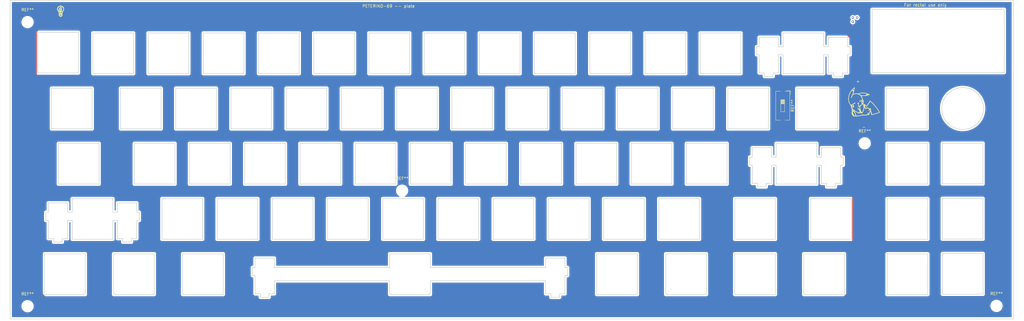
<source format=kicad_pcb>
(kicad_pcb (version 20171130) (host pcbnew "(5.1.7)-1")
  (layers (0 F.Cu signal) (31 B.Cu signal) (34 B.Paste user) (35 F.Paste user) (36 B.SilkS user) (37 F.SilkS user) (38 B.Mask user) (39 F.Mask user) (44 Edge.Cuts user))
  (net 0 "")
  (module Button_Switch_SMD:SW_DIP_SPSTx01_Slide_9.78x4.72mm_W8.61mm_P2.54mm (layer F.Cu) (at 459.75016 87.11184 270)
    (fp_text reference REF** (at 0 -3.42 90) (layer F.SilkS))
    (fp_text value SW_DIP_SPSTx01_Slide_9.78x4.72mm_W8.61mm_P2.54mm)
    (pad 2 smd rect (at 4.305 0 270) (size 2.44 1.12) (layers F.Cu F.Paste F.Mask))
    (pad 1 smd rect (at -4.305 0 270) (size 2.44 1.12) (layers F.Cu F.Paste F.Mask))
  )
  (module MountingHole:MountingHole_3.2mm_M3 (layer F.Cu) (at 199.86752 58.34888)
    (fp_text reference REF** (at 0 -4.2) (layer F.SilkS))
    (fp_text value MountingHole_3.2mm_M3)
    (pad 1 np_thru_hole circle (at 0 0) (size 3.2 3.2) (drill 3.2) (layers *.Cu *.Mask))
  )
  (module MountingHole:MountingHole_3.2mm_M3 (layer F.Cu) (at 199.86752 156.11348)
    (fp_text reference REF** (at 0 -4.2) (layer F.SilkS))
    (fp_text value MountingHole_3.2mm_M3)
    (pad 1 np_thru_hole circle (at 0 0) (size 3.2 3.2) (drill 3.2) (layers *.Cu *.Mask))
  )
  (module MountingHole:MountingHole_3.2mm_M3 (layer F.Cu) (at 328.76744 116.35232)
    (fp_text reference REF** (at 0 -4.2) (layer F.SilkS))
    (fp_text value MountingHole_3.2mm_M3)
    (pad 1 np_thru_hole circle (at 0 0) (size 3.2 3.2) (drill 3.2) (layers *.Cu *.Mask))
  )
  (module MountingHole:MountingHole_3.2mm_M3 (layer F.Cu) (at 533.3238 156.0068)
    (fp_text reference REF** (at 0 -4.2) (layer F.SilkS))
    (fp_text value MountingHole_3.2mm_M3)
    (pad 1 np_thru_hole circle (at 0 0) (size 3.2 3.2) (drill 3.2) (layers *.Cu *.Mask))
  )
  (module MountingHole:MountingHole_3.2mm_M3 (layer F.Cu) (at 487.96956 100.05568)
    (fp_text reference REF** (at 0 -4.2) (layer F.SilkS))
    (fp_text value MountingHole_3.2mm_M3)
    (pad 1 np_thru_hole circle (at 0 0) (size 3.2 3.2) (drill 3.2) (layers *.Cu *.Mask))
  )
  (gr_curve (pts (xy 485.840388 86.276576) (xy 485.839056 86.279411) (xy 485.839056 86.279411) (xy 485.837725 86.282246)) (layer F.SilkS) (width 0.2))
  (gr_curve (pts (xy 485.607755 86.268969) (xy 485.609521 86.268674) (xy 485.611469 86.268597) (xy 485.613564 86.268725)) (layer F.SilkS) (width 0.2))
  (gr_curve (pts (xy 485.699535 86.353831) (xy 485.695749 86.353781) (xy 485.691936 86.353497) (xy 485.688098 86.35297)) (layer F.SilkS) (width 0.2))
  (gr_curve (pts (xy 485.787626 86.230975) (xy 485.79204 86.230218) (xy 485.796309 86.229752) (xy 485.800407 86.229583)) (layer F.SilkS) (width 0.2))
  (gr_curve (pts (xy 485.6019 86.288187) (xy 485.600894 86.28565) (xy 485.600208 86.283304) (xy 485.599841 86.281168)) (layer F.SilkS) (width 0.2))
  (gr_curve (pts (xy 485.649292 86.337953) (xy 485.645477 86.335547) (xy 485.64172 86.332949) (xy 485.638044 86.330188)) (layer F.SilkS) (width 0.2))
  (gr_curve (pts (xy 485.81943 86.302871) (xy 485.816386 86.305161) (xy 485.816386 86.305161) (xy 485.813342 86.307451)) (layer F.SilkS) (width 0.2))
  (gr_curve (pts (xy 485.699737 86.272879) (xy 485.703266 86.270674) (xy 485.706984 86.268356) (xy 485.710874 86.265958)) (layer F.SilkS) (width 0.2))
  (gr_curve (pts (xy 485.799884 86.315984) (xy 485.796371 86.318036) (xy 485.792774 86.320038) (xy 485.789113 86.321997)) (layer F.SilkS) (width 0.2))
  (gr_curve (pts (xy 485.755 86.241896) (xy 485.759727 86.239797) (xy 485.764473 86.237852) (xy 485.769205 86.236098)) (layer F.SilkS) (width 0.2))
  (gr_curve (pts (xy 485.660878 86.344576) (xy 485.656976 86.342576) (xy 485.653106 86.34036) (xy 485.649292 86.337953)) (layer F.SilkS) (width 0.2))
  (gr_curve (pts (xy 485.836125 86.285034) (xy 485.83427 86.287759) (xy 485.832179 86.290413) (xy 485.829872 86.292993)) (layer F.SilkS) (width 0.2))
  (gr_curve (pts (xy 485.710874 86.265958) (xy 485.714764 86.263561) (xy 485.718828 86.261084) (xy 485.723049 86.258565)) (layer F.SilkS) (width 0.2))
  (gr_curve (pts (xy 485.84257 86.256345) (xy 485.842984 86.259176) (xy 485.843094 86.262056) (xy 485.842906 86.264957)) (layer F.SilkS) (width 0.2))
  (gr_curve (pts (xy 485.688098 86.35297) (xy 485.684259 86.352443) (xy 485.680396 86.351673) (xy 485.676509 86.350651)) (layer F.SilkS) (width 0.2))
  (gr_curve (pts (xy 485.710783 86.352915) (xy 485.70704 86.353287) (xy 485.70704 86.353287) (xy 485.703297 86.35366)) (layer F.SilkS) (width 0.2))
  (gr_curve (pts (xy 485.747862 86.341566) (xy 485.74414 86.343072) (xy 485.74414 86.343072) (xy 485.740418 86.344578)) (layer F.SilkS) (width 0.2))
  (gr_curve (pts (xy 485.800407 86.229583) (xy 485.804506 86.229413) (xy 485.808433 86.22954) (xy 485.812162 86.229968)) (layer F.SilkS) (width 0.2))
  (gr_curve (pts (xy 485.77389 86.234568) (xy 485.778495 86.233287) (xy 485.778495 86.233287) (xy 485.783101 86.232007)) (layer F.SilkS) (width 0.2))
  (gr_curve (pts (xy 485.727405 86.256042) (xy 485.73187 86.253557) (xy 485.73187 86.253557) (xy 485.736335 86.251071)) (layer F.SilkS) (width 0.2))
  (gr_curve (pts (xy 485.825232 86.233963) (xy 485.828001 86.235502) (xy 485.830495 86.237277) (xy 485.832705 86.23926)) (layer F.SilkS) (width 0.2))
  (gr_curve (pts (xy 485.622665 86.270623) (xy 485.625049 86.271397) (xy 485.627433 86.272284) (xy 485.629793 86.273253)) (layer F.SilkS) (width 0.2))
  (gr_curve (pts (xy 485.63448 86.327295) (xy 485.631058 86.324309) (xy 485.631058 86.324309) (xy 485.627636 86.321322)) (layer F.SilkS) (width 0.2))
  (gr_curve (pts (xy 485.672605 86.349377) (xy 485.668697 86.347858) (xy 485.668697 86.347858) (xy 485.66479 86.346339)) (layer F.SilkS) (width 0.2))
  (gr_curve (pts (xy 485.81567 86.230689) (xy 485.818938 86.231688) (xy 485.818938 86.231688) (xy 485.822205 86.232687)) (layer F.SilkS) (width 0.2))
  (gr_curve (pts (xy 485.600251 86.273947) (xy 485.601089 86.272725) (xy 485.601089 86.272725) (xy 485.601928 86.271503)) (layer F.SilkS) (width 0.2))
  (gr_curve (pts (xy 485.774183 86.329541) (xy 485.77041 86.331359) (xy 485.766636 86.333143) (xy 485.76287 86.334885)) (layer F.SilkS) (width 0.2))
  (gr_curve (pts (xy 485.785409 86.323918) (xy 485.781676 86.325804) (xy 485.781676 86.325804) (xy 485.777944 86.32769)) (layer F.SilkS) (width 0.2))
  (gr_curve (pts (xy 485.606446 86.296544) (xy 485.604832 86.293715) (xy 485.604832 86.293715) (xy 485.603218 86.290886)) (layer F.SilkS) (width 0.2))
  (gr_curve (pts (xy 485.725613 86.349596) (xy 485.721915 86.350659) (xy 485.718215 86.351581) (xy 485.714506 86.35234)) (layer F.SilkS) (width 0.2))
  (gr_curve (pts (xy 485.76287 86.334885) (xy 485.759103 86.336628) (xy 485.755342 86.338328) (xy 485.751595 86.339979)) (layer F.SilkS) (width 0.2))
  (gr_curve (pts (xy 485.832705 86.23926) (xy 485.834915 86.241244) (xy 485.83684 86.243436) (xy 485.83847 86.245809)) (layer F.SilkS) (width 0.2))
  (gr_curve (pts (xy 485.813429 86.822865) (xy 485.816662 86.823543) (xy 485.819927 86.824423) (xy 485.823192 86.825505)) (layer F.SilkS) (width 0.2))
  (gr_curve (pts (xy 485.804112 86.821818) (xy 485.807186 86.822102) (xy 485.807186 86.822102) (xy 485.81026 86.822386)) (layer F.SilkS) (width 0.2))
  (gr_curve (pts (xy 485.599841 86.281168) (xy 485.599473 86.279032) (xy 485.599423 86.277105) (xy 485.599687 86.275407)) (layer F.SilkS) (width 0.2))
  (gr_curve (pts (xy 485.829872 86.292993) (xy 485.827565 86.295574) (xy 485.825041 86.298081) (xy 485.822322 86.300512)) (layer F.SilkS) (width 0.2))
  (gr_curve (pts (xy 485.793043 86.822555) (xy 485.795572 86.822106) (xy 485.798276 86.821827) (xy 485.801131 86.821728)) (layer F.SilkS) (width 0.2))
  (gr_curve (pts (xy 485.786006 86.824406) (xy 485.788161 86.823624) (xy 485.790514 86.823004) (xy 485.793043 86.822555)) (layer F.SilkS) (width 0.2))
  (gr_curve (pts (xy 485.78065 86.827476) (xy 485.782359 86.826406) (xy 485.782359 86.826406) (xy 485.784068 86.825337)) (layer F.SilkS) (width 0.2))
  (gr_curve (pts (xy 485.842906 86.264957) (xy 485.842717 86.267857) (xy 485.84223 86.270779) (xy 485.84145 86.273693)) (layer F.SilkS) (width 0.2))
  (gr_curve (pts (xy 485.776175 86.833028) (xy 485.776932 86.831471) (xy 485.777928 86.83002) (xy 485.779169 86.828684)) (layer F.SilkS) (width 0.2))
  (gr_curve (pts (xy 485.810148 86.309672) (xy 485.806825 86.31183) (xy 485.803397 86.313932) (xy 485.799884 86.315984)) (layer F.SilkS) (width 0.2))
  (gr_curve (pts (xy 485.740909 86.248622) (xy 485.745566 86.24625) (xy 485.750273 86.243996) (xy 485.755 86.241896)) (layer F.SilkS) (width 0.2))
  (gr_curve (pts (xy 485.603042 86.27052) (xy 485.604406 86.269776) (xy 485.605989 86.269263) (xy 485.607755 86.268969)) (layer F.SilkS) (width 0.2))
  (gr_curve (pts (xy 485.736709 86.346002) (xy 485.733008 86.347328) (xy 485.729312 86.348532) (xy 485.725613 86.349596)) (layer F.SilkS) (width 0.2))
  (gr_curve (pts (xy 485.839799 86.248328) (xy 485.840824 86.250962) (xy 485.840824 86.250962) (xy 485.841849 86.253596)) (layer F.SilkS) (width 0.2))
  (gr_curve (pts (xy 485.624356 86.318241) (xy 485.621248 86.315103) (xy 485.618343 86.311946) (xy 485.615667 86.30881)) (layer F.SilkS) (width 0.2))
  (gr_curve (pts (xy 485.629793 86.273253) (xy 485.632154 86.274222) (xy 485.634489 86.275275) (xy 485.636773 86.276382)) (layer F.SilkS) (width 0.2))
  (gr_curve (pts (xy 485.615767 86.269038) (xy 485.618042 86.269512) (xy 485.618042 86.269512) (xy 485.620318 86.269986)) (layer F.SilkS) (width 0.2))
  (gr_curve (pts (xy 485.615667 86.30881) (xy 485.612992 86.305675) (xy 485.610546 86.302559) (xy 485.608356 86.299504)) (layer F.SilkS) (width 0.2))
  (gr_curve (pts (xy 487.259378 86.36006) (xy 487.267382 86.359586) (xy 487.275146 86.358799) (xy 487.282642 86.357697)) (layer F.SilkS) (width 0.2))
  (gr_curve (pts (xy 487.114944 86.332603) (xy 487.122754 86.336044) (xy 487.130819 86.339225) (xy 487.139099 86.342147)) (layer F.SilkS) (width 0.2))
  (gr_curve (pts (xy 487.269897 85.453592) (xy 487.260453 85.457671) (xy 487.251005 85.462003) (xy 487.241565 85.466598)) (layer F.SilkS) (width 0.2))
  (gr_curve (pts (xy 483.662222 87.448627) (xy 483.646553 87.437924) (xy 483.630637 87.426786) (xy 483.614579 87.415275)) (layer F.SilkS) (width 0.2))
  (gr_curve (pts (xy 483.799971 87.531591) (xy 483.788025 87.525452) (xy 483.775542 87.518689) (xy 483.762532 87.511315)) (layer F.SilkS) (width 0.2))
  (gr_curve (pts (xy 487.004759 86.190577) (xy 487.006815 86.199924) (xy 487.009105 86.20885) (xy 487.011655 86.217368)) (layer F.SilkS) (width 0.2))
  (gr_curve (pts (xy 486.990194 86.038376) (xy 486.990714 86.051792) (xy 486.990714 86.051792) (xy 486.991234 86.065208)) (layer F.SilkS) (width 0.2))
  (gr_curve (pts (xy 483.833333 87.546953) (xy 483.822369 87.542032) (xy 483.822369 87.542032) (xy 483.811405 87.537112)) (layer F.SilkS) (width 0.2))
  (gr_curve (pts (xy 487.14128 85.533067) (xy 487.132878 85.540892) (xy 487.132878 85.540892) (xy 487.124476 85.548716)) (layer F.SilkS) (width 0.2))
  (gr_curve (pts (xy 483.614579 87.415275) (xy 483.59852 87.403763) (xy 483.582319 87.391877) (xy 483.566077 87.379677)) (layer F.SilkS) (width 0.2))
  (gr_curve (pts (xy 487.047048 85.657732) (xy 487.041576 85.66963) (xy 487.036472 85.681922) (xy 487.031738 85.694585)) (layer F.SilkS) (width 0.2))
  (gr_curve (pts (xy 483.4025 87.238961) (xy 483.390646 87.226463) (xy 483.390646 87.226463) (xy 483.378792 87.213966)) (layer F.SilkS) (width 0.2))
  (gr_curve (pts (xy 486.991885 86.078294) (xy 486.99266 86.091014) (xy 486.99356 86.103339) (xy 486.994595 86.115252)) (layer F.SilkS) (width 0.2))
  (gr_curve (pts (xy 487.116276 85.556921) (xy 487.108307 85.565519) (xy 487.100594 85.574522) (xy 487.093164 85.583937)) (layer F.SilkS) (width 0.2))
  (gr_curve (pts (xy 483.549909 87.36723) (xy 483.533931 87.354603) (xy 483.533931 87.354603) (xy 483.517953 87.341976)) (layer F.SilkS) (width 0.2))
  (gr_curve (pts (xy 483.762532 87.511315) (xy 483.749523 87.503941) (xy 483.735987 87.495956) (xy 483.721935 87.48737)) (layer F.SilkS) (width 0.2))
  (gr_curve (pts (xy 487.23442 86.359959) (xy 487.242794 86.360093) (xy 487.242794 86.360093) (xy 487.251169 86.360227)) (layer F.SilkS) (width 0.2))
  (gr_curve (pts (xy 487.199714 86.356471) (xy 487.208479 86.357773) (xy 487.217218 86.358792) (xy 487.22588 86.359523)) (layer F.SilkS) (width 0.2))
  (gr_curve (pts (xy 487.232151 85.471466) (xy 487.222783 85.476621) (xy 487.222783 85.476621) (xy 487.213415 85.481777)) (layer F.SilkS) (width 0.2))
  (gr_curve (pts (xy 487.049397 86.287498) (xy 487.054544 86.293143) (xy 487.060057 86.29848) (xy 487.065942 86.303525)) (layer F.SilkS) (width 0.2))
  (gr_curve (pts (xy 486.994595 86.115252) (xy 486.995629 86.127166) (xy 486.996798 86.138668) (xy 486.998112 86.149742)) (layer F.SilkS) (width 0.2))
  (gr_curve (pts (xy 486.99878 85.83339) (xy 486.996827 85.848159) (xy 486.995176 85.863056) (xy 486.993805 85.878028)) (layer F.SilkS) (width 0.2))
  (gr_curve (pts (xy 487.298202 85.442105) (xy 487.28878 85.445687) (xy 487.279341 85.449513) (xy 487.269897 85.453592)) (layer F.SilkS) (width 0.2))
  (gr_curve (pts (xy 487.093164 85.583937) (xy 487.085734 85.593352) (xy 487.078585 85.603179) (xy 487.071742 85.613423)) (layer F.SilkS) (width 0.2))
  (gr_curve (pts (xy 483.502164 87.32917) (xy 483.48668 87.316251) (xy 483.471617 87.303289) (xy 483.45708 87.290348)) (layer F.SilkS) (width 0.2))
  (gr_curve (pts (xy 487.390734 85.416371) (xy 487.381654 85.418147) (xy 487.372521 85.42014) (xy 487.363337 85.422353)) (layer F.SilkS) (width 0.2))
  (gr_curve (pts (xy 487.147549 86.344807) (xy 487.156122 86.347202) (xy 487.156122 86.347202) (xy 487.164695 86.349597)) (layer F.SilkS) (width 0.2))
  (gr_curve (pts (xy 487.092316 86.321503) (xy 487.099578 86.325463) (xy 487.107134 86.329163) (xy 487.114944 86.332603)) (layer F.SilkS) (width 0.2))
  (gr_curve (pts (xy 487.023518 86.24905) (xy 487.027254 86.256028) (xy 487.027254 86.256028) (xy 487.03099 86.263006)) (layer F.SilkS) (width 0.2))
  (gr_curve (pts (xy 483.707412 87.478214) (xy 483.692483 87.468528) (xy 483.692483 87.468528) (xy 483.677555 87.458842)) (layer F.SilkS) (width 0.2))
  (gr_curve (pts (xy 487.011655 86.217368) (xy 487.014206 86.225886) (xy 487.017016 86.233997) (xy 487.020112 86.241712)) (layer F.SilkS) (width 0.2))
  (gr_curve (pts (xy 487.015026 85.747354) (xy 487.011754 85.761317) (xy 487.011754 85.761317) (xy 487.008483 85.77528)) (layer F.SilkS) (width 0.2))
  (gr_curve (pts (xy 487.031738 85.694585) (xy 487.027005 85.707248) (xy 487.022641 85.720281) (xy 487.018651 85.733661)) (layer F.SilkS) (width 0.2))
  (gr_curve (pts (xy 487.453012 85.408877) (xy 487.444268 85.409367) (xy 487.435468 85.410071) (xy 487.426611 85.410988)) (layer F.SilkS) (width 0.2))
  (gr_curve (pts (xy 483.367737 87.201663) (xy 483.357553 87.189603) (xy 483.348292 87.177825) (xy 483.339971 87.166354)) (layer F.SilkS) (width 0.2))
  (gr_curve (pts (xy 487.035056 86.269624) (xy 487.039471 86.2759) (xy 487.04425 86.281853) (xy 487.049397 86.287498)) (layer F.SilkS) (width 0.2))
  (gr_curve (pts (xy 487.005565 85.789514) (xy 487.002988 85.803977) (xy 487.000734 85.81862) (xy 486.99878 85.83339)) (layer F.SilkS) (width 0.2))
  (gr_curve (pts (xy 487.326313 85.432535) (xy 487.316954 85.435648) (xy 487.316954 85.435648) (xy 487.307595 85.438761)) (layer F.SilkS) (width 0.2))
  (gr_curve (pts (xy 487.417698 85.412119) (xy 487.408728 85.413465) (xy 487.408728 85.413465) (xy 487.399759 85.414811)) (layer F.SilkS) (width 0.2))
  (gr_curve (pts (xy 485.690128 86.278721) (xy 485.693266 86.276829) (xy 485.693266 86.276829) (xy 485.696404 86.274938)) (layer F.SilkS) (width 0.2))
  (gr_curve (pts (xy 485.679454 86.284431) (xy 485.681863 86.283308) (xy 485.684434 86.281978) (xy 485.687185 86.280444)) (layer F.SilkS) (width 0.2))
  (gr_curve (pts (xy 486.990285 85.937841) (xy 486.989851 85.952666) (xy 486.989606 85.967344) (xy 486.989532 85.981826)) (layer F.SilkS) (width 0.2))
  (gr_curve (pts (xy 487.204093 85.48722) (xy 487.194838 85.492964) (xy 487.185675 85.499025) (xy 487.176632 85.50542)) (layer F.SilkS) (width 0.2))
  (gr_curve (pts (xy 487.310923 86.35138) (xy 487.317217 86.348998) (xy 487.317217 86.348998) (xy 487.323511 86.346616)) (layer F.SilkS) (width 0.2))
  (gr_curve (pts (xy 485.672687 86.287168) (xy 485.674795 86.286467) (xy 485.677044 86.285553) (xy 485.679454 86.284431)) (layer F.SilkS) (width 0.2))
  (gr_curve (pts (xy 485.641124 86.278641) (xy 485.643262 86.279769) (xy 485.645324 86.280892) (xy 485.647304 86.28198)) (layer F.SilkS) (width 0.2))
  (gr_curve (pts (xy 487.372796 86.301893) (xy 487.375521 86.296259) (xy 487.377878 86.2903) (xy 487.379867 86.284017)) (layer F.SilkS) (width 0.2))
  (gr_curve (pts (xy 487.329477 86.34391) (xy 487.3351 86.340881) (xy 487.340373 86.337525) (xy 487.345287 86.333845)) (layer F.SilkS) (width 0.2))
  (gr_curve (pts (xy 485.659863 86.287502) (xy 485.661585 86.28794) (xy 485.663312 86.288221) (xy 485.665069 86.288325)) (layer F.SilkS) (width 0.2))
  (gr_curve (pts (xy 487.072191 86.308291) (xy 487.078785 86.312785) (xy 487.078785 86.312785) (xy 487.085378 86.31728)) (layer F.SilkS) (width 0.2))
  (gr_curve (pts (xy 486.999588 86.160382) (xy 487.00125 86.170591) (xy 487.00125 86.170591) (xy 487.002912 86.1808)) (layer F.SilkS) (width 0.2))
  (gr_curve (pts (xy 486.989532 85.981826) (xy 486.989458 85.996308) (xy 486.989556 86.010593) (xy 486.989806 86.024631)) (layer F.SilkS) (width 0.2))
  (gr_curve (pts (xy 487.065226 85.624087) (xy 487.059053 85.635164) (xy 487.059053 85.635164) (xy 487.052879 85.646242)) (layer F.SilkS) (width 0.2))
  (gr_curve (pts (xy 487.176632 85.50542) (xy 487.167588 85.511815) (xy 487.158664 85.518544) (xy 487.149885 85.525622)) (layer F.SilkS) (width 0.2))
  (gr_curve (pts (xy 483.45708 87.290348) (xy 483.442544 87.277407) (xy 483.428533 87.264487) (xy 483.415154 87.251652)) (layer F.SilkS) (width 0.2))
  (gr_curve (pts (xy 486.99269 85.893017) (xy 486.99181 85.907971) (xy 486.99181 85.907971) (xy 486.99093 85.922924)) (layer F.SilkS) (width 0.2))
  (gr_curve (pts (xy 487.363337 85.422353) (xy 487.354153 85.424566) (xy 487.344918 85.426999) (xy 487.335637 85.429654)) (layer F.SilkS) (width 0.2))
  (gr_curve (pts (xy 485.654683 86.285732) (xy 485.656422 86.286467) (xy 485.65814 86.287063) (xy 485.659863 86.287502)) (layer F.SilkS) (width 0.2))
  (gr_curve (pts (xy 485.666886 86.288237) (xy 485.66879 86.287948) (xy 485.66879 86.287948) (xy 485.670695 86.287658)) (layer F.SilkS) (width 0.2))
  (gr_curve (pts (xy 487.345287 86.333845) (xy 487.350202 86.330164) (xy 487.354759 86.326158) (xy 487.358953 86.321826)) (layer F.SilkS) (width 0.2))
  (gr_curve (pts (xy 485.649208 86.283007) (xy 485.651053 86.283945) (xy 485.651053 86.283945) (xy 485.652898 86.284883)) (layer F.SilkS) (width 0.2))
  (gr_curve (pts (xy 487.362781 86.317168) (xy 487.366242 86.312185) (xy 487.366242 86.312185) (xy 487.369702 86.307202)) (layer F.SilkS) (width 0.2))
  (gr_curve (pts (xy 487.173389 86.351726) (xy 487.182158 86.353586) (xy 487.190949 86.355169) (xy 487.199714 86.356471)) (layer F.SilkS) (width 0.2))
  (gr_curve (pts (xy 487.282642 86.357697) (xy 487.290138 86.356594) (xy 487.297367 86.355176) (xy 487.304302 86.353439)) (layer F.SilkS) (width 0.2))
  (gr_curve (pts (xy 486.675796 85.4335) (xy 486.689833 85.424179) (xy 486.703581 85.414426) (xy 486.717045 85.40425)) (layer F.SilkS) (width 0.2))
  (gr_curve (pts (xy 483.318835 86.959239) (xy 483.322894 86.952867) (xy 483.322894 86.952867) (xy 483.326953 86.946495)) (layer F.SilkS) (width 0.2))
  (gr_curve (pts (xy 486.632811 85.460157) (xy 486.647433 85.451709) (xy 486.661759 85.44282) (xy 486.675796 85.4335)) (layer F.SilkS) (width 0.2))
  (gr_curve (pts (xy 486.153839 85.562546) (xy 486.17424 85.562727) (xy 486.194415 85.562571) (xy 486.214364 85.562078)) (layer F.SilkS) (width 0.2))
  (gr_curve (pts (xy 484.081078 87.109483) (xy 484.091753 87.122266) (xy 484.091753 87.122266) (xy 484.102427 87.135048)) (layer F.SilkS) (width 0.2))
  (gr_curve (pts (xy 483.292697 87.030877) (xy 483.293998 87.023077) (xy 483.293998 87.023077) (xy 483.295299 87.015277)) (layer F.SilkS) (width 0.2))
  (gr_curve (pts (xy 486.234085 85.561244) (xy 486.253575 85.560065) (xy 486.253575 85.560065) (xy 486.273065 85.558885)) (layer F.SilkS) (width 0.2))
  (gr_curve (pts (xy 486.523617 85.509075) (xy 486.540014 85.503278) (xy 486.556123 85.497051) (xy 486.571938 85.490384)) (layer F.SilkS) (width 0.2))
  (gr_curve (pts (xy 486.348666 85.550648) (xy 486.367202 85.548046) (xy 486.385492 85.545076) (xy 486.40353 85.541728)) (layer F.SilkS) (width 0.2))
  (gr_curve (pts (xy 484.052901 87.549559) (xy 484.043333 87.552687) (xy 484.033788 87.555509) (xy 484.024323 87.558038)) (layer F.SilkS) (width 0.2))
  (gr_curve (pts (xy 483.572777 86.838166) (xy 483.585497 86.839034) (xy 483.59853 86.840357) (xy 483.611845 86.842141)) (layer F.SilkS) (width 0.2))
  (gr_curve (pts (xy 483.536381 86.837743) (xy 483.548391 86.837741) (xy 483.548391 86.837741) (xy 483.560401 86.837739)) (layer F.SilkS) (width 0.2))
  (gr_curve (pts (xy 483.404657 86.871803) (xy 483.411821 86.867609) (xy 483.419345 86.863673) (xy 483.427256 86.860016)) (layer F.SilkS) (width 0.2))
  (gr_curve (pts (xy 483.331232 86.940265) (xy 483.335714 86.934174) (xy 483.340401 86.928228) (xy 483.345306 86.922435)) (layer F.SilkS) (width 0.2))
  (gr_curve (pts (xy 486.292323 85.557361) (xy 486.311346 85.555485) (xy 486.330129 85.553251) (xy 486.348666 85.550648)) (layer F.SilkS) (width 0.2))
  (gr_curve (pts (xy 483.384222 86.885135) (xy 483.39069 86.880448) (xy 483.397493 86.875997) (xy 483.404657 86.871803)) (layer F.SilkS) (width 0.2))
  (gr_curve (pts (xy 484.144051 87.504629) (xy 484.135998 87.51064) (xy 484.127519 87.516234) (xy 484.118695 87.521427)) (layer F.SilkS) (width 0.2))
  (gr_curve (pts (xy 483.299545 87.092222) (xy 483.296743 87.082724) (xy 483.294752 87.073544) (xy 483.293504 87.064665)) (layer F.SilkS) (width 0.2))
  (gr_curve (pts (xy 483.666649 86.852086) (xy 483.680876 86.855761) (xy 483.680876 86.855761) (xy 483.695103 86.859436)) (layer F.SilkS) (width 0.2))
  (gr_curve (pts (xy 486.805118 85.323795) (xy 486.817001 85.311258) (xy 486.828635 85.29835) (xy 486.840027 85.28508)) (layer F.SilkS) (width 0.2))
  (gr_curve (pts (xy 483.462201 86.847882) (xy 483.471782 86.845514) (xy 483.481791 86.84351) (xy 483.492217 86.841885)) (layer F.SilkS) (width 0.2))
  (gr_curve (pts (xy 484.185206 87.462498) (xy 484.179303 87.470258) (xy 484.179303 87.470258) (xy 484.1734 87.478017)) (layer F.SilkS) (width 0.2))
  (gr_curve (pts (xy 484.208758 87.397106) (xy 484.207262 87.407482) (xy 484.204973 87.417447) (xy 484.201916 87.426983)) (layer F.SilkS) (width 0.2))
  (gr_curve (pts (xy 484.188882 87.278871) (xy 484.193633 87.291619) (xy 484.197644 87.304169) (xy 484.200893 87.316479)) (layer F.SilkS) (width 0.2))
  (gr_curve (pts (xy 483.955992 86.992698) (xy 483.969496 87.003429) (xy 483.969496 87.003429) (xy 483.983 87.01416)) (layer F.SilkS) (width 0.2))
  (gr_curve (pts (xy 486.851182 85.271456) (xy 486.862104 85.257483) (xy 486.862104 85.257483) (xy 486.873025 85.243511)) (layer F.SilkS) (width 0.2))
  (gr_curve (pts (xy 484.109609 87.52624) (xy 484.10034 87.530694) (xy 484.10034 87.530694) (xy 484.09107 87.535148)) (layer F.SilkS) (width 0.2))
  (gr_curve (pts (xy 484.166857 87.485327) (xy 484.159733 87.49219) (xy 484.152105 87.498618) (xy 484.144051 87.504629)) (layer F.SilkS) (width 0.2))
  (gr_curve (pts (xy 486.473568 85.525185) (xy 486.490536 85.52024) (xy 486.507221 85.514873) (xy 486.523617 85.509075)) (layer F.SilkS) (width 0.2))
  (gr_curve (pts (xy 484.209239 87.364114) (xy 484.209345 87.375229) (xy 484.209345 87.375229) (xy 484.209452 87.386344)) (layer F.SilkS) (width 0.2))
  (gr_curve (pts (xy 486.730232 85.393661) (xy 486.74315 85.382669) (xy 486.74315 85.382669) (xy 486.756068 85.371677)) (layer F.SilkS) (width 0.2))
  (gr_curve (pts (xy 483.435575 86.85666) (xy 483.444311 86.853627) (xy 483.444311 86.853627) (xy 483.453047 86.850593)) (layer F.SilkS) (width 0.2))
  (gr_curve (pts (xy 484.140191 87.187323) (xy 484.148819 87.200481) (xy 484.156879 87.213669) (xy 484.164334 87.226843)) (layer F.SilkS) (width 0.2))
  (gr_curve (pts (xy 484.112645 87.147985) (xy 484.122369 87.161038) (xy 484.131564 87.174165) (xy 484.140191 87.187323)) (layer F.SilkS) (width 0.2))
  (gr_curve (pts (xy 483.36629 86.900234) (xy 483.372175 86.895135) (xy 483.372175 86.895135) (xy 483.378059 86.890037)) (layer F.SilkS) (width 0.2))
  (gr_curve (pts (xy 483.709503 86.863592) (xy 483.724038 86.86823) (xy 483.738671 86.873351) (xy 483.753364 86.87895)) (layer F.SilkS) (width 0.2))
  (gr_curve (pts (xy 486.421307 85.537992) (xy 486.438817 85.533856) (xy 486.438817 85.533856) (xy 486.456326 85.52972)) (layer F.SilkS) (width 0.2))
  (gr_curve (pts (xy 484.171147 87.239957) (xy 484.177284 87.252964) (xy 484.177284 87.252964) (xy 484.183421 87.265971)) (layer F.SilkS) (width 0.2))
  (gr_curve (pts (xy 483.812345 86.904197) (xy 483.827058 86.911671) (xy 483.827058 86.911671) (xy 483.841771 86.919145)) (layer F.SilkS) (width 0.2))
  (gr_curve (pts (xy 483.345306 86.922435) (xy 483.35021 86.916642) (xy 483.355333 86.911004) (xy 483.360685 86.905529)) (layer F.SilkS) (width 0.2))
  (gr_curve (pts (xy 483.339971 87.166354) (xy 483.33165 87.154882) (xy 483.324269 87.143716) (xy 483.317847 87.13288)) (layer F.SilkS) (width 0.2))
  (gr_curve (pts (xy 483.305073 86.986214) (xy 483.30807 86.979227) (xy 483.311395 86.972412) (xy 483.314996 86.965753)) (layer F.SilkS) (width 0.2))
  (gr_curve (pts (xy 483.492217 86.841885) (xy 483.502643 86.840261) (xy 483.513487 86.839018) (xy 483.524739 86.838173)) (layer F.SilkS) (width 0.2))
  (gr_curve (pts (xy 486.768717 85.360283) (xy 486.781103 85.348498) (xy 486.793235 85.336332) (xy 486.805118 85.323795)) (layer F.SilkS) (width 0.2))
  (gr_curve (pts (xy 483.873018 87.560837) (xy 483.863604 87.558185) (xy 483.853898 87.555007) (xy 483.843828 87.551272)) (layer F.SilkS) (width 0.2))
  (gr_curve (pts (xy 483.900447 87.567251) (xy 483.891551 87.565617) (xy 483.882431 87.56349) (xy 483.873018 87.560837)) (layer F.SilkS) (width 0.2))
  (gr_curve (pts (xy 484.01498 87.560283) (xy 484.005769 87.56224) (xy 484.005769 87.56224) (xy 483.996559 87.564198)) (layer F.SilkS) (width 0.2))
  (gr_curve (pts (xy 486.883713 85.22919) (xy 486.894172 85.214525) (xy 486.904402 85.19952) (xy 486.914404 85.184175)) (layer F.SilkS) (width 0.2))
  (gr_curve (pts (xy 483.926529 87.569937) (xy 483.917862 87.569182) (xy 483.917862 87.569182) (xy 483.909195 87.568428)) (layer F.SilkS) (width 0.2))
  (gr_curve (pts (xy 483.753364 86.87895) (xy 483.768056 86.884549) (xy 483.782809 86.890627) (xy 483.797584 86.897179)) (layer F.SilkS) (width 0.2))
  (gr_curve (pts (xy 483.961031 87.56906) (xy 483.952316 87.569801) (xy 483.943691 87.570212) (xy 483.935116 87.570268)) (layer F.SilkS) (width 0.2))
  (gr_curve (pts (xy 483.856435 86.927074) (xy 483.871016 86.935447) (xy 483.885479 86.944249) (xy 483.899791 86.953461)) (layer F.SilkS) (width 0.2))
  (gr_curve (pts (xy 483.611845 86.842141) (xy 483.625159 86.843926) (xy 483.638754 86.846173) (xy 483.652596 86.848891)) (layer F.SilkS) (width 0.2))
  (gr_curve (pts (xy 483.293504 87.064665) (xy 483.292256 87.055787) (xy 483.291751 87.047208) (xy 483.291924 87.038913)) (layer F.SilkS) (width 0.2))
  (gr_curve (pts (xy 483.899791 86.953461) (xy 483.914102 86.962674) (xy 483.928262 86.972297) (xy 483.942237 86.982312)) (layer F.SilkS) (width 0.2))
  (gr_curve (pts (xy 483.987481 87.565867) (xy 483.978549 87.567246) (xy 483.969745 87.568318) (xy 483.961031 87.56906)) (layer F.SilkS) (width 0.2))
  (gr_curve (pts (xy 484.200893 87.316479) (xy 484.204142 87.328789) (xy 484.206629 87.340859) (xy 484.208333 87.352647)) (layer F.SilkS) (width 0.2))
  (gr_curve (pts (xy 484.081618 87.539242) (xy 484.07206 87.542997) (xy 484.062468 87.546431) (xy 484.052901 87.549559)) (layer F.SilkS) (width 0.2))
  (gr_curve (pts (xy 484.201916 87.426983) (xy 484.19886 87.436519) (xy 484.195036 87.445626) (xy 484.19047 87.454288)) (layer F.SilkS) (width 0.2))
  (gr_curve (pts (xy 484.034158 87.060267) (xy 484.046452 87.072214) (xy 484.058393 87.084421) (xy 484.069946 87.096856)) (layer F.SilkS) (width 0.2))
  (gr_curve (pts (xy 483.297127 87.007713) (xy 483.29941 87.000363) (xy 483.302077 86.993202) (xy 483.305073 86.986214)) (layer F.SilkS) (width 0.2))
  (gr_curve (pts (xy 486.587454 85.483273) (xy 486.602673 85.475716) (xy 486.602673 85.475716) (xy 486.617891 85.468159)) (layer F.SilkS) (width 0.2))
  (gr_curve (pts (xy 483.312366 87.122381) (xy 483.30779 87.112216) (xy 483.30779 87.112216) (xy 483.303215 87.102052)) (layer F.SilkS) (width 0.2))
  (gr_curve (pts (xy 483.996252 87.025236) (xy 484.009218 87.036632) (xy 484.021865 87.048319) (xy 484.034158 87.060267)) (layer F.SilkS) (width 0.2))
  (gr_curve (pts (xy 484.065757 90.25834) (xy 484.076494 90.278244) (xy 484.087169 90.297453) (xy 484.097773 90.315967)) (layer F.SilkS) (width 0.2))
  (gr_curve (pts (xy 483.951275 86.51216) (xy 483.969945 86.511659) (xy 483.969945 86.511659) (xy 483.988615 86.511158)) (layer F.SilkS) (width 0.2))
  (gr_curve (pts (xy 484.865969 90.666289) (xy 484.857343 90.676645) (xy 484.857343 90.676645) (xy 484.848717 90.687002)) (layer F.SilkS) (width 0.2))
  (gr_curve (pts (xy 484.325457 89.218289) (xy 484.343682 89.240596) (xy 484.343682 89.240596) (xy 484.361908 89.262903)) (layer F.SilkS) (width 0.2))
  (gr_curve (pts (xy 484.915439 90.44843) (xy 484.916367 90.468442) (xy 484.91649 90.48768) (xy 484.915807 90.506128)) (layer F.SilkS) (width 0.2))
  (gr_curve (pts (xy 484.15938 89.050398) (xy 484.17465 89.063248) (xy 484.17465 89.063248) (xy 484.18992 89.076098)) (layer F.SilkS) (width 0.2))
  (gr_curve (pts (xy 484.337584 90.619016) (xy 484.347178 90.626859) (xy 484.356751 90.634305) (xy 484.366302 90.641362)) (layer F.SilkS) (width 0.2))
  (gr_curve (pts (xy 484.026812 88.977839) (xy 484.038962 88.981813) (xy 484.038962 88.981813) (xy 484.051113 88.985787)) (layer F.SilkS) (width 0.2))
  (gr_curve (pts (xy 484.210628 90.485301) (xy 484.220566 90.497671) (xy 484.220566 90.497671) (xy 484.230503 90.51004)) (layer F.SilkS) (width 0.2))
  (gr_curve (pts (xy 484.063513 88.990622) (xy 484.076227 88.996425) (xy 484.089314 89.003296) (xy 484.102811 89.011303)) (layer F.SilkS) (width 0.2))
  (gr_curve (pts (xy 484.61185 86.14669) (xy 484.623726 86.12976) (xy 484.635432 86.112418) (xy 484.646968 86.094665)) (layer F.SilkS) (width 0.2))
  (gr_curve (pts (xy 484.436437 89.3616) (xy 484.455177 89.387523) (xy 484.473943 89.414218) (xy 484.492661 89.44159)) (layer F.SilkS) (width 0.2))
  (gr_curve (pts (xy 484.511258 89.46954) (xy 484.529664 89.497968) (xy 484.529664 89.497968) (xy 484.54807 89.526396)) (layer F.SilkS) (width 0.2))
  (gr_curve (pts (xy 484.575359 86.195392) (xy 484.587581 86.179299) (xy 484.587581 86.179299) (xy 484.599803 86.163205)) (layer F.SilkS) (width 0.2))
  (gr_curve (pts (xy 484.380361 89.286237) (xy 484.39898 89.310524) (xy 484.417696 89.335677) (xy 484.436437 89.3616)) (layer F.SilkS) (width 0.2))
  (gr_curve (pts (xy 484.524697 86.255474) (xy 484.537636 86.241116) (xy 484.55039 86.226309) (xy 484.562963 86.211065)) (layer F.SilkS) (width 0.2))
  (gr_curve (pts (xy 484.485317 86.29719) (xy 484.498632 86.283741) (xy 484.511757 86.269832) (xy 484.524697 86.255474)) (layer F.SilkS) (width 0.2))
  (gr_curve (pts (xy 483.956928 90.03234) (xy 483.967801 90.057441) (xy 483.978729 90.081996) (xy 483.989678 90.105948)) (layer F.SilkS) (width 0.2))
  (gr_curve (pts (xy 484.6191 89.643911) (xy 484.636339 89.673668) (xy 484.653191 89.703614) (xy 484.669599 89.733658)) (layer F.SilkS) (width 0.2))
  (gr_curve (pts (xy 484.007109 86.510233) (xy 484.025425 86.508877) (xy 484.043559 86.507079) (xy 484.061505 86.50483)) (layer F.SilkS) (width 0.2))
  (gr_curve (pts (xy 484.44438 86.335142) (xy 484.458093 86.322654) (xy 484.458093 86.322654) (xy 484.471806 86.310166)) (layer F.SilkS) (width 0.2))
  (gr_curve (pts (xy 484.297065 86.435388) (xy 484.312503 86.427071) (xy 484.312503 86.427071) (xy 484.327941 86.418754)) (layer F.SilkS) (width 0.2))
  (gr_curve (pts (xy 484.38746 86.380092) (xy 484.402011 86.36963) (xy 484.416345 86.358643) (xy 484.430466 86.347143)) (layer F.SilkS) (width 0.2))
  (gr_curve (pts (xy 484.874221 90.21905) (xy 484.881491 90.244688) (xy 484.887992 90.269721) (xy 484.893711 90.294107)) (layer F.SilkS) (width 0.2))
  (gr_curve (pts (xy 483.910269 88.968103) (xy 483.922027 88.967768) (xy 483.922027 88.967768) (xy 483.933785 88.967434)) (layer F.SilkS) (width 0.2))
  (gr_curve (pts (xy 483.825948 89.681221) (xy 483.834772 89.709107) (xy 483.843951 89.736992) (xy 483.853437 89.764787)) (layer F.SilkS) (width 0.2))
  (gr_curve (pts (xy 484.343154 86.409894) (xy 484.358142 86.400492) (xy 484.37291 86.390554) (xy 484.38746 86.380092)) (layer F.SilkS) (width 0.2))
  (gr_curve (pts (xy 484.132151 86.493073) (xy 484.149319 86.488942) (xy 484.149319 86.488942) (xy 484.166488 86.48481)) (layer F.SilkS) (width 0.2))
  (gr_curve (pts (xy 484.366302 90.641362) (xy 484.375853 90.648419) (xy 484.385383 90.655085) (xy 484.394893 90.661368)) (layer F.SilkS) (width 0.2))
  (gr_curve (pts (xy 484.170319 90.430321) (xy 484.180491 90.444943) (xy 484.190596 90.458963) (xy 484.20064 90.472407)) (layer F.SilkS) (width 0.2))
  (gr_curve (pts (xy 484.233081 86.463255) (xy 484.249408 86.457087) (xy 484.265516 86.450393) (xy 484.281403 86.443162)) (layer F.SilkS) (width 0.2))
  (gr_curve (pts (xy 484.183453 86.480189) (xy 484.200211 86.475064) (xy 484.216755 86.469422) (xy 484.233081 86.463255)) (layer F.SilkS) (width 0.2))
  (gr_curve (pts (xy 483.87486 86.509965) (xy 483.894222 86.511137) (xy 483.913411 86.511894) (xy 483.93243 86.512236)) (layer F.SilkS) (width 0.2))
  (gr_curve (pts (xy 484.685514 89.763716) (xy 484.700893 89.793709) (xy 484.700893 89.793709) (xy 484.716272 89.823702)) (layer F.SilkS) (width 0.2))
  (gr_curve (pts (xy 484.000623 90.129261) (xy 484.011545 90.151909) (xy 484.011545 90.151909) (xy 484.022466 90.174557)) (layer F.SilkS) (width 0.2))
  (gr_curve (pts (xy 484.139599 90.384627) (xy 484.149908 90.400476) (xy 484.160147 90.415699) (xy 484.170319 90.430321)) (layer F.SilkS) (width 0.2))
  (gr_curve (pts (xy 484.240391 90.521885) (xy 484.250233 90.533229) (xy 484.260036 90.544096) (xy 484.269803 90.554503)) (layer F.SilkS) (width 0.2))
  (gr_curve (pts (xy 484.892612 90.616751) (xy 484.887137 90.630354) (xy 484.880869 90.643145) (xy 484.873812 90.655122)) (layer F.SilkS) (width 0.2))
  (gr_curve (pts (xy 484.772031 89.942271) (xy 484.785035 89.971558) (xy 484.797392 90.000563) (xy 484.809074 90.029219)) (layer F.SilkS) (width 0.2))
  (gr_curve (pts (xy 484.108303 90.333798) (xy 484.11876 90.350963) (xy 484.11876 90.350963) (xy 484.129217 90.368128)) (layer F.SilkS) (width 0.2))
  (gr_curve (pts (xy 483.893032 89.875063) (xy 483.903466 89.901973) (xy 483.903466 89.901973) (xy 483.913901 89.928883)) (layer F.SilkS) (width 0.2))
  (gr_curve (pts (xy 484.255404 89.139998) (xy 484.272386 89.157813) (xy 484.289751 89.17683) (xy 484.307459 89.197009)) (layer F.SilkS) (width 0.2))
  (gr_curve (pts (xy 484.839308 90.696549) (xy 484.829117 90.705288) (xy 484.818148 90.71322) (xy 484.806399 90.720346)) (layer F.SilkS) (width 0.2))
  (gr_curve (pts (xy 484.914322 90.523777) (xy 484.912034 90.54062) (xy 484.912034 90.54062) (xy 484.909747 90.557464)) (layer F.SilkS) (width 0.2))
  (gr_curve (pts (xy 484.308674 90.593443) (xy 484.318319 90.602106) (xy 484.318319 90.602106) (xy 484.327965 90.610769)) (layer F.SilkS) (width 0.2))
  (gr_curve (pts (xy 484.269803 90.554503) (xy 484.27957 90.56491) (xy 484.289302 90.574858) (xy 484.299002 90.584364)) (layer F.SilkS) (width 0.2))
  (gr_curve (pts (xy 484.906658 90.573503) (xy 484.902771 90.588732) (xy 484.898088 90.603148) (xy 484.892612 90.616751)) (layer F.SilkS) (width 0.2))
  (gr_curve (pts (xy 483.853437 89.764787) (xy 483.862922 89.792581) (xy 483.872715 89.820285) (xy 483.882767 89.847808)) (layer F.SilkS) (width 0.2))
  (gr_curve (pts (xy 484.850114 90.140362) (xy 484.858911 90.167169) (xy 484.866951 90.193412) (xy 484.874221 90.21905)) (layer F.SilkS) (width 0.2))
  (gr_curve (pts (xy 484.731115 89.85363) (xy 484.745379 89.883415) (xy 484.759028 89.912984) (xy 484.772031 89.942271)) (layer F.SilkS) (width 0.2))
  (gr_curve (pts (xy 484.820055 90.057467) (xy 484.830315 90.085253) (xy 484.830315 90.085253) (xy 484.840575 90.113038)) (layer F.SilkS) (width 0.2))
  (gr_curve (pts (xy 484.566284 89.555303) (xy 484.584237 89.584588) (xy 484.601861 89.614155) (xy 484.6191 89.643911)) (layer F.SilkS) (width 0.2))
  (gr_curve (pts (xy 484.102811 89.011303) (xy 484.116308 89.01931) (xy 484.130214 89.028453) (xy 484.144566 89.038803)) (layer F.SilkS) (width 0.2))
  (gr_curve (pts (xy 484.432774 90.683469) (xy 484.442206 90.688242) (xy 484.451618 90.692639) (xy 484.461012 90.696662)) (layer F.SilkS) (width 0.2))
  (gr_curve (pts (xy 483.861546 88.971388) (xy 483.874031 88.970354) (xy 483.886309 88.969454) (xy 483.898378 88.968689)) (layer F.SilkS) (width 0.2))
  (gr_curve (pts (xy 484.061505 86.50483) (xy 484.079452 86.502581) (xy 484.097212 86.49988) (xy 484.11478 86.496715)) (layer F.SilkS) (width 0.2))
  (gr_curve (pts (xy 484.910244 90.386085) (xy 484.91278 90.407631) (xy 484.914512 90.428418) (xy 484.915439 90.44843)) (layer F.SilkS) (width 0.2))
  (gr_curve (pts (xy 484.89864 90.317812) (xy 484.902773 90.340806) (xy 484.902773 90.340806) (xy 484.906906 90.3638)) (layer F.SilkS) (width 0.2))
  (gr_curve (pts (xy 484.205646 89.090203) (xy 484.221822 89.105571) (xy 484.238421 89.122183) (xy 484.255404 89.139998)) (layer F.SilkS) (width 0.2))
  (gr_curve (pts (xy 483.980027 88.969448) (xy 483.991588 88.970641) (xy 484.003193 88.972365) (xy 484.01491 88.974725)) (layer F.SilkS) (width 0.2))
  (gr_curve (pts (xy 484.033364 90.196541) (xy 484.044219 90.217837) (xy 484.05502 90.238436) (xy 484.065757 90.25834)) (layer F.SilkS) (width 0.2))
  (gr_curve (pts (xy 484.404382 90.667271) (xy 484.413853 90.672797) (xy 484.413853 90.672797) (xy 484.423323 90.678322)) (layer F.SilkS) (width 0.2))
  (gr_curve (pts (xy 483.924505 89.955448) (xy 483.935237 89.98159) (xy 483.946055 90.007238) (xy 483.956928 90.03234)) (layer F.SilkS) (width 0.2))
  (gr_curve (pts (xy 483.945411 88.967351) (xy 483.95695 88.967592) (xy 483.968466 88.968255) (xy 483.980027 88.969448)) (layer F.SilkS) (width 0.2))
  (gr_curve (pts (xy 486.755308 90.410395) (xy 486.79644 90.40079) (xy 486.836269 90.391682) (xy 486.874833 90.383144)) (layer F.SilkS) (width 0.2))
  (gr_curve (pts (xy 483.742108 89.250897) (xy 483.742493 89.271994) (xy 483.743643 89.293905) (xy 483.74554 89.316593)) (layer F.SilkS) (width 0.2))
  (gr_curve (pts (xy 483.92257 88.941967) (xy 483.932254 88.938059) (xy 483.942119 88.934343) (xy 483.952159 88.930816)) (layer F.SilkS) (width 0.2))
  (gr_curve (pts (xy 484.191046 88.88911) (xy 484.203638 88.888598) (xy 484.203638 88.888598) (xy 484.21623 88.888086)) (layer F.SilkS) (width 0.2))
  (gr_curve (pts (xy 488.264661 90.344797) (xy 488.304596 90.338934) (xy 488.345571 90.332098) (xy 488.387602 90.324266)) (layer F.SilkS) (width 0.2))
  (gr_curve (pts (xy 483.774684 89.490516) (xy 483.780575 89.516852) (xy 483.787051 89.543636) (xy 483.794071 89.570784)) (layer F.SilkS) (width 0.2))
  (gr_curve (pts (xy 483.75071 89.136192) (xy 483.747961 89.153858) (xy 483.747961 89.153858) (xy 483.745213 89.171525)) (layer F.SilkS) (width 0.2))
  (gr_curve (pts (xy 483.867086 88.968148) (xy 483.876014 88.963456) (xy 483.876014 88.963456) (xy 483.884942 88.958764)) (layer F.SilkS) (width 0.2))
  (gr_curve (pts (xy 487.243254 90.326469) (xy 487.272664 90.325193) (xy 487.272664 90.325193) (xy 487.302074 90.323916)) (layer F.SilkS) (width 0.2))
  (gr_curve (pts (xy 485.162216 90.703632) (xy 485.217426 90.69896) (xy 485.273617 90.693519) (xy 485.33059 90.687345)) (layer F.SilkS) (width 0.2))
  (gr_curve (pts (xy 483.758811 89.412934) (xy 483.763489 89.438292) (xy 483.768794 89.46418) (xy 483.774684 89.490516)) (layer F.SilkS) (width 0.2))
  (gr_curve (pts (xy 483.790026 89.035276) (xy 483.782451 89.04745) (xy 483.775683 89.060552) (xy 483.769721 89.074577)) (layer F.SilkS) (width 0.2))
  (gr_curve (pts (xy 488.702204 90.250057) (xy 488.750719 90.236035) (xy 488.800332 90.220956) (xy 488.851042 90.204818)) (layer F.SilkS) (width 0.2))
  (gr_curve (pts (xy 483.742366 89.074227) (xy 483.748308 89.066675) (xy 483.754469 89.059324) (xy 483.760849 89.052178)) (layer F.SilkS) (width 0.2))
  (gr_curve (pts (xy 483.861546 88.971388) (xy 483.849152 88.978002) (xy 483.837559 88.98554) (xy 483.826767 88.994004)) (layer F.SilkS) (width 0.2))
  (gr_curve (pts (xy 485.388129 90.680484) (xy 485.446019 90.672988) (xy 485.446019 90.672988) (xy 485.503909 90.665492)) (layer F.SilkS) (width 0.2))
  (gr_curve (pts (xy 484.267773 88.887507) (xy 484.280833 88.887579) (xy 484.294008 88.887797) (xy 484.307297 88.888157)) (layer F.SilkS) (width 0.2))
  (gr_curve (pts (xy 483.69237 89.158399) (xy 483.696611 89.149289) (xy 483.70106 89.140368) (xy 483.705719 89.131639)) (layer F.SilkS) (width 0.2))
  (gr_curve (pts (xy 484.228941 88.887722) (xy 484.241769 88.887505) (xy 484.254714 88.887434) (xy 484.267773 88.887507)) (layer F.SilkS) (width 0.2))
  (gr_curve (pts (xy 483.680677 89.186668) (xy 483.684506 89.177183) (xy 483.684506 89.177183) (xy 483.688335 89.167698)) (layer F.SilkS) (width 0.2))
  (gr_curve (pts (xy 484.141894 88.892669) (xy 484.153995 88.891548) (xy 484.166223 88.890583) (xy 484.178574 88.889771)) (layer F.SilkS) (width 0.2))
  (gr_curve (pts (xy 484.105973 88.896501) (xy 484.117818 88.895066) (xy 484.129793 88.893789) (xy 484.141894 88.892669)) (layer F.SilkS) (width 0.2))
  (gr_curve (pts (xy 487.813605 90.360982) (xy 487.844704 90.362659) (xy 487.844704 90.362659) (xy 487.875803 90.364335)) (layer F.SilkS) (width 0.2))
  (gr_curve (pts (xy 485.562149 90.65736) (xy 485.620523 90.648646) (xy 485.678815 90.639407) (xy 485.736821 90.629708)) (layer F.SilkS) (width 0.2))
  (gr_curve (pts (xy 484.026215 88.910346) (xy 484.037219 88.907906) (xy 484.048372 88.905641) (xy 484.05967 88.903547)) (layer F.SilkS) (width 0.2))
  (gr_curve (pts (xy 487.695192 90.35065) (xy 487.724066 90.353554) (xy 487.753366 90.356322) (xy 487.783183 90.358837)) (layer F.SilkS) (width 0.2))
  (gr_curve (pts (xy 483.760849 89.052178) (xy 483.76723 89.045031) (xy 483.773829 89.038088) (xy 483.780648 89.03135)) (layer F.SilkS) (width 0.2))
  (gr_curve (pts (xy 483.833385 88.98893) (xy 483.841499 88.983429) (xy 483.849824 88.978132) (xy 483.858354 88.973039)) (layer F.SilkS) (width 0.2))
  (gr_curve (pts (xy 487.119112 90.339054) (xy 487.151337 90.334756) (xy 487.1827 90.331223) (xy 487.213303 90.328466)) (layer F.SilkS) (width 0.2))
  (gr_curve (pts (xy 483.993659 88.918191) (xy 484.004358 88.9154) (xy 484.015212 88.912785) (xy 484.026215 88.910346)) (layer F.SilkS) (width 0.2))
  (gr_curve (pts (xy 483.667402 89.226469) (xy 483.670416 89.216241) (xy 483.673633 89.206198) (xy 483.677053 89.19634)) (layer F.SilkS) (width 0.2))
  (gr_curve (pts (xy 488.007663 90.365405) (xy 488.041872 90.364656) (xy 488.076946 90.363179) (xy 488.112935 90.360903)) (layer F.SilkS) (width 0.2))
  (gr_curve (pts (xy 487.609748 90.341647) (xy 487.637867 90.344705) (xy 487.666317 90.347745) (xy 487.695192 90.35065)) (layer F.SilkS) (width 0.2))
  (gr_curve (pts (xy 486.489913 90.473753) (xy 486.536378 90.462626) (xy 486.536378 90.462626) (xy 486.582843 90.451498)) (layer F.SilkS) (width 0.2))
  (gr_curve (pts (xy 487.019753 90.354238) (xy 487.053801 90.348417) (xy 487.086887 90.343353) (xy 487.119112 90.339054)) (layer F.SilkS) (width 0.2))
  (gr_curve (pts (xy 487.330944 90.323359) (xy 487.359385 90.323479) (xy 487.387509 90.324208) (xy 487.41543 90.325456)) (layer F.SilkS) (width 0.2))
  (gr_curve (pts (xy 483.809675 89.006049) (xy 483.817366 89.000137) (xy 483.82527 88.994431) (xy 483.833385 88.98893)) (layer F.SilkS) (width 0.2))
  (gr_curve (pts (xy 483.725621 89.09788) (xy 483.731131 89.08993) (xy 483.731131 89.08993) (xy 483.736641 89.08198)) (layer F.SilkS) (width 0.2))
  (gr_curve (pts (xy 486.912192 90.375239) (xy 486.948422 90.368012) (xy 486.948422 90.368012) (xy 486.984652 90.360786)) (layer F.SilkS) (width 0.2))
  (gr_curve (pts (xy 488.851042 90.204818) (xy 488.901753 90.188681) (xy 488.953562 90.171485) (xy 489.00647 90.153228)) (layer F.SilkS) (width 0.2))
  (gr_curve (pts (xy 486.290981 90.519973) (xy 486.34258 90.508336) (xy 486.392984 90.496696) (xy 486.44211 90.485138)) (layer F.SilkS) (width 0.2))
  (gr_curve (pts (xy 488.562122 90.286876) (xy 488.608453 90.274951) (xy 488.608453 90.274951) (xy 488.654784 90.263026)) (layer F.SilkS) (width 0.2))
  (gr_curve (pts (xy 488.149881 90.357773) (xy 488.187812 90.353747) (xy 488.187812 90.353747) (xy 488.225743 90.34972)) (layer F.SilkS) (width 0.2))
  (gr_curve (pts (xy 487.526329 90.333204) (xy 487.554094 90.335947) (xy 487.554094 90.335947) (xy 487.581859 90.338689)) (layer F.SilkS) (width 0.2))
  (gr_curve (pts (xy 487.41543 90.325456) (xy 487.44335 90.326705) (xy 487.471065 90.328474) (xy 487.498688 90.330676)) (layer F.SilkS) (width 0.2))
  (gr_curve (pts (xy 486.132682 90.554791) (xy 486.186587 90.543245) (xy 486.239381 90.531611) (xy 486.290981 90.519973)) (layer F.SilkS) (width 0.2))
  (gr_curve (pts (xy 485.96634 90.588419) (xy 486.022065 90.577292) (xy 486.022065 90.577292) (xy 486.07779 90.566166)) (layer F.SilkS) (width 0.2))
  (gr_curve (pts (xy 488.387602 90.324266) (xy 488.429633 90.316433) (xy 488.47272 90.307605) (xy 488.51688 90.297758)) (layer F.SilkS) (width 0.2))
  (gr_curve (pts (xy 487.907581 90.365541) (xy 487.94011 90.366177) (xy 487.973454 90.366155) (xy 488.007663 90.365405)) (layer F.SilkS) (width 0.2))
  (gr_curve (pts (xy 483.769721 89.074577) (xy 483.763759 89.088602) (xy 483.758604 89.103551) (xy 483.754255 89.119417)) (layer F.SilkS) (width 0.2))
  (gr_curve (pts (xy 483.787687 89.024818) (xy 483.794943 89.018493) (xy 483.794943 89.018493) (xy 483.8022 89.012168)) (layer F.SilkS) (width 0.2))
  (gr_curve (pts (xy 484.999728 90.7153) (xy 485.052777 90.712206) (xy 485.107006 90.708304) (xy 485.162216 90.703632)) (layer F.SilkS) (width 0.2))
  (gr_curve (pts (xy 485.736821 90.629708) (xy 485.794828 90.62001) (xy 485.852549 90.609851) (xy 485.909782 90.599297)) (layer F.SilkS) (width 0.2))
  (gr_curve (pts (xy 484.071109 88.90162) (xy 484.082685 88.899859) (xy 484.082685 88.899859) (xy 484.09426 88.898098)) (layer F.SilkS) (width 0.2))
  (gr_curve (pts (xy 483.705719 89.131639) (xy 483.710377 89.12291) (xy 483.715246 89.114372) (xy 483.720327 89.106028)) (layer F.SilkS) (width 0.2))
  (gr_curve (pts (xy 483.801589 89.598209) (xy 483.809559 89.625818) (xy 483.809559 89.625818) (xy 483.817528 89.653427)) (layer F.SilkS) (width 0.2))
  (gr_curve (pts (xy 483.816778 89.003394) (xy 483.807593 89.013712) (xy 483.807593 89.013712) (xy 483.798407 89.024031)) (layer F.SilkS) (width 0.2))
  (gr_curve (pts (xy 483.743262 89.190083) (xy 483.742102 89.209516) (xy 483.741723 89.2298) (xy 483.742108 89.250897)) (layer F.SilkS) (width 0.2))
  (gr_curve (pts (xy 486.627969 90.440628) (xy 486.671743 90.430101) (xy 486.714177 90.419999) (xy 486.755308 90.410395)) (layer F.SilkS) (width 0.2))
  (gr_curve (pts (xy 483.894067 88.954271) (xy 483.903384 88.949976) (xy 483.912886 88.945876) (xy 483.92257 88.941967)) (layer F.SilkS) (width 0.2))
  (gr_curve (pts (xy 483.748163 89.340011) (xy 483.751481 89.364096) (xy 483.751481 89.364096) (xy 483.754798 89.388181)) (layer F.SilkS) (width 0.2))
  (gr_curve (pts (xy 483.962369 88.927476) (xy 483.972744 88.92432) (xy 483.972744 88.92432) (xy 483.983119 88.921164)) (layer F.SilkS) (width 0.2))
  (gr_curve (pts (xy 483.438519 87.662415) (xy 483.444376 87.682692) (xy 483.450343 87.702949) (xy 483.456397 87.723136)) (layer F.SilkS) (width 0.2))
  (gr_curve (pts (xy 483.339971 87.166354) (xy 483.34115 87.182066) (xy 483.342565 87.198046) (xy 483.344217 87.214293)) (layer F.SilkS) (width 0.2))
  (gr_curve (pts (xy 486.757248 86.914714) (xy 486.705479 86.951298) (xy 486.653411 86.986472) (xy 486.601432 87.020218)) (layer F.SilkS) (width 0.2))
  (gr_curve (pts (xy 486.549892 87.052526) (xy 486.499073 87.083392) (xy 486.499073 87.083392) (xy 486.448255 87.114257)) (layer F.SilkS) (width 0.2))
  (gr_curve (pts (xy 483.637217 88.336705) (xy 483.639601 88.352749) (xy 483.641835 88.369358) (xy 483.643926 88.386607)) (layer F.SilkS) (width 0.2))
  (gr_curve (pts (xy 483.5933 88.147312) (xy 483.597518 88.161698) (xy 483.597518 88.161698) (xy 483.601735 88.176083)) (layer F.SilkS) (width 0.2))
  (gr_curve (pts (xy 486.398159 87.14368) (xy 486.349067 87.171656) (xy 486.301195 87.198183) (xy 486.254712 87.223265)) (layer F.SilkS) (width 0.2))
  (gr_curve (pts (xy 485.737059 87.462672) (xy 485.712371 87.47069) (xy 485.712371 87.47069) (xy 485.687682 87.478707)) (layer F.SilkS) (width 0.2))
  (gr_curve (pts (xy 483.51824 87.91816) (xy 483.524339 87.936606) (xy 483.530364 87.954708) (xy 483.53629 87.972434)) (layer F.SilkS) (width 0.2))
  (gr_curve (pts (xy 484.068182 90.536352) (xy 484.087882 90.551556) (xy 484.108236 90.566106) (xy 484.129392 90.579973)) (layer F.SilkS) (width 0.2))
  (gr_curve (pts (xy 483.689777 90.067324) (xy 483.702609 90.092377) (xy 483.71612 90.116905) (xy 483.730217 90.140912)) (layer F.SilkS) (width 0.2))
  (gr_curve (pts (xy 484.847679 90.720347) (xy 484.897858 90.718952) (xy 484.897858 90.718952) (xy 484.948038 90.717556)) (layer F.SilkS) (width 0.2))
  (gr_curve (pts (xy 483.656056 88.521254) (xy 483.657392 88.543195) (xy 483.658619 88.566055) (xy 483.659742 88.589864)) (layer F.SilkS) (width 0.2))
  (gr_curve (pts (xy 484.663368 90.717139) (xy 484.706761 90.719288) (xy 484.751997 90.720534) (xy 484.799008 90.720882)) (layer F.SilkS) (width 0.2))
  (gr_curve (pts (xy 484.010893 90.48881) (xy 484.029435 90.505291) (xy 484.048482 90.521148) (xy 484.068182 90.536352)) (layer F.SilkS) (width 0.2))
  (gr_curve (pts (xy 483.66807 89.109531) (xy 483.667931 89.147488) (xy 483.667708 89.186468) (xy 483.667402 89.226469)) (layer F.SilkS) (width 0.2))
  (gr_curve (pts (xy 485.664989 87.485329) (xy 485.644295 87.490561) (xy 485.625596 87.494405) (xy 485.608893 87.496861)) (layer F.SilkS) (width 0.2))
  (gr_curve (pts (xy 484.538781 90.707975) (xy 484.578423 90.711937) (xy 484.619974 90.714989) (xy 484.663368 90.717139)) (layer F.SilkS) (width 0.2))
  (gr_curve (pts (xy 483.387156 87.463812) (xy 483.391597 87.483098) (xy 483.39625 87.502585) (xy 483.401102 87.522246)) (layer F.SilkS) (width 0.2))
  (gr_curve (pts (xy 484.42939 90.691585) (xy 484.465226 90.697346) (xy 484.465226 90.697346) (xy 484.501063 90.703107)) (layer F.SilkS) (width 0.2))
  (gr_curve (pts (xy 484.304148 90.659764) (xy 484.332931 90.668996) (xy 484.363316 90.677393) (xy 484.395434 90.68493)) (layer F.SilkS) (width 0.2))
  (gr_curve (pts (xy 484.222467 90.629587) (xy 484.248182 90.640464) (xy 484.275364 90.650531) (xy 484.304148 90.659764)) (layer F.SilkS) (width 0.2))
  (gr_curve (pts (xy 484.151521 90.593124) (xy 484.17479 90.605528) (xy 484.17479 90.605528) (xy 484.198059 90.617931)) (layer F.SilkS) (width 0.2))
  (gr_curve (pts (xy 483.888006 90.360251) (xy 483.904945 90.380102) (xy 483.922091 90.399423) (xy 483.939433 90.418203)) (layer F.SilkS) (width 0.2))
  (gr_curve (pts (xy 483.837821 90.299116) (xy 483.854335 90.320019) (xy 483.871067 90.3404) (xy 483.888006 90.360251)) (layer F.SilkS) (width 0.2))
  (gr_curve (pts (xy 483.789748 90.233824) (xy 483.805661 90.25576) (xy 483.805661 90.25576) (xy 483.821573 90.277697)) (layer F.SilkS) (width 0.2))
  (gr_curve (pts (xy 483.592198 89.702365) (xy 483.594887 89.732827) (xy 483.594887 89.732827) (xy 483.597577 89.76329)) (layer F.SilkS) (width 0.2))
  (gr_curve (pts (xy 483.625107 89.371374) (xy 483.617743 89.40623) (xy 483.617743 89.40623) (xy 483.61038 89.441086)) (layer F.SilkS) (width 0.2))
  (gr_curve (pts (xy 483.605754 88.190309) (xy 483.609573 88.20445) (xy 483.613197 88.218595) (xy 483.61663 88.232836)) (layer F.SilkS) (width 0.2))
  (gr_curve (pts (xy 483.499744 87.861819) (xy 483.505967 87.880923) (xy 483.51214 87.899713) (xy 483.51824 87.91816)) (layer F.SilkS) (width 0.2))
  (gr_curve (pts (xy 483.665727 88.775079) (xy 483.666273 88.804832) (xy 483.666731 88.835609) (xy 483.667102 88.867411)) (layer F.SilkS) (width 0.2))
  (gr_curve (pts (xy 485.959264 87.371461) (xy 485.922808 87.387924) (xy 485.888265 87.402967) (xy 485.855667 87.416598)) (layer F.SilkS) (width 0.2))
  (gr_curve (pts (xy 483.667102 88.867411) (xy 483.667473 88.899214) (xy 483.667757 88.932042) (xy 483.667955 88.965897)) (layer F.SilkS) (width 0.2))
  (gr_curve (pts (xy 483.374938 87.407075) (xy 483.378936 87.425909) (xy 483.378936 87.425909) (xy 483.382934 87.444744)) (layer F.SilkS) (width 0.2))
  (gr_curve (pts (xy 483.659742 88.589864) (xy 483.660865 88.613672) (xy 483.661885 88.638427) (xy 483.662805 88.664158)) (layer F.SilkS) (width 0.2))
  (gr_curve (pts (xy 483.481023 87.803252) (xy 483.487261 87.822849) (xy 483.487261 87.822849) (xy 483.4935 87.842446)) (layer F.SilkS) (width 0.2))
  (gr_curve (pts (xy 483.542092 87.989764) (xy 483.547752 88.006698) (xy 483.547752 88.006698) (xy 483.553413 88.023631)) (layer F.SilkS) (width 0.2))
  (gr_curve (pts (xy 483.456397 87.723136) (xy 483.462451 87.743323) (xy 483.46859 87.763439) (xy 483.47479 87.783433)) (layer F.SilkS) (width 0.2))
  (gr_curve (pts (xy 483.346107 87.230809) (xy 483.348234 87.247593) (xy 483.348234 87.247593) (xy 483.350361 87.264376)) (layer F.SilkS) (width 0.2))
  (gr_curve (pts (xy 483.401102 87.522246) (xy 483.405955 87.541907) (xy 483.411007 87.561743) (xy 483.416248 87.581727)) (layer F.SilkS) (width 0.2))
  (gr_curve (pts (xy 487.057206 86.675912) (xy 487.00907 86.717963) (xy 487.00907 86.717963) (xy 486.960935 86.760014)) (layer F.SilkS) (width 0.2))
  (gr_curve (pts (xy 485.855667 87.416598) (xy 485.823069 87.430229) (xy 485.792417 87.442447) (xy 485.763742 87.45326)) (layer F.SilkS) (width 0.2))
  (gr_curve (pts (xy 486.254712 87.223265) (xy 486.208229 87.248347) (xy 486.163135 87.271983) (xy 486.119599 87.294175)) (layer F.SilkS) (width 0.2))
  (gr_curve (pts (xy 483.65147 88.459748) (xy 483.653038 88.479972) (xy 483.653038 88.479972) (xy 483.654607 88.500197)) (layer F.SilkS) (width 0.2))
  (gr_curve (pts (xy 483.574464 88.087485) (xy 483.579459 88.102904) (xy 483.584269 88.117985) (xy 483.588884 88.132766)) (layer F.SilkS) (width 0.2))
  (gr_curve (pts (xy 483.558931 88.040168) (xy 483.564288 88.056306) (xy 483.569469 88.072065) (xy 483.574464 88.087485)) (layer F.SilkS) (width 0.2))
  (gr_curve (pts (xy 483.629247 88.290751) (xy 483.631959 88.305942) (xy 483.631959 88.305942) (xy 483.634672 88.321134)) (layer F.SilkS) (width 0.2))
  (gr_curve (pts (xy 483.730217 90.140912) (xy 483.744314 90.164918) (xy 483.758996 90.188404) (xy 483.77417 90.211372)) (layer F.SilkS) (width 0.2))
  (gr_curve (pts (xy 483.643926 88.386607) (xy 483.646017 88.403857) (xy 483.647966 88.421747) (xy 483.649781 88.440356)) (layer F.SilkS) (width 0.2))
  (gr_curve (pts (xy 483.956998 90.43643) (xy 483.974863 90.454082) (xy 483.974863 90.454082) (xy 483.992728 90.471733)) (layer F.SilkS) (width 0.2))
  (gr_curve (pts (xy 483.655344 89.989509) (xy 483.666534 90.015626) (xy 483.666534 90.015626) (xy 483.677723 90.041742)) (layer F.SilkS) (width 0.2))
  (gr_curve (pts (xy 483.663628 88.690883) (xy 483.664359 88.718613) (xy 483.664359 88.718613) (xy 483.665089 88.746343)) (layer F.SilkS) (width 0.2))
  (gr_curve (pts (xy 486.077745 87.314929) (xy 486.037661 87.334251) (xy 486.037661 87.334251) (xy 485.997578 87.353572)) (layer F.SilkS) (width 0.2))
  (gr_curve (pts (xy 483.620011 89.879664) (xy 483.627288 89.907939) (xy 483.635643 89.93567) (xy 483.645019 89.962859)) (layer F.SilkS) (width 0.2))
  (gr_curve (pts (xy 483.60147 89.793204) (xy 483.606535 89.82257) (xy 483.612735 89.851389) (xy 483.620011 89.879664)) (layer F.SilkS) (width 0.2))
  (gr_curve (pts (xy 483.604299 89.475394) (xy 483.599499 89.509153) (xy 483.595974 89.542362) (xy 483.593714 89.575022)) (layer F.SilkS) (width 0.2))
  (gr_curve (pts (xy 483.36124 87.334171) (xy 483.364314 87.352013) (xy 483.367623 87.370116) (xy 483.371165 87.388472)) (layer F.SilkS) (width 0.2))
  (gr_curve (pts (xy 483.352725 87.281428) (xy 483.355327 87.298746) (xy 483.358166 87.316328) (xy 483.36124 87.334171)) (layer F.SilkS) (width 0.2))
  (gr_curve (pts (xy 483.593714 89.575022) (xy 483.591453 89.607682) (xy 483.590456 89.639792) (xy 483.590711 89.671353)) (layer F.SilkS) (width 0.2))
  (gr_curve (pts (xy 483.421661 87.601826) (xy 483.427229 87.621998) (xy 483.427229 87.621998) (xy 483.432797 87.64217)) (layer F.SilkS) (width 0.2))
  (gr_curve (pts (xy 486.911268 86.800755) (xy 486.860487 86.840138) (xy 486.809017 86.878131) (xy 486.757248 86.914714)) (layer F.SilkS) (width 0.2))
  (gr_curve (pts (xy 483.61663 88.232836) (xy 483.620064 88.247077) (xy 483.623307 88.261414) (xy 483.626365 88.275939)) (layer F.SilkS) (width 0.2))
  (gr_curve (pts (xy 483.667402 89.226469) (xy 483.654902 89.263517) (xy 483.643686 89.300017) (xy 483.633754 89.33597)) (layer F.SilkS) (width 0.2))
  (gr_curve (pts (xy 483.668068 89.00078) (xy 483.668097 89.036689) (xy 483.668097 89.036689) (xy 483.668126 89.072597)) (layer F.SilkS) (width 0.2))
  (gr_curve (pts (xy 488.265564 82.843589) (xy 488.344664 82.862811) (xy 488.344664 82.862811) (xy 488.423765 82.882033)) (layer F.SilkS) (width 0.2))
  (gr_curve (pts (xy 487.478861 85.493042) (xy 487.491112 85.538125) (xy 487.50173 85.585145) (xy 487.510194 85.633836)) (layer F.SilkS) (width 0.2))
  (gr_curve (pts (xy 487.951029 82.78377) (xy 488.029374 82.796075) (xy 488.107914 82.810174) (xy 488.186646 82.826028)) (layer F.SilkS) (width 0.2))
  (gr_curve (pts (xy 486.569581 83.62001) (xy 486.598928 83.648951) (xy 486.62735 83.678387) (xy 486.654829 83.708331)) (layer F.SilkS) (width 0.2))
  (gr_curve (pts (xy 488.792049 83.511732) (xy 488.850525 83.497738) (xy 488.908902 83.483076) (xy 488.967183 83.467763)) (layer F.SilkS) (width 0.2))
  (gr_curve (pts (xy 488.024024 83.640576) (xy 488.083597 83.634012) (xy 488.083597 83.634012) (xy 488.14317 83.627448)) (layer F.SilkS) (width 0.2))
  (gr_curve (pts (xy 486.240929 83.349513) (xy 486.277128 83.374772) (xy 486.312538 83.400454) (xy 486.347139 83.426571)) (layer F.SilkS) (width 0.2))
  (gr_curve (pts (xy 486.415884 82.828185) (xy 486.491136 82.81219) (xy 486.56656 82.797761) (xy 486.642159 82.784938)) (layer F.SilkS) (width 0.2))
  (gr_curve (pts (xy 487.48376 82.735535) (xy 487.561301 82.740491) (xy 487.561301 82.740491) (xy 487.638843 82.745448)) (layer F.SilkS) (width 0.2))
  (gr_curve (pts (xy 487.520062 85.836813) (xy 487.515721 85.888863) (xy 487.507604 85.941091) (xy 487.495673 85.993246)) (layer F.SilkS) (width 0.2))
  (gr_curve (pts (xy 487.120007 84.716905) (xy 487.12159 84.728189) (xy 487.123901 84.740352) (xy 487.126981 84.753285)) (layer F.SilkS) (width 0.2))
  (gr_curve (pts (xy 487.118608 84.688274) (xy 487.118858 84.69745) (xy 487.118858 84.69745) (xy 487.119107 84.706626)) (layer F.SilkS) (width 0.2))
  (gr_curve (pts (xy 486.960156 84.170186) (xy 486.976569 84.206074) (xy 486.992158 84.242406) (xy 487.006941 84.27917)) (layer F.SilkS) (width 0.2))
  (gr_curve (pts (xy 487.123851 84.663425) (xy 487.121642 84.667741) (xy 487.120028 84.673332) (xy 487.11901 84.680202)) (layer F.SilkS) (width 0.2))
  (gr_curve (pts (xy 486.68135 83.738789) (xy 486.70691 83.769763) (xy 486.70691 83.769763) (xy 486.732471 83.800737)) (layer F.SilkS) (width 0.2))
  (gr_curve (pts (xy 486.906625 84.064825) (xy 486.924759 84.099789) (xy 486.924759 84.099789) (xy 486.942893 84.134753)) (layer F.SilkS) (width 0.2))
  (gr_curve (pts (xy 486.717938 82.773765) (xy 486.793902 82.764288) (xy 486.793902 82.764288) (xy 486.869867 82.754811)) (layer F.SilkS) (width 0.2))
  (gr_curve (pts (xy 487.144085 84.809213) (xy 487.15048 84.824686) (xy 487.15048 84.824686) (xy 487.156874 84.840158)) (layer F.SilkS) (width 0.2))
  (gr_curve (pts (xy 489.373373 83.348559) (xy 489.431102 83.329513) (xy 489.488743 83.30987) (xy 489.546296 83.289629)) (layer F.SilkS) (width 0.2))
  (gr_curve (pts (xy 489.062099 83.08646) (xy 489.14254 83.11796) (xy 489.14254 83.11796) (xy 489.222982 83.149459)) (layer F.SilkS) (width 0.2))
  (gr_curve (pts (xy 487.061321 84.42878) (xy 487.07299 84.467218) (xy 487.07299 84.467218) (xy 487.084658 84.505656)) (layer F.SilkS) (width 0.2))
  (gr_curve (pts (xy 487.495673 85.993246) (xy 487.483741 86.045402) (xy 487.467995 86.097485) (xy 487.448396 86.149248)) (layer F.SilkS) (width 0.2))
  (gr_curve (pts (xy 487.389862 85.252343) (xy 487.405945 85.288771) (xy 487.405945 85.288771) (xy 487.422028 85.325198)) (layer F.SilkS) (width 0.2))
  (gr_curve (pts (xy 487.236962 84.983643) (xy 487.250445 85.005281) (xy 487.250445 85.005281) (xy 487.263929 85.026919)) (layer F.SilkS) (width 0.2))
  (gr_curve (pts (xy 487.16415 84.856175) (xy 487.172334 84.872711) (xy 487.181443 84.889818) (xy 487.191466 84.907623)) (layer F.SilkS) (width 0.2))
  (gr_curve (pts (xy 489.30358 83.182392) (xy 489.384332 83.216738) (xy 489.465238 83.252483) (xy 489.546296 83.289629)) (layer F.SilkS) (width 0.2))
  (gr_curve (pts (xy 488.967183 83.467763) (xy 489.025463 83.45245) (xy 489.083648 83.436486) (xy 489.141739 83.419887)) (layer F.SilkS) (width 0.2))
  (gr_curve (pts (xy 487.784579 83.659041) (xy 487.84461 83.655576) (xy 487.904529 83.651353) (xy 487.964334 83.646356)) (layer F.SilkS) (width 0.2))
  (gr_curve (pts (xy 487.175624 82.734286) (xy 487.252357 82.731845) (xy 487.329288 82.731219) (xy 487.406422 82.732442)) (layer F.SilkS) (width 0.2))
  (gr_curve (pts (xy 487.006941 84.27917) (xy 487.021725 84.315934) (xy 487.035703 84.353131) (xy 487.048896 84.390749)) (layer F.SilkS) (width 0.2))
  (gr_curve (pts (xy 488.503046 82.902916) (xy 488.582504 82.925414) (xy 488.662133 82.949479) (xy 488.741929 82.975071)) (layer F.SilkS) (width 0.2))
  (gr_curve (pts (xy 485.966705 82.945526) (xy 486.041295 82.92347) (xy 486.041295 82.92347) (xy 486.115885 82.901414)) (layer F.SilkS) (width 0.2))
  (gr_curve (pts (xy 488.202628 83.6201) (xy 488.26197 83.611967) (xy 488.321197 83.603061) (xy 488.380312 83.593396)) (layer F.SilkS) (width 0.2))
  (gr_curve (pts (xy 486.8135 83.642886) (xy 486.874735 83.647569) (xy 486.874735 83.647569) (xy 486.93597 83.652251)) (layer F.SilkS) (width 0.2))
  (gr_curve (pts (xy 486.825148 83.929773) (xy 486.846901 83.962793) (xy 486.867719 83.996315) (xy 486.887619 84.03033)) (layer F.SilkS) (width 0.2))
  (gr_curve (pts (xy 487.604151 83.667176) (xy 487.664404 83.665212) (xy 487.724547 83.662506) (xy 487.784579 83.659041)) (layer F.SilkS) (width 0.2))
  (gr_curve (pts (xy 487.422862 83.669485) (xy 487.483326 83.66895) (xy 487.483326 83.66895) (xy 487.543791 83.668415)) (layer F.SilkS) (width 0.2))
  (gr_curve (pts (xy 487.095569 84.5445) (xy 487.105736 84.583745) (xy 487.115163 84.623387) (xy 487.123851 84.663425)) (layer F.SilkS) (width 0.2))
  (gr_curve (pts (xy 486.757071 83.832228) (xy 486.780709 83.864235) (xy 486.803396 83.896753) (xy 486.825148 83.929773)) (layer F.SilkS) (width 0.2))
  (gr_curve (pts (xy 486.478789 83.534669) (xy 486.509964 83.562627) (xy 486.540235 83.59107) (xy 486.569581 83.62001)) (layer F.SilkS) (width 0.2))
  (gr_curve (pts (xy 486.012995 83.203731) (xy 486.05224 83.227353) (xy 486.05224 83.227353) (xy 486.091485 83.250975)) (layer F.SilkS) (width 0.2))
  (gr_curve (pts (xy 486.946016 82.747029) (xy 487.022356 82.740986) (xy 487.098891 82.736728) (xy 487.175624 82.734286)) (layer F.SilkS) (width 0.2))
  (gr_curve (pts (xy 486.190636 82.880831) (xy 486.26555 82.861742) (xy 486.340632 82.84418) (xy 486.415884 82.828185)) (layer F.SilkS) (width 0.2))
  (gr_curve (pts (xy 488.741929 82.975071) (xy 488.821725 83.000664) (xy 488.901688 83.027785) (xy 488.981814 83.056395)) (layer F.SilkS) (width 0.2))
  (gr_curve (pts (xy 488.616109 83.550241) (xy 488.674791 83.53764) (xy 488.674791 83.53764) (xy 488.733472 83.52504)) (layer F.SilkS) (width 0.2))
  (gr_curve (pts (xy 488.380312 83.593396) (xy 488.439427 83.58373) (xy 488.49843 83.573305) (xy 488.557323 83.562136)) (layer F.SilkS) (width 0.2))
  (gr_curve (pts (xy 487.23038 86.495236) (xy 487.190777 86.54213) (xy 487.148469 86.587935) (xy 487.103811 86.632553)) (layer F.SilkS) (width 0.2))
  (gr_curve (pts (xy 485.848702 83.113171) (xy 485.89086 83.135228) (xy 485.932296 83.157673) (xy 485.97301 83.180507)) (layer F.SilkS) (width 0.2))
  (gr_curve (pts (xy 487.340722 86.351388) (xy 487.306882 86.40036) (xy 487.269983 86.448343) (xy 487.23038 86.495236)) (layer F.SilkS) (width 0.2))
  (gr_curve (pts (xy 487.191466 84.907623) (xy 487.201488 84.925429) (xy 487.212423 84.943933) (xy 487.224261 84.963268)) (layer F.SilkS) (width 0.2))
  (gr_curve (pts (xy 487.425038 86.20048) (xy 487.398119 86.251015) (xy 487.398119 86.251015) (xy 487.371201 86.30155)) (layer F.SilkS) (width 0.2))
  (gr_curve (pts (xy 487.278194 85.049819) (xy 487.293161 85.074203) (xy 487.308703 85.100302) (xy 487.324633 85.128298)) (layer F.SilkS) (width 0.2))
  (gr_curve (pts (xy 485.669935 83.048305) (xy 485.743891 83.02045) (xy 485.818005 82.994034) (xy 485.892276 82.969055)) (layer F.SilkS) (width 0.2))
  (gr_curve (pts (xy 487.126981 84.753285) (xy 487.130061 84.766218) (xy 487.13391 84.779921) (xy 487.138571 84.794284)) (layer F.SilkS) (width 0.2))
  (gr_curve (pts (xy 487.324633 85.128298) (xy 487.340564 85.156294) (xy 487.356881 85.186187) (xy 487.373398 85.218159)) (layer F.SilkS) (width 0.2))
  (gr_curve (pts (xy 487.515862 85.683741) (xy 487.518329 85.734485) (xy 487.518329 85.734485) (xy 487.520796 85.785229)) (layer F.SilkS) (width 0.2))
  (gr_curve (pts (xy 487.437731 85.363869) (xy 487.452726 85.404813) (xy 487.46661 85.447959) (xy 487.478861 85.493042)) (layer F.SilkS) (width 0.2))
  (gr_curve (pts (xy 489.199738 83.402666) (xy 489.257646 83.384834) (xy 489.257646 83.384834) (xy 489.315555 83.367003)) (layer F.SilkS) (width 0.2))
  (gr_curve (pts (xy 486.997115 83.656324) (xy 487.058168 83.659777) (xy 487.119128 83.662597) (xy 487.179992 83.664768)) (layer F.SilkS) (width 0.2))
  (gr_curve (pts (xy 486.567668 83.618126) (xy 486.629258 83.625211) (xy 486.69076 83.6317) (xy 486.752174 83.637593)) (layer F.SilkS) (width 0.2))
  (gr_curve (pts (xy 486.380908 83.453136) (xy 486.41382 83.48016) (xy 486.41382 83.48016) (xy 486.446733 83.507184)) (layer F.SilkS) (width 0.2))
  (gr_curve (pts (xy 487.716588 82.75227) (xy 487.794536 82.760951) (xy 487.872685 82.771464) (xy 487.951029 82.78377)) (layer F.SilkS) (width 0.2))
  (gr_curve (pts (xy 486.129991 83.274995) (xy 486.167745 83.299418) (xy 486.204731 83.324254) (xy 486.240929 83.349513)) (layer F.SilkS) (width 0.2))
  (gr_curve (pts (xy 487.179992 83.664768) (xy 487.240856 83.666939) (xy 487.301624 83.66846) (xy 487.362294 83.669315)) (layer F.SilkS) (width 0.2))
  (gr_curve (pts (xy 483.997261 82.787677) (xy 483.974883 82.855648) (xy 483.974883 82.855648) (xy 483.952504 82.923618)) (layer F.SilkS) (width 0.2))
  (gr_curve (pts (xy 482.406885 84.857214) (xy 482.411 84.953024) (xy 482.418406 85.048697) (xy 482.42915 85.144156)) (layer F.SilkS) (width 0.2))
  (gr_curve (pts (xy 484.179856 81.130449) (xy 484.115872 81.185359) (xy 484.115872 81.185359) (xy 484.051888 81.24027)) (layer F.SilkS) (width 0.2))
  (gr_curve (pts (xy 482.86099 86.450759) (xy 482.911651 86.541526) (xy 482.965535 86.631835) (xy 483.022623 86.721685)) (layer F.SilkS) (width 0.2))
  (gr_curve (pts (xy 484.090228 83.216139) (xy 484.133783 83.195456) (xy 484.177199 83.175728) (xy 484.220473 83.15698)) (layer F.SilkS) (width 0.2))
  (gr_curve (pts (xy 484.144206 82.287052) (xy 484.124128 82.360906) (xy 484.103681 82.433819) (xy 484.082857 82.505767)) (layer F.SilkS) (width 0.2))
  (gr_curve (pts (xy 482.427222 84.281801) (xy 482.41858 84.377636) (xy 482.41858 84.377636) (xy 482.409938 84.473472)) (layer F.SilkS) (width 0.2))
  (gr_curve (pts (xy 483.782267 83.382071) (xy 483.826619 83.355912) (xy 483.870839 83.330651) (xy 483.91493 83.306288)) (layer F.SilkS) (width 0.2))
  (gr_curve (pts (xy 483.604332 83.785993) (xy 483.577427 83.842384) (xy 483.550181 83.897901) (xy 483.522601 83.952564)) (layer F.SilkS) (width 0.2))
  (gr_curve (pts (xy 484.082857 82.505767) (xy 484.062033 82.577715) (xy 484.040831 82.648698) (xy 484.019243 82.718692)) (layer F.SilkS) (width 0.2))
  (gr_curve (pts (xy 484.44506 80.927946) (xy 484.429417 81.013149) (xy 484.413483 81.097607) (xy 484.397258 81.181321)) (layer F.SilkS) (width 0.2))
  (gr_curve (pts (xy 482.913628 82.725792) (xy 482.871177 82.810863) (xy 482.830507 82.897275) (xy 482.791748 82.984915)) (layer F.SilkS) (width 0.2))
  (gr_curve (pts (xy 482.40436 84.569448) (xy 482.401945 84.665457) (xy 482.40277 84.761404) (xy 482.406885 84.857214)) (layer F.SilkS) (width 0.2))
  (gr_curve (pts (xy 483.570826 81.735027) (xy 483.51481 81.803849) (xy 483.51481 81.803849) (xy 483.458795 81.872671)) (layer F.SilkS) (width 0.2))
  (gr_curve (pts (xy 485.733512 83.068839) (xy 485.772044 83.082686) (xy 485.810441 83.097463) (xy 485.848702 83.113171)) (layer F.SilkS) (width 0.2))
  (gr_curve (pts (xy 485.46059 82.993882) (xy 485.499967 83.00192) (xy 485.539197 83.010971) (xy 485.578283 83.021009)) (layer F.SilkS) (width 0.2))
  (gr_curve (pts (xy 485.060609 82.956186) (xy 485.10126 82.955468) (xy 485.14174 82.955923) (xy 485.182053 82.957529)) (layer F.SilkS) (width 0.2))
  (gr_curve (pts (xy 484.938142 82.961876) (xy 484.979137 82.958793) (xy 485.019958 82.956904) (xy 485.060609 82.956186)) (layer F.SilkS) (width 0.2))
  (gr_curve (pts (xy 484.814283 82.977137) (xy 484.855627 82.97165) (xy 484.855627 82.97165) (xy 484.896972 82.966162)) (layer F.SilkS) (width 0.2))
  (gr_curve (pts (xy 484.520576 83.045069) (xy 484.562941 83.032573) (xy 484.605141 83.021205) (xy 484.647173 83.010989)) (layer F.SilkS) (width 0.2))
  (gr_curve (pts (xy 483.805429 81.477195) (xy 483.74527 81.539034) (xy 483.686098 81.602616) (xy 483.627938 81.667947)) (layer F.SilkS) (width 0.2))
  (gr_curve (pts (xy 484.220473 83.15698) (xy 484.263746 83.138232) (xy 484.306877 83.120465) (xy 484.349862 83.103704)) (layer F.SilkS) (width 0.2))
  (gr_curve (pts (xy 483.958888 83.282831) (xy 484.002713 83.260294) (xy 484.002713 83.260294) (xy 484.046537 83.237757)) (layer F.SilkS) (width 0.2))
  (gr_curve (pts (xy 483.76084 83.435059) (xy 483.735354 83.495079) (xy 483.735354 83.495079) (xy 483.709868 83.5551)) (layer F.SilkS) (width 0.2))
  (gr_curve (pts (xy 483.929729 82.990574) (xy 483.906554 83.056507) (xy 483.882981 83.121424) (xy 483.859018 83.18534)) (layer F.SilkS) (width 0.2))
  (gr_curve (pts (xy 484.276801 81.749714) (xy 484.258756 81.828771) (xy 484.240393 81.907014) (xy 484.221703 81.984421)) (layer F.SilkS) (width 0.2))
  (gr_curve (pts (xy 482.560083 83.61884) (xy 482.53454 83.712316) (xy 482.511586 83.806409) (xy 482.491351 83.900995)) (layer F.SilkS) (width 0.2))
  (gr_curve (pts (xy 482.725296 86.176187) (xy 482.769436 86.267861) (xy 482.769436 86.267861) (xy 482.813577 86.359535)) (layer F.SilkS) (width 0.2))
  (gr_curve (pts (xy 483.246236 82.165234) (xy 483.194944 82.240926) (xy 483.144931 82.318298) (xy 483.096273 82.397313)) (layer F.SilkS) (width 0.2))
  (gr_curve (pts (xy 484.202676 82.060967) (xy 484.183302 82.136625) (xy 484.183302 82.136625) (xy 484.163927 82.212282)) (layer F.SilkS) (width 0.2))
  (gr_curve (pts (xy 482.443255 85.239346) (xy 482.460725 85.334222) (xy 482.460725 85.334222) (xy 482.478195 85.429098)) (layer F.SilkS) (width 0.2))
  (gr_curve (pts (xy 484.44506 80.927946) (xy 484.377377 80.97601) (xy 484.310615 81.025781) (xy 484.244773 81.077259)) (layer F.SilkS) (width 0.2))
  (gr_curve (pts (xy 484.38074 81.264284) (xy 484.363923 81.346484) (xy 484.363923 81.346484) (xy 484.347106 81.428685)) (layer F.SilkS) (width 0.2))
  (gr_curve (pts (xy 482.491351 83.900995) (xy 482.471116 83.99558) (xy 482.453599 84.090659) (xy 482.438928 84.186106)) (layer F.SilkS) (width 0.2))
  (gr_curve (pts (xy 482.791748 82.984915) (xy 482.752989 83.072555) (xy 482.716141 83.161424) (xy 482.681334 83.251412)) (layer F.SilkS) (width 0.2))
  (gr_curve (pts (xy 483.04906 82.477918) (xy 483.003398 82.560038) (xy 483.003398 82.560038) (xy 482.957737 82.642158)) (layer F.SilkS) (width 0.2))
  (gr_curve (pts (xy 485.342013 82.972831) (xy 485.381688 82.978819) (xy 485.421213 82.985844) (xy 485.46059 82.993882)) (layer F.SilkS) (width 0.2))
  (gr_curve (pts (xy 483.022623 86.721685) (xy 483.079712 86.811535) (xy 483.140005 86.900927) (xy 483.203486 86.989859)) (layer F.SilkS) (width 0.2))
  (gr_curve (pts (xy 485.617229 83.032014) (xy 485.656036 83.043972) (xy 485.656036 83.043972) (xy 485.694843 83.055929)) (layer F.SilkS) (width 0.2))
  (gr_curve (pts (xy 483.494694 84.006393) (xy 483.466466 84.059399) (xy 483.466466 84.059399) (xy 483.438239 84.112404)) (layer F.SilkS) (width 0.2))
  (gr_curve (pts (xy 484.329991 81.510123) (xy 484.312574 81.590786) (xy 484.294847 81.670657) (xy 484.276801 81.749714)) (layer F.SilkS) (width 0.2))
  (gr_curve (pts (xy 482.648705 83.342397) (xy 482.618393 83.434254) (xy 482.618393 83.434254) (xy 482.58808 83.526112)) (layer F.SilkS) (width 0.2))
  (gr_curve (pts (xy 484.392696 83.087978) (xy 484.435374 83.07332) (xy 484.435374 83.07332) (xy 484.478053 83.058661)) (layer F.SilkS) (width 0.2))
  (gr_curve (pts (xy 483.859018 83.18534) (xy 483.835054 83.249256) (xy 483.810699 83.31217) (xy 483.785958 83.374097)) (layer F.SilkS) (width 0.2))
  (gr_curve (pts (xy 482.581705 85.80509) (xy 482.61261 85.898497) (xy 482.646858 85.991495) (xy 482.684428 86.084062)) (layer F.SilkS) (width 0.2))
  (gr_curve (pts (xy 483.403875 81.943234) (xy 483.3501 82.015531) (xy 483.297528 82.089543) (xy 483.246236 82.165234)) (layer F.SilkS) (width 0.2))
  (gr_curve (pts (xy 482.499029 85.52366) (xy 482.523234 85.617865) (xy 482.550799 85.711682) (xy 482.581705 85.80509)) (layer F.SilkS) (width 0.2))
  (gr_curve (pts (xy 483.684013 83.614178) (xy 483.6578 83.672337) (xy 483.631237 83.729602) (xy 483.604332 83.785993)) (layer F.SilkS) (width 0.2))
  (gr_curve (pts (xy 485.222202 82.960259) (xy 485.262192 82.964085) (xy 485.262192 82.964085) (xy 485.302182 82.96791)) (layer F.SilkS) (width 0.2))
  (gr_curve (pts (xy 484.647173 83.010989) (xy 484.689205 83.000774) (xy 484.73107 82.991711) (xy 484.772763 82.983825)) (layer F.SilkS) (width 0.2))
  (gr_curve (pts (xy 483.409689 84.164587) (xy 483.380823 84.21596) (xy 483.351642 84.266528) (xy 483.322147 84.316292)) (layer F.SilkS) (width 0.2))
  (gr_curve (pts (xy 483.988839 81.2969) (xy 483.926733 81.355259) (xy 483.865588 81.415356) (xy 483.805429 81.477195)) (layer F.SilkS) (width 0.2))
  (gr_curve (pts (xy 487.612045 86.963449) (xy 487.598232 86.925823) (xy 487.583589 86.887783) (xy 487.568128 86.849315)) (layer F.SilkS) (width 0.2))
  (gr_curve (pts (xy 489.128994 89.80474) (xy 489.125278 89.825464) (xy 489.121953 89.845736) (xy 489.119021 89.86555)) (layer F.SilkS) (width 0.2))
  (gr_curve (pts (xy 489.110452 89.941004) (xy 489.109104 89.958889) (xy 489.108158 89.976261) (xy 489.107617 89.993094)) (layer F.SilkS) (width 0.2))
  (gr_curve (pts (xy 487.705295 88.038639) (xy 487.713362 87.999665) (xy 487.720487 87.961414) (xy 487.726665 87.923821)) (layer F.SilkS) (width 0.2))
  (gr_curve (pts (xy 488.234424 88.214316) (xy 488.266164 88.185831) (xy 488.297701 88.158727) (xy 488.329036 88.133005)) (layer F.SilkS) (width 0.2))
  (gr_curve (pts (xy 489.484216 88.575066) (xy 489.467013 88.613559) (xy 489.467013 88.613559) (xy 489.449809 88.652052)) (layer F.SilkS) (width 0.2))
  (gr_curve (pts (xy 489.972381 88.278502) (xy 489.968119 88.256512) (xy 489.962765 88.236681) (xy 489.956391 88.219021)) (layer F.SilkS) (width 0.2))
  (gr_curve (pts (xy 489.495617 89.876158) (xy 489.513776 89.842352) (xy 489.532243 89.806782) (xy 489.55093 89.769587)) (layer F.SilkS) (width 0.2))
  (gr_curve (pts (xy 489.552072 88.439799) (xy 489.535262 88.470799) (xy 489.518344 88.503682) (xy 489.501327 88.538439)) (layer F.SilkS) (width 0.2))
  (gr_curve (pts (xy 489.602173 88.352453) (xy 489.585586 88.379681) (xy 489.568883 88.408798) (xy 489.552072 88.439799)) (layer F.SilkS) (width 0.2))
  (gr_curve (pts (xy 487.441573 86.569874) (xy 487.421365 86.528745) (xy 487.400382 86.487169) (xy 487.378628 86.445148)) (layer F.SilkS) (width 0.2))
  (gr_curve (pts (xy 487.748141 87.67191) (xy 487.748647 87.636898) (xy 487.748213 87.602132) (xy 487.746842 87.567527)) (layer F.SilkS) (width 0.2))
  (gr_curve (pts (xy 489.76081 88.164748) (xy 489.74572 88.176498) (xy 489.730369 88.190221) (xy 489.714792 88.205901)) (layer F.SilkS) (width 0.2))
  (gr_curve (pts (xy 489.925072 88.161426) (xy 489.915077 88.15245) (xy 489.915077 88.15245) (xy 489.905083 88.143474)) (layer F.SilkS) (width 0.2))
  (gr_curve (pts (xy 489.116482 89.884896) (xy 489.11434 89.903759) (xy 489.11434 89.903759) (xy 489.112198 89.922623)) (layer F.SilkS) (width 0.2))
  (gr_curve (pts (xy 489.248878 90.210883) (xy 489.259513 90.203942) (xy 489.270722 90.19532) (xy 489.282518 90.184931)) (layer F.SilkS) (width 0.2))
  (gr_curve (pts (xy 489.1465 90.204192) (xy 489.151956 90.210696) (xy 489.157881 90.216139) (xy 489.164289 90.220441)) (layer F.SilkS) (width 0.2))
  (gr_curve (pts (xy 489.218683 90.226758) (xy 489.228182 90.223088) (xy 489.238243 90.217825) (xy 489.248878 90.210883)) (layer F.SilkS) (width 0.2))
  (gr_curve (pts (xy 489.181684 89.579768) (xy 489.174868 89.60402) (xy 489.168437 89.627834) (xy 489.162393 89.651212)) (layer F.SilkS) (width 0.2))
  (gr_curve (pts (xy 489.378685 90.068306) (xy 489.393996 90.046276) (xy 489.409864 90.022231) (xy 489.426267 89.996164)) (layer F.SilkS) (width 0.2))
  (gr_curve (pts (xy 487.643791 88.283491) (xy 487.655592 88.241299) (xy 487.655592 88.241299) (xy 487.667392 88.199106)) (layer F.SilkS) (width 0.2))
  (gr_curve (pts (xy 489.55093 89.769587) (xy 489.569616 89.732392) (xy 489.588523 89.693572) (xy 489.607563 89.653263)) (layer F.SilkS) (width 0.2))
  (gr_curve (pts (xy 487.499864 86.691923) (xy 487.481213 86.651686) (xy 487.46178 86.611003) (xy 487.441573 86.569874)) (layer F.SilkS) (width 0.2))
  (gr_curve (pts (xy 487.743799 87.777775) (xy 487.746189 87.742183) (xy 487.747635 87.706923) (xy 487.748141 87.67191)) (layer F.SilkS) (width 0.2))
  (gr_curve (pts (xy 487.715999 87.32507) (xy 487.709117 87.290101) (xy 487.701335 87.254924) (xy 487.692661 87.219481)) (layer F.SilkS) (width 0.2))
  (gr_curve (pts (xy 489.118672 90.137534) (xy 489.121458 90.1493) (xy 489.124673 90.160311) (xy 489.128323 90.170517)) (layer F.SilkS) (width 0.2))
  (gr_curve (pts (xy 489.14131 89.741219) (xy 489.136815 89.76284) (xy 489.132709 89.784016) (xy 489.128994 89.80474)) (layer F.SilkS) (width 0.2))
  (gr_curve (pts (xy 487.733932 87.42941) (xy 487.728862 87.394799) (xy 487.722881 87.360039) (xy 487.715999 87.32507)) (layer F.SilkS) (width 0.2))
  (gr_curve (pts (xy 488.452732 88.041348) (xy 488.483238 88.021284) (xy 488.51353 88.002689) (xy 488.5436 87.9856)) (layer F.SilkS) (width 0.2))
  (gr_curve (pts (xy 487.683109 87.183729) (xy 487.672689 87.147634) (xy 487.672689 87.147634) (xy 487.662269 87.111539)) (layer F.SilkS) (width 0.2))
  (gr_curve (pts (xy 488.360167 88.108677) (xy 488.391091 88.085762) (xy 488.391091 88.085762) (xy 488.422015 88.062848)) (layer F.SilkS) (width 0.2))
  (gr_curve (pts (xy 489.855227 89.018718) (xy 489.869547 88.972389) (xy 489.882956 88.926652) (xy 489.895372 88.881717)) (layer F.SilkS) (width 0.2))
  (gr_curve (pts (xy 489.804467 88.139512) (xy 489.790033 88.147252) (xy 489.790033 88.147252) (xy 489.775599 88.154992)) (layer F.SilkS) (width 0.2))
  (gr_curve (pts (xy 489.961647 88.587412) (xy 489.967241 88.549822) (xy 489.971571 88.51394) (xy 489.974634 88.479881)) (layer F.SilkS) (width 0.2))
  (gr_curve (pts (xy 489.683576 89.482222) (xy 489.702334 89.437386) (xy 489.720806 89.391814) (xy 489.738884 89.345721)) (layer F.SilkS) (width 0.2))
  (gr_curve (pts (xy 489.979311 88.355019) (xy 489.977401 88.328821) (xy 489.977401 88.328821) (xy 489.97549 88.302624)) (layer F.SilkS) (width 0.2))
  (gr_curve (pts (xy 489.738884 89.345721) (xy 489.756962 89.299629) (xy 489.774645 89.253017) (xy 489.791823 89.206102)) (layer F.SilkS) (width 0.2))
  (gr_curve (pts (xy 489.974634 88.479881) (xy 489.977698 88.445823) (xy 489.979495 88.413588) (xy 489.980024 88.383293)) (layer F.SilkS) (width 0.2))
  (gr_curve (pts (xy 489.107617 89.993094) (xy 489.107076 90.009928) (xy 489.106939 90.026223) (xy 489.10721 90.041957)) (layer F.SilkS) (width 0.2))
  (gr_curve (pts (xy 487.55186 86.810409) (xy 487.534794 86.771061) (xy 487.534794 86.771061) (xy 487.517728 86.731713)) (layer F.SilkS) (width 0.2))
  (gr_curve (pts (xy 487.744539 87.532999) (xy 487.741312 87.49847) (xy 487.741312 87.49847) (xy 487.738085 87.46394)) (layer F.SilkS) (width 0.2))
  (gr_curve (pts (xy 489.132416 90.179861) (xy 489.136961 90.18828) (xy 489.136961 90.18828) (xy 489.141505 90.196699)) (layer F.SilkS) (width 0.2))
  (gr_curve (pts (xy 489.714792 88.205901) (xy 489.699215 88.221582) (xy 489.683412 88.239219) (xy 489.667416 88.258796)) (layer F.SilkS) (width 0.2))
  (gr_curve (pts (xy 487.678271 88.157789) (xy 487.688219 88.117307) (xy 487.697228 88.077612) (xy 487.705295 88.038639)) (layer F.SilkS) (width 0.2))
  (gr_curve (pts (xy 489.432514 88.69241) (xy 489.415128 88.73463) (xy 489.397653 88.778711) (xy 489.380088 88.824651)) (layer F.SilkS) (width 0.2))
  (gr_curve (pts (xy 489.651253 88.280298) (xy 489.634942 88.303712) (xy 489.634942 88.303712) (xy 489.618632 88.327126)) (layer F.SilkS) (width 0.2))
  (gr_curve (pts (xy 489.443165 89.968098) (xy 489.460503 89.938096) (xy 489.460503 89.938096) (xy 489.47784 89.908095)) (layer F.SilkS) (width 0.2))
  (gr_curve (pts (xy 489.858065 88.12895) (xy 489.845414 88.128481) (xy 489.832216 88.130102) (xy 489.818546 88.133788)) (layer F.SilkS) (width 0.2))
  (gr_curve (pts (xy 489.894303 88.136656) (xy 489.882819 88.13198) (xy 489.870715 88.12942) (xy 489.858065 88.12895)) (layer F.SilkS) (width 0.2))
  (gr_curve (pts (xy 489.808389 89.15911) (xy 489.82424 89.112264) (xy 489.82424 89.112264) (xy 489.840091 89.065418)) (layer F.SilkS) (width 0.2))
  (gr_curve (pts (xy 489.895372 88.881717) (xy 489.907789 88.836782) (xy 489.919213 88.79265) (xy 489.929564 88.749529)) (layer F.SilkS) (width 0.2))
  (gr_curve (pts (xy 489.294908 90.172695) (xy 489.307892 90.158554) (xy 489.307892 90.158554) (xy 489.320876 90.144413)) (layer F.SilkS) (width 0.2))
  (gr_curve (pts (xy 489.956391 88.219021) (xy 489.950017 88.20136) (xy 489.942623 88.18587) (xy 489.934281 88.172561)) (layer F.SilkS) (width 0.2))
  (gr_curve (pts (xy 489.938774 88.707617) (xy 489.946794 88.667087) (xy 489.946794 88.667087) (xy 489.954815 88.626558)) (layer F.SilkS) (width 0.2))
  (gr_curve (pts (xy 489.626637 89.611635) (xy 489.64564 89.568875) (xy 489.64564 89.568875) (xy 489.664644 89.526115)) (layer F.SilkS) (width 0.2))
  (gr_curve (pts (xy 489.334453 90.128366) (xy 489.348623 90.110354) (xy 489.363375 90.090337) (xy 489.378685 90.068306)) (layer F.SilkS) (width 0.2))
  (gr_curve (pts (xy 489.192875 90.230476) (xy 489.201302 90.229704) (xy 489.201302 90.229704) (xy 489.209728 90.228932)) (layer F.SilkS) (width 0.2))
  (gr_curve (pts (xy 489.164289 90.220441) (xy 489.170698 90.224743) (xy 489.177589 90.227905) (xy 489.184976 90.229845)) (layer F.SilkS) (width 0.2))
  (gr_curve (pts (xy 487.650983 87.075101) (xy 487.638842 87.038287) (xy 487.625859 87.001075) (xy 487.612045 86.963449)) (layer F.SilkS) (width 0.2))
  (gr_curve (pts (xy 489.111599 90.100021) (xy 489.113531 90.113248) (xy 489.115887 90.125768) (xy 489.118672 90.137534)) (layer F.SilkS) (width 0.2))
  (gr_curve (pts (xy 489.156735 89.674153) (xy 489.151464 89.696655) (xy 489.151464 89.696655) (xy 489.146194 89.719156)) (layer F.SilkS) (width 0.2))
  (gr_curve (pts (xy 487.731895 87.886809) (xy 487.736179 87.850298) (xy 487.736179 87.850298) (xy 487.740462 87.813786)) (layer F.SilkS) (width 0.2))
  (gr_curve (pts (xy 489.107892 90.0571) (xy 489.10899 90.071616) (xy 489.10899 90.071616) (xy 489.110087 90.086132)) (layer F.SilkS) (width 0.2))
  (gr_curve (pts (xy 485.63467 88.055301) (xy 485.614928 88.039555) (xy 485.594837 88.023848) (xy 485.574398 88.008181)) (layer F.SilkS) (width 0.2))
  (gr_curve (pts (xy 486.674582 89.413903) (xy 486.67667 89.427163) (xy 486.67667 89.427163) (xy 486.678758 89.440424)) (layer F.SilkS) (width 0.2))
  (gr_curve (pts (xy 486.308391 88.164187) (xy 486.313342 88.191213) (xy 486.318671 88.218185) (xy 486.324365 88.245072)) (layer F.SilkS) (width 0.2))
  (gr_curve (pts (xy 486.623238 89.18481) (xy 486.62842 89.203598) (xy 486.633315 89.221996) (xy 486.637923 89.239987)) (layer F.SilkS) (width 0.2))
  (gr_curve (pts (xy 486.013066 88.428324) (xy 485.999787 88.411459) (xy 485.986161 88.394699) (xy 485.97218 88.378033)) (layer F.SilkS) (width 0.2))
  (gr_curve (pts (xy 486.098533 88.549424) (xy 486.087153 88.531706) (xy 486.075486 88.514161) (xy 486.063516 88.496774)) (layer F.SilkS) (width 0.2))
  (gr_curve (pts (xy 486.288889 87.485726) (xy 486.285981 87.506936) (xy 486.283363 87.528653) (xy 486.281043 87.550862)) (layer F.SilkS) (width 0.2))
  (gr_curve (pts (xy 486.363511 87.200822) (xy 486.35735 87.215548) (xy 486.35735 87.215548) (xy 486.35119 87.230275)) (layer F.SilkS) (width 0.2))
  (gr_curve (pts (xy 486.282757 87.975496) (xy 486.285348 88.002234) (xy 486.288332 88.029103) (xy 486.291712 88.056065)) (layer F.SilkS) (width 0.2))
  (gr_curve (pts (xy 487.587475 88.461309) (xy 487.602898 88.415446) (xy 487.617433 88.370534) (xy 487.631068 88.326557)) (layer F.SilkS) (width 0.2))
  (gr_curve (pts (xy 487.538554 88.601764) (xy 487.55574 88.553985) (xy 487.572051 88.507172) (xy 487.587475 88.461309)) (layer F.SilkS) (width 0.2))
  (gr_curve (pts (xy 487.482706 88.749973) (xy 487.501605 88.700245) (xy 487.501605 88.700245) (xy 487.520505 88.650517)) (layer F.SilkS) (width 0.2))
  (gr_line (start 486.900528 89.606577) (end 487.005285 89.411673) (layer F.SilkS) (width 0.2))
  (gr_curve (pts (xy 486.279027 87.573543) (xy 486.277325 87.596672) (xy 486.277325 87.596672) (xy 486.275624 87.619801)) (layer F.SilkS) (width 0.2))
  (gr_curve (pts (xy 486.588121 89.066894) (xy 486.59445 89.087142) (xy 486.59445 89.087142) (xy 486.600778 89.10739)) (layer F.SilkS) (width 0.2))
  (gr_curve (pts (xy 486.51284 88.849343) (xy 486.521032 88.872031) (xy 486.521032 88.872031) (xy 486.529224 88.894719)) (layer F.SilkS) (width 0.2))
  (gr_curve (pts (xy 485.748185 88.150355) (xy 485.729856 88.134442) (xy 485.729856 88.134442) (xy 485.711528 88.11853)) (layer F.SilkS) (width 0.2))
  (gr_curve (pts (xy 487.398718 88.958647) (xy 487.420951 88.905017) (xy 487.442367 88.852359) (xy 487.462955 88.800677)) (layer F.SilkS) (width 0.2))
  (gr_curve (pts (xy 485.817902 88.214466) (xy 485.801017 88.198363) (xy 485.783767 88.182312) (xy 485.766156 88.166311)) (layer F.SilkS) (width 0.2))
  (gr_curve (pts (xy 486.394054 88.508551) (xy 486.402072 88.534197) (xy 486.410284 88.559635) (xy 486.418654 88.584852)) (layer F.SilkS) (width 0.2))
  (gr_line (start 486.814478 89.46031) (end 486.900528 89.606577) (layer F.SilkS) (width 0.2))
  (gr_curve (pts (xy 486.34529 87.245554) (xy 486.339651 87.261387) (xy 486.334274 87.277771) (xy 486.329161 87.294706)) (layer F.SilkS) (width 0.2))
  (gr_curve (pts (xy 486.051231 88.479531) (xy 486.038618 88.462419) (xy 486.038618 88.462419) (xy 486.026005 88.445306)) (layer F.SilkS) (width 0.2))
  (gr_curve (pts (xy 486.42714 88.60984) (xy 486.435701 88.63459) (xy 486.435701 88.63459) (xy 486.444262 88.65934)) (layer F.SilkS) (width 0.2))
  (gr_curve (pts (xy 485.914107 88.311897) (xy 485.898682 88.295554) (xy 485.898682 88.295554) (xy 485.883256 88.279211)) (layer F.SilkS) (width 0.2))
  (gr_curve (pts (xy 486.274236 87.643377) (xy 486.273172 87.667377) (xy 486.272443 87.691769) (xy 486.272057 87.716521)) (layer F.SilkS) (width 0.2))
  (gr_curve (pts (xy 486.276158 87.895716) (xy 486.277967 87.922152) (xy 486.280166 87.948758) (xy 486.282757 87.975496)) (layer F.SilkS) (width 0.2))
  (gr_curve (pts (xy 487.329576 89.122447) (xy 487.353435 89.066878) (xy 487.376485 89.012277) (xy 487.398718 88.958647)) (layer F.SilkS) (width 0.2))
  (gr_curve (pts (xy 486.349249 88.351997) (xy 486.356275 88.378385) (xy 486.356275 88.378385) (xy 486.363301 88.404774)) (layer F.SilkS) (width 0.2))
  (gr_curve (pts (xy 487.254011 89.293954) (xy 487.279464 89.236466) (xy 487.279464 89.236466) (xy 487.304918 89.178978)) (layer F.SilkS) (width 0.2))
  (gr_curve (pts (xy 487.14429 89.533444) (xy 487.172901 89.472146) (xy 487.200725 89.411798) (xy 487.227763 89.3524)) (layer F.SilkS) (width 0.2))
  (gr_line (start 487.005285 89.411673) (end 487.14429 89.533444) (layer F.SilkS) (width 0.2))
  (gr_curve (pts (xy 486.689975 89.555928) (xy 486.690058 89.56382) (xy 486.689954 89.571168) (xy 486.689663 89.577974)) (layer F.SilkS) (width 0.2))
  (gr_curve (pts (xy 486.688776 89.529535) (xy 486.689239 89.538514) (xy 486.689239 89.538514) (xy 486.689703 89.547492)) (layer F.SilkS) (width 0.2))
  (gr_curve (pts (xy 486.680626 89.453165) (xy 486.682281 89.465378) (xy 486.683731 89.477058) (xy 486.684978 89.488201)) (layer F.SilkS) (width 0.2))
  (gr_curve (pts (xy 486.66395 89.355768) (xy 486.666968 89.371043) (xy 486.66974 89.385832) (xy 486.672275 89.400123)) (layer F.SilkS) (width 0.2))
  (gr_curve (pts (xy 486.329161 87.294706) (xy 486.324049 87.311642) (xy 486.319202 87.329127) (xy 486.314621 87.347161)) (layer F.SilkS) (width 0.2))
  (gr_curve (pts (xy 486.452897 88.683852) (xy 486.461566 88.708118) (xy 486.470226 88.732132) (xy 486.478839 88.755889)) (layer F.SilkS) (width 0.2))
  (gr_curve (pts (xy 486.298479 87.423626) (xy 486.294996 87.44381) (xy 486.291797 87.464515) (xy 486.288889 87.485726)) (layer F.SilkS) (width 0.2))
  (gr_curve (pts (xy 486.272625 87.817544) (xy 486.273678 87.843518) (xy 486.273678 87.843518) (xy 486.274731 87.869492)) (layer F.SilkS) (width 0.2))
  (gr_curve (pts (xy 486.642252 89.257555) (xy 486.646309 89.274683) (xy 486.646309 89.274683) (xy 486.650366 89.291812)) (layer F.SilkS) (width 0.2))
  (gr_curve (pts (xy 486.370623 88.431003) (xy 486.378213 88.457052) (xy 486.386036 88.482905) (xy 486.394054 88.508551)) (layer F.SilkS) (width 0.2))
  (gr_curve (pts (xy 486.606826 89.127296) (xy 486.612585 89.146846) (xy 486.618055 89.166023) (xy 486.623238 89.18481)) (layer F.SilkS) (width 0.2))
  (gr_curve (pts (xy 486.684978 89.488201) (xy 486.686226 89.499343) (xy 486.687272 89.509948) (xy 486.688121 89.520013)) (layer F.SilkS) (width 0.2))
  (gr_curve (pts (xy 486.201985 88.734687) (xy 486.192556 88.715241) (xy 486.182926 88.696051) (xy 486.173083 88.677105)) (layer F.SilkS) (width 0.2))
  (gr_curve (pts (xy 486.390745 87.147438) (xy 486.383548 87.159956) (xy 486.37661 87.173026) (xy 486.369931 87.186648)) (layer F.SilkS) (width 0.2))
  (gr_curve (pts (xy 486.65415 89.3085) (xy 486.657669 89.324732) (xy 486.660933 89.340493) (xy 486.66395 89.355768)) (layer F.SilkS) (width 0.2))
  (gr_curve (pts (xy 486.537257 88.91713) (xy 486.545099 88.939257) (xy 486.552721 88.961092) (xy 486.560104 88.982625)) (layer F.SilkS) (width 0.2))
  (gr_curve (pts (xy 486.310311 87.36574) (xy 486.306276 87.384856) (xy 486.306276 87.384856) (xy 486.30224 87.403972)) (layer F.SilkS) (width 0.2))
  (gr_curve (pts (xy 486.272057 87.716521) (xy 486.271672 87.741273) (xy 486.271631 87.766383) (xy 486.271946 87.791819)) (layer F.SilkS) (width 0.2))
  (gr_curve (pts (xy 485.692843 88.102661) (xy 485.673803 88.086834) (xy 485.654411 88.071048) (xy 485.63467 88.055301)) (layer F.SilkS) (width 0.2))
  (gr_curve (pts (xy 486.131821 88.603112) (xy 486.121003 88.585033) (xy 486.109912 88.567142) (xy 486.098533 88.549424)) (layer F.SilkS) (width 0.2))
  (gr_curve (pts (xy 486.163011 88.65839) (xy 486.152696 88.639892) (xy 486.152696 88.639892) (xy 486.14238 88.621394)) (layer F.SilkS) (width 0.2))
  (gr_line (start 486.686345 89.606577) (end 486.814478 89.46031) (layer F.SilkS) (width 0.2))
  (gr_curve (pts (xy 486.689663 89.577974) (xy 486.689371 89.584779) (xy 486.688894 89.591042) (xy 486.68823 89.596762)) (layer F.SilkS) (width 0.2))
  (gr_curve (pts (xy 486.560104 88.982625) (xy 486.567487 89.004158) (xy 486.57463 89.025387) (xy 486.581512 89.046304)) (layer F.SilkS) (width 0.2))
  (gr_curve (pts (xy 486.478839 88.755889) (xy 486.487451 88.779645) (xy 486.496015 88.803144) (xy 486.50449 88.826378)) (layer F.SilkS) (width 0.2))
  (gr_curve (pts (xy 486.29549 88.083079) (xy 486.299659 88.110109) (xy 486.299659 88.110109) (xy 486.303829 88.13714)) (layer F.SilkS) (width 0.2))
  (gr_curve (pts (xy 485.867466 88.262936) (xy 485.85131 88.246724) (xy 485.834788 88.230569) (xy 485.817902 88.214466)) (layer F.SilkS) (width 0.2))
  (gr_curve (pts (xy 486.229688 88.793802) (xy 486.220644 88.773834) (xy 486.211415 88.754132) (xy 486.201985 88.734687)) (layer F.SilkS) (width 0.2))
  (gr_curve (pts (xy 485.97218 88.378033) (xy 485.958198 88.361367) (xy 485.943863 88.344796) (xy 485.929167 88.328308)) (layer F.SilkS) (width 0.2))
  (gr_curve (pts (xy 486.324365 88.245072) (xy 486.330058 88.271958) (xy 486.336114 88.298761) (xy 486.342519 88.325448)) (layer F.SilkS) (width 0.2))
  (gr_curve (pts (xy 484.394002 88.794319) (xy 484.421799 88.814607) (xy 484.450463 88.835045) (xy 484.48 88.855626)) (layer F.SilkS) (width 0.2))
  (gr_curve (pts (xy 484.313204 88.733912) (xy 484.339275 88.753892) (xy 484.366205 88.77403) (xy 484.394002 88.794319)) (layer F.SilkS) (width 0.2))
  (gr_curve (pts (xy 483.849 88.253782) (xy 483.858407 88.269231) (xy 483.868476 88.2849) (xy 483.879214 88.300792)) (layer F.SilkS) (width 0.2))
  (gr_curve (pts (xy 485.965421 89.652298) (xy 485.97173 89.656893) (xy 485.978135 89.661615) (xy 485.984632 89.666461)) (layer F.SilkS) (width 0.2))
  (gr_curve (pts (xy 485.78146 89.559294) (xy 485.784435 89.559464) (xy 485.787501 89.559753) (xy 485.790656 89.560161)) (layer F.SilkS) (width 0.2))
  (gr_line (start 486.032169 89.703106) (end 486.07996 89.505424) (layer F.SilkS) (width 0.2))
  (gr_curve (pts (xy 485.890253 89.601652) (xy 485.895508 89.604848) (xy 485.900877 89.608196) (xy 485.906357 89.611691)) (layer F.SilkS) (width 0.2))
  (gr_curve (pts (xy 484.149995 88.598038) (xy 484.171082 88.616947) (xy 484.192974 88.63605) (xy 484.215684 88.655341)) (layer F.SilkS) (width 0.2))
  (gr_curve (pts (xy 483.8017 88.164151) (xy 483.808504 88.178727) (xy 483.808504 88.178727) (xy 483.815309 88.193302)) (layer F.SilkS) (width 0.2))
  (gr_curve (pts (xy 485.804005 89.562762) (xy 485.807528 89.563658) (xy 485.811145 89.56468) (xy 485.814861 89.565832)) (layer F.SilkS) (width 0.2))
  (gr_curve (pts (xy 485.088766 89.220047) (xy 485.130266 89.242166) (xy 485.172573 89.264374) (xy 485.215676 89.286668)) (layer F.SilkS) (width 0.2))
  (gr_curve (pts (xy 488.77713 83.169249) (xy 488.775677 83.179529) (xy 488.773761 83.189991) (xy 488.77136 83.200607)) (layer F.SilkS) (width 0.2))
  (gr_curve (pts (xy 483.890633 88.316905) (xy 483.902744 88.333242) (xy 483.902744 88.333242) (xy 483.914854 88.34958)) (layer F.SilkS) (width 0.2))
  (gr_curve (pts (xy 488.458833 83.52499) (xy 488.440235 83.533865) (xy 488.440235 83.533865) (xy 488.421637 83.542739)) (layer F.SilkS) (width 0.2))
  (gr_curve (pts (xy 485.793901 89.560689) (xy 485.797239 89.561339) (xy 485.797239 89.561339) (xy 485.800576 89.56199)) (layer F.SilkS) (width 0.2))
  (gr_curve (pts (xy 488.742349 83.277149) (xy 488.736677 83.288229) (xy 488.730416 83.299326) (xy 488.723546 83.310413)) (layer F.SilkS) (width 0.2))
  (gr_curve (pts (xy 488.768453 83.211352) (xy 488.765017 83.222198) (xy 488.765017 83.222198) (xy 488.761582 83.233043)) (layer F.SilkS) (width 0.2))
  (gr_curve (pts (xy 485.842792 89.57645) (xy 485.847128 89.578426) (xy 485.851576 89.58055) (xy 485.856137 89.582825)) (layer F.SilkS) (width 0.2))
  (gr_curve (pts (xy 488.61383 83.42855) (xy 488.600431 83.438685) (xy 488.600431 83.438685) (xy 488.587032 83.448819)) (layer F.SilkS) (width 0.2))
  (gr_curve (pts (xy 484.706925 89.002655) (xy 484.741713 89.023983) (xy 484.777368 89.045422) (xy 484.813883 89.066969)) (layer F.SilkS) (width 0.2))
  (gr_curve (pts (xy 488.66078 83.386668) (xy 488.650039 83.397319) (xy 488.638636 83.407859) (xy 488.626566 83.418273)) (layer F.SilkS) (width 0.2))
  (gr_curve (pts (xy 486.255973 88.855105) (xy 486.247266 88.834576) (xy 486.247266 88.834576) (xy 486.238558 88.814048)) (layer F.SilkS) (width 0.2))
  (gr_curve (pts (xy 486.289282 88.940105) (xy 486.281165 88.918414) (xy 486.272913 88.897019) (xy 486.264519 88.875917)) (layer F.SilkS) (width 0.2))
  (gr_line (start 486.07996 89.505424) (end 486.243677 89.545004) (layer F.SilkS) (width 0.2))
  (gr_curve (pts (xy 484.851248 89.088617) (xy 484.889452 89.110364) (xy 484.889452 89.110364) (xy 484.927657 89.132111)) (layer F.SilkS) (width 0.2))
  (gr_curve (pts (xy 484.089138 88.541898) (xy 484.108626 88.560413) (xy 484.128908 88.579128) (xy 484.149995 88.598038)) (layer F.SilkS) (width 0.2))
  (gr_curve (pts (xy 483.927656 88.36614) (xy 483.941161 88.382924) (xy 483.955381 88.399931) (xy 483.97033 88.41716)) (layer F.SilkS) (width 0.2))
  (gr_curve (pts (xy 488.402405 83.55145) (xy 488.382546 83.559996) (xy 488.362064 83.568377) (xy 488.340963 83.576594)) (layer F.SilkS) (width 0.2))
  (gr_curve (pts (xy 483.78087 88.108002) (xy 483.785124 88.121717) (xy 483.790014 88.135647) (xy 483.795538 88.149791)) (layer F.SilkS) (width 0.2))
  (gr_curve (pts (xy 486.31324 89.006065) (xy 486.305383 88.983782) (xy 486.2974 88.961796) (xy 486.289282 88.940105)) (layer F.SilkS) (width 0.2))
  (gr_curve (pts (xy 484.510414 88.876344) (xy 484.541706 88.89719) (xy 484.541706 88.89719) (xy 484.572998 88.918037)) (layer F.SilkS) (width 0.2))
  (gr_curve (pts (xy 486.40726 89.31725) (xy 486.400481 89.292038) (xy 486.400481 89.292038) (xy 486.393703 89.266826)) (layer F.SilkS) (width 0.2))
  (gr_line (start 486.243677 89.375084) (end 486.433394 89.42095) (layer F.SilkS) (width 0.2))
  (gr_curve (pts (xy 485.394346 89.376506) (xy 485.440561 89.399128) (xy 485.487536 89.42183) (xy 485.535269 89.44461)) (layer F.SilkS) (width 0.2))
  (gr_curve (pts (xy 485.99122 89.671426) (xy 485.997898 89.676511) (xy 485.997898 89.676511) (xy 486.004575 89.681595)) (layer F.SilkS) (width 0.2))
  (gr_curve (pts (xy 485.946781 89.638894) (xy 485.952898 89.643233) (xy 485.959112 89.647702) (xy 485.965421 89.652298)) (layer F.SilkS) (width 0.2))
  (gr_curve (pts (xy 485.906357 89.611691) (xy 485.911838 89.615187) (xy 485.917431 89.618831) (xy 485.923133 89.622621)) (layer F.SilkS) (width 0.2))
  (gr_curve (pts (xy 485.875069 89.592836) (xy 485.880091 89.595723) (xy 485.880091 89.595723) (xy 485.885114 89.598611)) (layer F.SilkS) (width 0.2))
  (gr_curve (pts (xy 484.034549 88.487395) (xy 484.052489 88.505492) (xy 484.052489 88.505492) (xy 484.07043 88.523589)) (layer F.SilkS) (width 0.2))
  (gr_curve (pts (xy 488.757618 83.243989) (xy 488.753105 83.255007) (xy 488.748022 83.266069) (xy 488.742349 83.277149)) (layer F.SilkS) (width 0.2))
  (gr_curve (pts (xy 485.856137 89.582825) (xy 485.860698 89.5851) (xy 485.865373 89.587525) (xy 485.870162 89.590103)) (layer F.SilkS) (width 0.2))
  (gr_curve (pts (xy 484.605168 88.939013) (xy 484.638216 88.960111) (xy 484.672137 88.981327) (xy 484.706925 89.002655)) (layer F.SilkS) (width 0.2))
  (gr_curve (pts (xy 488.526836 83.487858) (xy 488.510806 83.497382) (xy 488.494125 83.506748) (xy 488.476799 83.515951)) (layer F.SilkS) (width 0.2))
  (gr_curve (pts (xy 486.336217 89.0744) (xy 486.328596 89.051523) (xy 486.328596 89.051523) (xy 486.320976 89.028646)) (layer F.SilkS) (width 0.2))
  (gr_curve (pts (xy 486.365586 89.168862) (xy 486.358403 89.144807) (xy 486.351116 89.121043) (xy 486.343721 89.097574)) (layer F.SilkS) (width 0.2))
  (gr_curve (pts (xy 485.535269 89.44461) (xy 485.583001 89.46739) (xy 485.63149 89.490249) (xy 485.680731 89.513187)) (layer F.SilkS) (width 0.2))
  (gr_curve (pts (xy 485.259566 89.309045) (xy 485.304234 89.331505) (xy 485.304234 89.331505) (xy 485.348901 89.353964)) (layer F.SilkS) (width 0.2))
  (gr_line (start 486.243677 89.545004) (end 486.243677 89.375084) (layer F.SilkS) (width 0.2))
  (gr_curve (pts (xy 486.011342 89.686798) (xy 486.018197 89.692118) (xy 486.025139 89.697554) (xy 486.032169 89.703106)) (layer F.SilkS) (width 0.2))
  (gr_curve (pts (xy 485.928942 89.626552) (xy 485.934854 89.63062) (xy 485.934854 89.63062) (xy 485.940766 89.634688)) (layer F.SilkS) (width 0.2))
  (gr_curve (pts (xy 484.966701 89.153957) (xy 485.006575 89.175896) (xy 485.047267 89.197927) (xy 485.088766 89.220047)) (layer F.SilkS) (width 0.2))
  (gr_curve (pts (xy 483.97033 88.41716) (xy 483.985279 88.434389) (xy 484.000957 88.451839) (xy 484.017376 88.469509)) (layer F.SilkS) (width 0.2))
  (gr_curve (pts (xy 488.340963 83.576594) (xy 488.319863 83.584812) (xy 488.298144 83.592865) (xy 488.27581 83.600755)) (layer F.SilkS) (width 0.2))
  (gr_curve (pts (xy 486.386825 89.241901) (xy 486.379848 89.217264) (xy 486.372769 89.192917) (xy 486.365586 89.168862)) (layer F.SilkS) (width 0.2))
  (gr_curve (pts (xy 488.572969 83.45881) (xy 488.558246 83.46865) (xy 488.542866 83.478333) (xy 488.526836 83.487858)) (layer F.SilkS) (width 0.2))
  (gr_curve (pts (xy 486.433394 89.42095) (xy 486.427007 89.394598) (xy 486.420522 89.368531) (xy 486.41394 89.342748)) (layer F.SilkS) (width 0.2))
  (gr_curve (pts (xy 485.83032 89.571233) (xy 485.834442 89.572925) (xy 485.834442 89.572925) (xy 485.838564 89.574617)) (layer F.SilkS) (width 0.2))
  (gr_curve (pts (xy 484.239224 88.674811) (xy 484.263604 88.694454) (xy 484.263604 88.694454) (xy 484.287984 88.714096)) (layer F.SilkS) (width 0.2))
  (gr_curve (pts (xy 488.691019 83.354395) (xy 488.681599 83.365255) (xy 488.671521 83.376017) (xy 488.66078 83.386668)) (layer F.SilkS) (width 0.2))
  (gr_curve (pts (xy 483.822755 88.208095) (xy 483.830847 88.223104) (xy 483.839593 88.238333) (xy 483.849 88.253782)) (layer F.SilkS) (width 0.2))
  (gr_curve (pts (xy 485.814861 89.565832) (xy 485.818577 89.566985) (xy 485.82239 89.568266) (xy 485.826303 89.569681)) (layer F.SilkS) (width 0.2))
  (gr_curve (pts (xy 488.716052 83.321466) (xy 488.70792 83.332461) (xy 488.70792 83.332461) (xy 488.699788 83.343457)) (layer F.SilkS) (width 0.2))
  (gr_curve (pts (xy 485.872188 86.885939) (xy 485.871922 86.888982) (xy 485.871922 86.888982) (xy 485.871657 86.892026)) (layer F.SilkS) (width 0.2))
  (gr_curve (pts (xy 485.794999 86.893855) (xy 485.794254 86.891557) (xy 485.793439 86.88923) (xy 485.792558 86.886884)) (layer F.SilkS) (width 0.2))
  (gr_curve (pts (xy 485.796956 86.900547) (xy 485.79632 86.898331) (xy 485.79632 86.898331) (xy 485.795683 86.896116)) (layer F.SilkS) (width 0.2))
  (gr_curve (pts (xy 485.830852 86.93063) (xy 485.828425 86.930976) (xy 485.826087 86.931149) (xy 485.823855 86.931155)) (layer F.SilkS) (width 0.2))
  (gr_curve (pts (xy 485.810669 86.928156) (xy 485.809255 86.927236) (xy 485.807983 86.926182) (xy 485.806841 86.925002)) (layer F.SilkS) (width 0.2))
  (gr_curve (pts (xy 485.845272 86.836825) (xy 485.848139 86.839054) (xy 485.850859 86.841445) (xy 485.853409 86.843979)) (layer F.SilkS) (width 0.2))
  (gr_curve (pts (xy 485.861827 86.913221) (xy 485.859808 86.915316) (xy 485.859808 86.915316) (xy 485.85779 86.91741)) (layer F.SilkS) (width 0.2))
  (gr_curve (pts (xy 488.779683 83.110485) (xy 488.779962 83.1199) (xy 488.779962 83.1199) (xy 488.780242 83.129315)) (layer F.SilkS) (width 0.2))
  (gr_curve (pts (xy 488.774701 83.075474) (xy 488.776494 83.083802) (xy 488.777931 83.09242) (xy 488.779 83.101319)) (layer F.SilkS) (width 0.2))
  (gr_curve (pts (xy 488.768272 83.051374) (xy 488.770761 83.05911) (xy 488.772909 83.067147) (xy 488.774701 83.075474)) (layer F.SilkS) (width 0.2))
  (gr_curve (pts (xy 484.01168 81.955201) (xy 484.020224 81.966033) (xy 484.020224 81.966033) (xy 484.028768 81.976865)) (layer F.SilkS) (width 0.2))
  (gr_curve (pts (xy 483.876825 81.835835) (xy 483.887132 81.842314) (xy 483.897372 81.849164) (xy 483.907523 81.856385)) (layer F.SilkS) (width 0.2))
  (gr_curve (pts (xy 488.688299 82.958138) (xy 488.694955 82.961518) (xy 488.701329 82.965207) (xy 488.707423 82.969204)) (layer F.SilkS) (width 0.2))
  (gr_curve (pts (xy 484.090502 82.074353) (xy 484.097372 82.087847) (xy 484.097372 82.087847) (xy 484.104242 82.101341)) (layer F.SilkS) (width 0.2))
  (gr_curve (pts (xy 484.037112 81.988044) (xy 484.04525 81.999565) (xy 484.053179 82.011424) (xy 484.060898 82.023614)) (layer F.SilkS) (width 0.2))
  (gr_curve (pts (xy 485.871133 86.895006) (xy 485.870355 86.8979) (xy 485.869334 86.900688) (xy 485.868088 86.903353)) (layer F.SilkS) (width 0.2))
  (gr_curve (pts (xy 488.759179 83.029705) (xy 488.762317 83.036825) (xy 488.762317 83.036825) (xy 488.765454 83.043945)) (layer F.SilkS) (width 0.2))
  (gr_curve (pts (xy 483.586324 81.77284) (xy 483.59438 81.770761) (xy 483.602611 81.769006) (xy 483.611016 81.76758)) (layer F.SilkS) (width 0.2))
  (gr_curve (pts (xy 485.781931 86.863254) (xy 485.78083 86.860936) (xy 485.779768 86.858644) (xy 485.77877 86.856387)) (layer F.SilkS) (width 0.2))
  (gr_curve (pts (xy 485.799199 86.90886) (xy 485.798646 86.906882) (xy 485.798103 86.904831) (xy 485.797546 86.902716)) (layer F.SilkS) (width 0.2))
  (gr_curve (pts (xy 485.800904 86.914566) (xy 485.800312 86.912743) (xy 485.799751 86.910838) (xy 485.799199 86.90886)) (layer F.SilkS) (width 0.2))
  (gr_curve (pts (xy 484.060898 82.023614) (xy 484.068617 82.035805) (xy 484.076125 82.048328) (xy 484.08342 82.061179)) (layer F.SilkS) (width 0.2))
  (gr_curve (pts (xy 483.947168 81.888221) (xy 483.956803 81.896915) (xy 483.966276 81.905972) (xy 483.975575 81.915389)) (layer F.SilkS) (width 0.2))
  (gr_curve (pts (xy 483.917563 81.863976) (xy 483.927474 81.871935) (xy 483.927474 81.871935) (xy 483.937385 81.879894)) (layer F.SilkS) (width 0.2))
  (gr_curve (pts (xy 483.845721 81.817515) (xy 483.856142 81.82325) (xy 483.866517 81.829357) (xy 483.876825 81.835835)) (layer F.SilkS) (width 0.2))
  (gr_curve (pts (xy 483.81439 81.802168) (xy 483.824833 81.80716) (xy 483.824833 81.80716) (xy 483.835277 81.812152)) (layer F.SilkS) (width 0.2))
  (gr_curve (pts (xy 483.712169 81.769976) (xy 483.72211 81.772024) (xy 483.72211 81.772024) (xy 483.732051 81.774072)) (layer F.SilkS) (width 0.2))
  (gr_curve (pts (xy 485.853409 86.843979) (xy 485.85596 86.846513) (xy 485.858341 86.84919) (xy 485.86053 86.851991)) (layer F.SilkS) (width 0.2))
  (gr_curve (pts (xy 483.673716 81.765371) (xy 483.683109 81.765992) (xy 483.692655 81.766964) (xy 483.702346 81.76829)) (layer F.SilkS) (width 0.2))
  (gr_curve (pts (xy 483.646 81.764557) (xy 483.655081 81.76448) (xy 483.664322 81.76475) (xy 483.673716 81.765371)) (layer F.SilkS) (width 0.2))
  (gr_curve (pts (xy 483.619593 81.766487) (xy 483.628339 81.765731) (xy 483.628339 81.765731) (xy 483.637085 81.764975)) (layer F.SilkS) (width 0.2))
  (gr_curve (pts (xy 485.806841 86.925002) (xy 485.805699 86.923822) (xy 485.804687 86.922517) (xy 485.803792 86.921094)) (layer F.SilkS) (width 0.2))
  (gr_curve (pts (xy 483.54043 81.789815) (xy 483.547788 81.786455) (xy 483.547788 81.786455) (xy 483.555146 81.783095)) (layer F.SilkS) (width 0.2))
  (gr_curve (pts (xy 483.512733 81.806403) (xy 483.519398 81.801786) (xy 483.526235 81.797483) (xy 483.533246 81.793492)) (layer F.SilkS) (width 0.2))
  (gr_curve (pts (xy 485.77468 86.841758) (xy 485.774549 86.839842) (xy 485.774615 86.838001) (xy 485.774899 86.836245)) (layer F.SilkS) (width 0.2))
  (gr_curve (pts (xy 485.775649 86.847723) (xy 485.775142 86.845665) (xy 485.774812 86.843674) (xy 485.77468 86.841758)) (layer F.SilkS) (width 0.2))
  (gr_curve (pts (xy 485.838377 86.928708) (xy 485.835858 86.929408) (xy 485.835858 86.929408) (xy 485.833339 86.930108)) (layer F.SilkS) (width 0.2))
  (gr_curve (pts (xy 485.777867 86.854171) (xy 485.777087 86.852005) (xy 485.777087 86.852005) (xy 485.776306 86.849839)) (layer F.SilkS) (width 0.2))
  (gr_curve (pts (xy 485.792558 86.886884) (xy 485.791676 86.884538) (xy 485.790728 86.882171) (xy 485.789714 86.879793)) (layer F.SilkS) (width 0.2))
  (gr_curve (pts (xy 485.823855 86.931155) (xy 485.821624 86.93116) (xy 485.8195 86.930998) (xy 485.817505 86.930674)) (layer F.SilkS) (width 0.2))
  (gr_curve (pts (xy 485.855616 86.919344) (xy 485.853315 86.92111) (xy 485.850919 86.922702) (xy 485.84846 86.924118)) (layer F.SilkS) (width 0.2))
  (gr_curve (pts (xy 485.868088 86.903353) (xy 485.866842 86.906019) (xy 485.86537 86.908562) (xy 485.86369 86.910967)) (layer F.SilkS) (width 0.2))
  (gr_curve (pts (xy 485.836127 86.831037) (xy 485.839206 86.832904) (xy 485.839206 86.832904) (xy 485.842285 86.834771)) (layer F.SilkS) (width 0.2))
  (gr_curve (pts (xy 485.823192 86.825505) (xy 485.826457 86.826587) (xy 485.829722 86.827871) (xy 485.832956 86.829356)) (layer F.SilkS) (width 0.2))
  (gr_curve (pts (xy 485.867541 86.863927) (xy 485.868827 86.867047) (xy 485.869862 86.870198) (xy 485.870639 86.873357)) (layer F.SilkS) (width 0.2))
  (gr_curve (pts (xy 485.788649 86.877411) (xy 485.787549 86.875033) (xy 485.787549 86.875033) (xy 485.78645 86.872654)) (layer F.SilkS) (width 0.2))
  (gr_curve (pts (xy 488.780117 83.138978) (xy 488.779571 83.14887) (xy 488.778582 83.158969) (xy 488.77713 83.169249)) (layer F.SilkS) (width 0.2))
  (gr_curve (pts (xy 488.743516 83.004345) (xy 488.747883 83.010214) (xy 488.751953 83.016398) (xy 488.755721 83.022895)) (layer F.SilkS) (width 0.2))
  (gr_curve (pts (xy 485.870639 86.873357) (xy 485.871417 86.876516) (xy 485.871937 86.879682) (xy 485.872194 86.882831)) (layer F.SilkS) (width 0.2))
  (gr_curve (pts (xy 488.713234 82.973511) (xy 488.718761 82.97813) (xy 488.718761 82.97813) (xy 488.724288 82.982748)) (layer F.SilkS) (width 0.2))
  (gr_curve (pts (xy 485.81565 86.930193) (xy 485.813942 86.929564) (xy 485.813942 86.929564) (xy 485.812233 86.928934)) (layer F.SilkS) (width 0.2))
  (gr_curve (pts (xy 485.84846 86.924118) (xy 485.846002 86.925533) (xy 485.84348 86.926771) (xy 485.840927 86.927829)) (layer F.SilkS) (width 0.2))
  (gr_curve (pts (xy 488.72953 82.987678) (xy 488.734485 82.99292) (xy 488.739149 82.998476) (xy 488.743516 83.004345)) (layer F.SilkS) (width 0.2))
  (gr_curve (pts (xy 484.129603 82.158479) (xy 484.135626 82.173232) (xy 484.14144 82.188296) (xy 484.147043 82.203668)) (layer F.SilkS) (width 0.2))
  (gr_curve (pts (xy 483.975575 81.915389) (xy 483.984874 81.924806) (xy 483.993998 81.934583) (xy 484.002936 81.944716)) (layer F.SilkS) (width 0.2))
  (gr_curve (pts (xy 484.1109 82.115155) (xy 484.117345 82.129284) (xy 484.123579 82.143726) (xy 484.129603 82.158479)) (layer F.SilkS) (width 0.2))
  (gr_curve (pts (xy 483.562679 81.78005) (xy 483.570386 81.777324) (xy 483.578268 81.77492) (xy 483.586324 81.77284)) (layer F.SilkS) (width 0.2))
  (gr_curve (pts (xy 485.785317 86.870279) (xy 485.784169 86.867916) (xy 485.783031 86.865572) (xy 485.781931 86.863254)) (layer F.SilkS) (width 0.2))
  (gr_curve (pts (xy 483.742111 81.776482) (xy 483.752274 81.779257) (xy 483.762522 81.782399) (xy 483.772834 81.78591)) (layer F.SilkS) (width 0.2))
  (gr_curve (pts (xy 485.862509 86.854895) (xy 485.864262 86.857879) (xy 485.864262 86.857879) (xy 485.866014 86.860863)) (layer F.SilkS) (width 0.2))
  (gr_curve (pts (xy 485.802994 86.919562) (xy 485.802272 86.91793) (xy 485.802272 86.91793) (xy 485.80155 86.916298)) (layer F.SilkS) (width 0.2))
  (gr_curve (pts (xy 483.772834 81.78591) (xy 483.783147 81.78942) (xy 483.793524 81.793299) (xy 483.803946 81.797548)) (layer F.SilkS) (width 0.2))
  (gr_curve (pts (xy 492.85495 89.070111) (xy 492.880808 89.122292) (xy 492.90508 89.173408) (xy 492.927774 89.223464)) (layer F.SilkS) (width 0.2))
  (gr_curve (pts (xy 489.722406 85.644103) (xy 489.745347 85.602725) (xy 489.768168 85.561152) (xy 489.79087 85.519384)) (layer F.SilkS) (width 0.2))
  (gr_curve (pts (xy 490.365561 90.195877) (xy 490.367686 90.185047) (xy 490.367686 90.185047) (xy 490.369811 90.174216)) (layer F.SilkS) (width 0.2))
  (gr_curve (pts (xy 493.025507 89.463154) (xy 492.918613 89.493937) (xy 492.811719 89.524719) (xy 492.704825 89.555502)) (layer F.SilkS) (width 0.2))
  (gr_curve (pts (xy 489.960588 88.914294) (xy 489.949734 88.899224) (xy 489.938813 88.884629) (xy 489.927827 88.87051)) (layer F.SilkS) (width 0.2))
  (gr_curve (pts (xy 489.558974 85.929161) (xy 489.582667 85.888997) (xy 489.606229 85.848621) (xy 489.629663 85.808038)) (layer F.SilkS) (width 0.2))
  (gr_curve (pts (xy 490.096851 89.142129) (xy 490.086756 89.122324) (xy 490.076572 89.102978) (xy 490.066304 89.084098)) (layer F.SilkS) (width 0.2))
  (gr_curve (pts (xy 490.350684 89.886341) (xy 490.346451 89.865562) (xy 490.346451 89.865562) (xy 490.342217 89.844783)) (layer F.SilkS) (width 0.2))
  (gr_curve (pts (xy 492.27725 89.678632) (xy 492.170356 89.709415) (xy 492.063462 89.740197) (xy 491.956568 89.77098)) (layer F.SilkS) (width 0.2))
  (gr_curve (pts (xy 490.370561 90.017881) (xy 490.368692 90.000552) (xy 490.36642 89.982601) (xy 490.363748 89.964049)) (layer F.SilkS) (width 0.2))
  (gr_curve (pts (xy 490.374149 90.066672) (xy 490.373087 90.050623) (xy 490.373087 90.050623) (xy 490.372026 90.034574)) (layer F.SilkS) (width 0.2))
  (gr_curve (pts (xy 491.37232 86.989533) (xy 491.428461 87.055077) (xy 491.428461 87.055077) (xy 491.484602 87.12062)) (layer F.SilkS) (width 0.2))
  (gr_curve (pts (xy 490.35316 90.232719) (xy 490.356843 90.224477) (xy 490.360137 90.21559) (xy 490.363044 90.206058)) (layer F.SilkS) (width 0.2))
  (gr_curve (pts (xy 491.148344 86.736294) (xy 491.203956 86.797938) (xy 491.259917 86.860796) (xy 491.316088 86.924717)) (layer F.SilkS) (width 0.2))
  (gr_curve (pts (xy 489.652971 85.767253) (xy 489.676157 85.72627) (xy 489.676157 85.72627) (xy 489.699343 85.685286)) (layer F.SilkS) (width 0.2))
  (gr_curve (pts (xy 491.706726 87.388348) (xy 491.761586 87.455771) (xy 491.815899 87.523409) (xy 491.869514 87.591094)) (layer F.SilkS) (width 0.2))
  (gr_curve (pts (xy 490.330394 85.913139) (xy 490.376225 85.954205) (xy 490.376225 85.954205) (xy 490.422056 85.99527)) (layer F.SilkS) (width 0.2))
  (gr_curve (pts (xy 490.363748 89.964049) (xy 490.361077 89.945498) (xy 490.358006 89.926346) (xy 490.35454 89.906616)) (layer F.SilkS) (width 0.2))
  (gr_curve (pts (xy 491.540652 87.186889) (xy 491.596458 87.253715) (xy 491.651866 87.320924) (xy 491.706726 87.388348)) (layer F.SilkS) (width 0.2))
  (gr_curve (pts (xy 490.02475 89.011406) (xy 490.014173 88.994424) (xy 490.014173 88.994424) (xy 490.003596 88.977441)) (layer F.SilkS) (width 0.2))
  (gr_curve (pts (xy 490.066304 89.084098) (xy 490.056036 89.065219) (xy 490.045684 89.046806) (xy 490.035254 89.028867)) (layer F.SilkS) (width 0.2))
  (gr_curve (pts (xy 490.126642 89.203738) (xy 490.116747 89.183059) (xy 490.116747 89.183059) (xy 490.106851 89.162381)) (layer F.SilkS) (width 0.2))
  (gr_curve (pts (xy 490.275881 89.594412) (xy 490.268395 89.570599) (xy 490.260658 89.546748) (xy 490.252689 89.522925)) (layer F.SilkS) (width 0.2))
  (gr_curve (pts (xy 490.374371 90.124371) (xy 490.374916 90.110928) (xy 490.375062 90.09683) (xy 490.374807 90.082077)) (layer F.SilkS) (width 0.2))
  (gr_curve (pts (xy 492.403048 88.316015) (xy 492.444642 88.378338) (xy 492.444642 88.378338) (xy 492.486236 88.44066)) (layer F.SilkS) (width 0.2))
  (gr_curve (pts (xy 490.371544 90.162736) (xy 490.372884 90.150603) (xy 490.373827 90.137814) (xy 490.374371 90.124371)) (layer F.SilkS) (width 0.2))
  (gr_curve (pts (xy 490.982691 86.55516) (xy 491.037468 86.614221) (xy 491.092732 86.67465) (xy 491.148344 86.736294)) (layer F.SilkS) (width 0.2))
  (gr_curve (pts (xy 490.821646 86.385742) (xy 490.875087 86.441674) (xy 490.875087 86.441674) (xy 490.928529 86.497606)) (layer F.SilkS) (width 0.2))
  (gr_curve (pts (xy 489.414924 86.167085) (xy 489.439163 86.127804) (xy 489.439163 86.127804) (xy 489.463402 86.088523)) (layer F.SilkS) (width 0.2))
  (gr_curve (pts (xy 491.528993 89.89411) (xy 491.422099 89.924893) (xy 491.422099 89.924893) (xy 491.315205 89.955675)) (layer F.SilkS) (width 0.2))
  (gr_curve (pts (xy 490.158268 85.768994) (xy 490.199591 85.801998) (xy 490.242058 85.837023) (xy 490.285663 85.874072)) (layer F.SilkS) (width 0.2))
  (gr_curve (pts (xy 490.219488 89.428042) (xy 490.210695 89.404691) (xy 490.210695 89.404691) (xy 490.201903 89.38134)) (layer F.SilkS) (width 0.2))
  (gr_curve (pts (xy 492.927774 89.223464) (xy 492.950467 89.273519) (xy 492.971582 89.322513) (xy 492.991124 89.370449)) (layer F.SilkS) (width 0.2))
  (gr_curve (pts (xy 492.769409 88.908254) (xy 492.798454 88.96256) (xy 492.798454 88.96256) (xy 492.827499 89.016865)) (layer F.SilkS) (width 0.2))
  (gr_curve (pts (xy 490.887629 90.078806) (xy 490.780736 90.109588) (xy 490.673842 90.140371) (xy 490.566948 90.171153)) (layer F.SilkS) (width 0.2))
  (gr_curve (pts (xy 489.79087 85.519384) (xy 489.823041 85.536355) (xy 489.856351 85.555314) (xy 489.890798 85.576261)) (layer F.SilkS) (width 0.2))
  (gr_curve (pts (xy 492.637291 88.680536) (xy 492.672702 88.739011) (xy 492.706533 88.796471) (xy 492.738769 88.852889)) (layer F.SilkS) (width 0.2))
  (gr_curve (pts (xy 490.468986 86.038334) (xy 490.51699 86.083376) (xy 490.566028 86.130362) (xy 490.616038 86.179232)) (layer F.SilkS) (width 0.2))
  (gr_curve (pts (xy 489.241546 86.436064) (xy 489.266688 86.398242) (xy 489.291673 86.360167) (xy 489.316504 86.321844)) (layer F.SilkS) (width 0.2))
  (gr_curve (pts (xy 489.487499 86.049012) (xy 489.511457 86.009277) (xy 489.535281 85.969325) (xy 489.558974 85.929161)) (layer F.SilkS) (width 0.2))
  (gr_curve (pts (xy 490.321616 89.757101) (xy 490.315943 89.734597) (xy 490.309931 89.711742) (xy 490.303596 89.688594)) (layer F.SilkS) (width 0.2))
  (gr_curve (pts (xy 492.076746 87.860325) (xy 492.126489 87.926962) (xy 492.175021 87.993057) (xy 492.222252 88.058504)) (layer F.SilkS) (width 0.2))
  (gr_curve (pts (xy 490.165089 89.290488) (xy 490.155669 89.26825) (xy 490.146113 89.246357) (xy 490.136434 89.224844)) (layer F.SilkS) (width 0.2))
  (gr_curve (pts (xy 491.208311 89.986458) (xy 491.101417 90.017241) (xy 490.994523 90.048023) (xy 490.887629 90.078806)) (layer F.SilkS) (width 0.2))
  (gr_curve (pts (xy 491.956568 89.77098) (xy 491.849674 89.801762) (xy 491.742781 89.832545) (xy 491.635887 89.863328)) (layer F.SilkS) (width 0.2))
  (gr_curve (pts (xy 489.316504 86.321844) (xy 489.341336 86.283521) (xy 489.366014 86.24495) (xy 489.390542 86.206135)) (layer F.SilkS) (width 0.2))
  (gr_curve (pts (xy 490.19293 89.358194) (xy 490.183794 89.335306) (xy 490.174509 89.312725) (xy 490.165089 89.290488)) (layer F.SilkS) (width 0.2))
  (gr_curve (pts (xy 490.252689 89.522925) (xy 490.244719 89.499101) (xy 490.236517 89.475305) (xy 490.228101 89.451598)) (layer F.SilkS) (width 0.2))
  (gr_curve (pts (xy 490.337605 89.823501) (xy 490.332625 89.801757) (xy 490.32729 89.779605) (xy 490.321616 89.757101)) (layer F.SilkS) (width 0.2))
  (gr_curve (pts (xy 492.597932 89.586284) (xy 492.491038 89.617067) (xy 492.491038 89.617067) (xy 492.384144 89.64785)) (layer F.SilkS) (width 0.2))
  (gr_curve (pts (xy 490.616038 86.179232) (xy 490.666048 86.228102) (xy 490.717031 86.278855) (xy 490.768925 86.331431)) (layer F.SilkS) (width 0.2))
  (gr_curve (pts (xy 492.526333 88.502091) (xy 492.56489 88.562571) (xy 492.601881 88.622061) (xy 492.637291 88.680536)) (layer F.SilkS) (width 0.2))
  (gr_curve (pts (xy 491.922291 87.658664) (xy 491.974099 87.725972) (xy 491.974099 87.725972) (xy 492.025907 87.793279)) (layer F.SilkS) (width 0.2))
  (gr_curve (pts (xy 490.037739 85.676048) (xy 490.076768 85.705009) (xy 490.116946 85.735991) (xy 490.158268 85.768994)) (layer F.SilkS) (width 0.2))
  (gr_curve (pts (xy 489.926388 85.599205) (xy 489.963124 85.624151) (xy 489.963124 85.624151) (xy 489.999859 85.649098)) (layer F.SilkS) (width 0.2))
  (gr_curve (pts (xy 490.296955 89.665215) (xy 490.290026 89.64167) (xy 490.290026 89.64167) (xy 490.283097 89.618124)) (layer F.SilkS) (width 0.2))
  (gr_curve (pts (xy 492.222252 88.058504) (xy 492.269484 88.123952) (xy 492.315415 88.188753) (xy 492.359958 88.2528)) (layer F.SilkS) (width 0.2))
  (gr_curve (pts (xy 489.992946 88.960937) (xy 489.982228 88.944912) (xy 489.971441 88.929365) (xy 489.960588 88.914294)) (layer F.SilkS) (width 0.2))
  (gr_curve (pts (xy 487.904812 87.145896) (xy 487.904789 87.129443) (xy 487.904789 87.129443) (xy 487.904765 87.112989)) (layer F.SilkS) (width 0.2))
  (gr_curve (pts (xy 487.90287 87.208548) (xy 487.903658 87.193354) (xy 487.904246 87.17785) (xy 487.904632 87.162032)) (layer F.SilkS) (width 0.2))
  (gr_curve (pts (xy 487.871291 87.42221) (xy 487.874242 87.410372) (xy 487.874242 87.410372) (xy 487.877192 87.398534)) (layer F.SilkS) (width 0.2))
  (gr_curve (pts (xy 488.834988 87.878345) (xy 488.863145 87.874329) (xy 488.891043 87.872072) (xy 488.918679 87.871609)) (layer F.SilkS) (width 0.2))
  (gr_curve (pts (xy 487.904538 87.09622) (xy 487.904107 87.079134) (xy 487.903476 87.061739) (xy 487.90265 87.044041)) (layer F.SilkS) (width 0.2))
  (gr_curve (pts (xy 487.719863 87.345294) (xy 487.732354 87.355656) (xy 487.744893 87.366209) (xy 487.757479 87.376953)) (layer F.SilkS) (width 0.2))
  (gr_curve (pts (xy 487.898191 86.971455) (xy 487.896612 86.952588) (xy 487.896612 86.952588) (xy 487.895033 86.933721)) (layer F.SilkS) (width 0.2))
  (gr_curve (pts (xy 488.354839 88.023815) (xy 488.369393 88.042424) (xy 488.383993 88.061219) (xy 488.39864 88.080199)) (layer F.SilkS) (width 0.2))
  (gr_curve (pts (xy 488.113557 87.731977) (xy 488.127381 87.747669) (xy 488.141264 87.763598) (xy 488.155206 87.779759)) (layer F.SilkS) (width 0.2))
  (gr_curve (pts (xy 487.937931 87.544323) (xy 487.951146 87.557582) (xy 487.964421 87.571077) (xy 487.977756 87.584813)) (layer F.SilkS) (width 0.2))
  (gr_curve (pts (xy 489.208679 87.962074) (xy 489.233729 87.979272) (xy 489.233729 87.979272) (xy 489.258778 87.996469)) (layer F.SilkS) (width 0.2))
  (gr_curve (pts (xy 488.254057 87.89793) (xy 488.268322 87.915381) (xy 488.282636 87.933034) (xy 488.297 87.950884)) (layer F.SilkS) (width 0.2))
  (gr_curve (pts (xy 489.106015 87.910126) (xy 489.132063 87.920505) (xy 489.157853 87.932647) (xy 489.183389 87.946518)) (layer F.SilkS) (width 0.2))
  (gr_curve (pts (xy 488.169204 87.796147) (xy 488.183257 87.812755) (xy 488.183257 87.812755) (xy 488.19731 87.829362)) (layer F.SilkS) (width 0.2))
  (gr_curve (pts (xy 489.165326 86.548246) (xy 489.190786 86.510938) (xy 489.190786 86.510938) (xy 489.216246 86.47363)) (layer F.SilkS) (width 0.2))
  (gr_curve (pts (xy 489.356638 88.081227) (xy 489.380764 88.104727) (xy 489.404669 88.129739) (xy 489.428358 88.156227)) (layer F.SilkS) (width 0.2))
  (gr_curve (pts (xy 489.061905 86.69492) (xy 489.087995 86.65863) (xy 489.11393 86.622091) (xy 489.139708 86.585297)) (layer F.SilkS) (width 0.2))
  (gr_curve (pts (xy 489.283588 88.015307) (xy 489.308163 88.035742) (xy 489.332511 88.057728) (xy 489.356638 88.081227)) (layer F.SilkS) (width 0.2))
  (gr_curve (pts (xy 488.983176 86.803045) (xy 489.009572 86.76725) (xy 489.035816 86.731209) (xy 489.061905 86.69492)) (layer F.SilkS) (width 0.2))
  (gr_curve (pts (xy 488.903259 86.909249) (xy 488.929946 86.873925) (xy 488.929946 86.873925) (xy 488.956633 86.838601)) (layer F.SilkS) (width 0.2))
  (gr_curve (pts (xy 488.79511 87.04828) (xy 488.82235 87.01385) (xy 488.849457 86.979205) (xy 488.876428 86.94434)) (layer F.SilkS) (width 0.2))
  (gr_curve (pts (xy 488.517613 87.384341) (xy 488.545857 87.351535) (xy 488.57398 87.318532) (xy 488.601981 87.285332)) (layer F.SilkS) (width 0.2))
  (gr_curve (pts (xy 488.311412 87.968927) (xy 488.325872 87.98716) (xy 488.325872 87.98716) (xy 488.340332 88.005393)) (layer F.SilkS) (width 0.2))
  (gr_curve (pts (xy 488.712995 87.150932) (xy 488.740498 87.116926) (xy 488.76787 87.08271) (xy 488.79511 87.04828)) (layer F.SilkS) (width 0.2))
  (gr_curve (pts (xy 487.857882 87.467068) (xy 487.861473 87.456224) (xy 487.864905 87.445133) (xy 487.868178 87.433796)) (layer F.SilkS) (width 0.2))
  (gr_curve (pts (xy 487.770114 87.387889) (xy 487.782797 87.399021) (xy 487.782797 87.399021) (xy 487.795481 87.410153)) (layer F.SilkS) (width 0.2))
  (gr_curve (pts (xy 489.02709 87.884316) (xy 489.05366 87.891133) (xy 489.079967 87.899748) (xy 489.106015 87.910126)) (layer F.SilkS) (width 0.2))
  (gr_curve (pts (xy 488.946048 87.872966) (xy 488.973151 87.876142) (xy 488.973151 87.876142) (xy 489.000254 87.879319)) (layer F.SilkS) (width 0.2))
  (gr_curve (pts (xy 488.749752 87.895636) (xy 488.778418 87.888136) (xy 488.806832 87.882361) (xy 488.834988 87.878345)) (layer F.SilkS) (width 0.2))
  (gr_curve (pts (xy 488.62986 87.251934) (xy 488.657613 87.218334) (xy 488.657613 87.218334) (xy 488.685367 87.184734)) (layer F.SilkS) (width 0.2))
  (gr_curve (pts (xy 487.886961 86.855529) (xy 487.88469 86.835588) (xy 487.882252 86.815389) (xy 487.879653 86.79494)) (layer F.SilkS) (width 0.2))
  (gr_curve (pts (xy 487.90265 87.044041) (xy 487.901824 87.026342) (xy 487.900802 87.00834) (xy 487.89959 86.990042)) (layer F.SilkS) (width 0.2))
  (gr_curve (pts (xy 487.895409 87.29547) (xy 487.896972 87.281478) (xy 487.896972 87.281478) (xy 487.898535 87.267486)) (layer F.SilkS) (width 0.2))
  (gr_curve (pts (xy 487.887339 87.348613) (xy 487.88962 87.335736) (xy 487.891729 87.322592) (xy 487.89366 87.309172)) (layer F.SilkS) (width 0.2))
  (gr_curve (pts (xy 488.031461 87.64122) (xy 488.045041 87.655938) (xy 488.045041 87.655938) (xy 488.058622 87.670655)) (layer F.SilkS) (width 0.2))
  (gr_curve (pts (xy 487.89857 87.505691) (xy 487.911672 87.518493) (xy 487.911672 87.518493) (xy 487.924773 87.531296)) (layer F.SilkS) (width 0.2))
  (gr_curve (pts (xy 488.211418 87.84619) (xy 488.22558 87.863231) (xy 488.239793 87.880479) (xy 488.254057 87.89793)) (layer F.SilkS) (width 0.2))
  (gr_curve (pts (xy 488.662536 87.926442) (xy 488.691688 87.915629) (xy 488.691688 87.915629) (xy 488.72084 87.904815)) (layer F.SilkS) (width 0.2))
  (gr_curve (pts (xy 487.977756 87.584813) (xy 487.991091 87.59855) (xy 488.004486 87.612527) (xy 488.017942 87.62675)) (layer F.SilkS) (width 0.2))
  (gr_curve (pts (xy 489.521436 88.273638) (xy 489.544292 88.305812) (xy 489.566945 88.339375) (xy 489.589394 88.374326)) (layer F.SilkS) (width 0.2))
  (gr_line (start 488.320932 87.129443) (end 488.517613 87.384341) (layer F.SilkS) (width 0.2))
  (gr_curve (pts (xy 487.893273 86.914574) (xy 487.891338 86.895154) (xy 487.889233 86.875471) (xy 487.886961 86.855529)) (layer F.SilkS) (width 0.2))
  (gr_curve (pts (xy 487.87998 87.386444) (xy 487.882603 87.374097) (xy 487.885058 87.361489) (xy 487.887339 87.348613)) (layer F.SilkS) (width 0.2))
  (gr_line (start 488.127537 86.878803) (end 488.320932 87.129443) (layer F.SilkS) (width 0.2))
  (gr_line (start 487.857882 86.646239) (end 488.127537 86.878803) (layer F.SilkS) (width 0.2))
  (gr_curve (pts (xy 488.072264 87.68562) (xy 488.085968 87.700832) (xy 488.099733 87.716286) (xy 488.113557 87.731977)) (layer F.SilkS) (width 0.2))
  (gr_curve (pts (xy 489.451836 88.184159) (xy 489.475105 88.213511) (xy 489.475105 88.213511) (xy 489.498375 88.242864)) (layer F.SilkS) (width 0.2))
  (gr_curve (pts (xy 487.808213 87.421481) (xy 487.820995 87.433007) (xy 487.833828 87.444736) (xy 487.846713 87.456673)) (layer F.SilkS) (width 0.2))
  (gr_curve (pts (xy 487.89991 87.253205) (xy 487.901094 87.238625) (xy 487.902082 87.223741) (xy 487.90287 87.208548)) (layer F.SilkS) (width 0.2))
  (gr_curve (pts (xy 487.868003 86.711194) (xy 487.864781 86.689778) (xy 487.861408 86.668127) (xy 487.857882 86.646239)) (layer F.SilkS) (width 0.2))
  (gr_curve (pts (xy 487.876896 86.774245) (xy 487.873984 86.753308) (xy 487.873984 86.753308) (xy 487.871071 86.732372)) (layer F.SilkS) (width 0.2))
  (gr_curve (pts (xy 487.846713 87.456673) (xy 487.859598 87.46861) (xy 487.872535 87.480755) (xy 487.885525 87.493113)) (layer F.SilkS) (width 0.2))
  (gr_curve (pts (xy 488.5436 87.9856) (xy 488.573671 87.968511) (xy 488.603521 87.952928) (xy 488.633145 87.93889)) (layer F.SilkS) (width 0.2))
  (gr_text "PETERINO-69 -- plate" (at 324.104 52.832) (layer F.SilkS) (effects (font (size 1 1))))
  (gr_text - (at 487.68 94.488) (layer F.SilkS) (effects (font (size 1 1))))
  (gr_text + (at 485.648 78.74) (layer F.SilkS) (effects (font (size 1 1))))
  (gr_line (start 211.269718 56.383082) (end 211.245283 56.383082) (layer F.SilkS) (width 0.2))
  (gr_line (start 211.53589 56.301468) (end 211.508939 56.317273) (layer F.SilkS) (width 0.2))
  (gr_line (start 210.93354 56.268821) (end 210.909799 56.249182) (layer F.SilkS) (width 0.2))
  (gr_line (start 211.481091 56.331471) (end 211.45245 56.344028) (layer F.SilkS) (width 0.2))
  (gr_line (start 210.750334 55.975725) (end 210.741703 55.930528) (layer F.SilkS) (width 0.2))
  (gr_line (start 210.741703 55.930528) (end 210.736807 55.88481) (layer F.SilkS) (width 0.2))
  (gr_line (start 211.56184 56.28409) (end 211.53589 56.301468) (layer F.SilkS) (width 0.2))
  (gr_line (start 211.245283 56.383082) (end 211.210426 56.380487) (layer F.SilkS) (width 0.2))
  (gr_line (start 211.393198 56.364091) (end 211.362795 56.37153) (layer F.SilkS) (width 0.2))
  (gr_line (start 210.797979 56.104814) (end 210.778538 56.063205) (layer F.SilkS) (width 0.2))
  (gr_line (start 211.423117 56.354912) (end 211.393198 56.364091) (layer F.SilkS) (width 0.2))
  (gr_line (start 211.362795 56.37153) (end 211.332011 56.377197) (layer F.SilkS) (width 0.2))
  (gr_line (start 211.130241 56.366102) (end 211.053157 56.34012) (layer F.SilkS) (width 0.2))
  (gr_line (start 211.45245 56.344028) (end 211.423117 56.354912) (layer F.SilkS) (width 0.2))
  (gr_line (start 211.332011 56.377197) (end 211.300951 56.381059) (layer F.SilkS) (width 0.2))
  (gr_line (start 210.778538 56.063205) (end 210.762634 56.020063) (layer F.SilkS) (width 0.2))
  (gr_line (start 210.762634 56.020063) (end 210.750334 55.975725) (layer F.SilkS) (width 0.2))
  (gr_line (start 210.829289 56.157326) (end 210.812872 56.131535) (layer F.SilkS) (width 0.2))
  (gr_line (start 211.508939 56.317273) (end 211.481091 56.331471) (layer F.SilkS) (width 0.2))
  (gr_line (start 210.909799 56.249182) (end 210.887484 56.228114) (layer F.SilkS) (width 0.2))
  (gr_line (start 211.053157 56.34012) (end 210.990952 56.308677) (layer F.SilkS) (width 0.2))
  (gr_line (start 210.866614 56.205715) (end 210.847209 56.182086) (layer F.SilkS) (width 0.2))
  (gr_line (start 210.990952 56.308677) (end 210.93354 56.268821) (layer F.SilkS) (width 0.2))
  (gr_line (start 211.210426 56.380487) (end 211.130241 56.366102) (layer F.SilkS) (width 0.2))
  (gr_line (start 210.847209 56.182086) (end 210.829289 56.157326) (layer F.SilkS) (width 0.2))
  (gr_line (start 210.887484 56.228114) (end 210.866614 56.205715) (layer F.SilkS) (width 0.2))
  (gr_line (start 210.812872 56.131535) (end 210.797979 56.104814) (layer F.SilkS) (width 0.2))
  (gr_line (start 211.300951 56.381059) (end 211.269718 56.383082) (layer F.SilkS) (width 0.2))
  (gr_line (start 210.182728 54.01027) (end 210.179488 53.986397) (layer F.SilkS) (width 0.2))
  (gr_line (start 210.229981 53.557785) (end 210.246547 53.512433) (layer F.SilkS) (width 0.2))
  (gr_line (start 210.462039 53.170761) (end 210.484679 53.147335) (layer F.SilkS) (width 0.2))
  (gr_line (start 210.173966 53.914359) (end 210.173482 53.890257) (layer F.SilkS) (width 0.2))
  (gr_line (start 210.20302 54.104647) (end 210.196821 54.08125) (layer F.SilkS) (width 0.2))
  (gr_line (start 211.586686 56.26517) (end 211.56184 56.28409) (layer F.SilkS) (width 0.2))
  (gr_line (start 210.736807 55.88481) (end 211.779179 55.88489) (layer F.SilkS) (width 0.2))
  (gr_line (start 210.581917 53.060669) (end 210.607782 53.040861) (layer F.SilkS) (width 0.2))
  (gr_line (start 210.191382 54.057711) (end 210.186688 54.034046) (layer F.SilkS) (width 0.2))
  (gr_line (start 211.73815 56.060871) (end 211.702655 56.131623) (layer F.SilkS) (width 0.2))
  (gr_line (start 210.729795 55.499543) (end 211.785373 55.499449) (layer F.SilkS) (width 0.2))
  (gr_line (start 210.174474 53.84201) (end 210.177994 53.79381) (layer F.SilkS) (width 0.2))
  (gr_line (start 210.217742 54.150955) (end 210.209989 54.127887) (layer F.SilkS) (width 0.2))
  (gr_line (start 210.308438 53.380444) (end 210.324753 53.352252) (layer F.SilkS) (width 0.2))
  (gr_line (start 210.179488 53.986397) (end 210.176956 53.962445) (layer F.SilkS) (width 0.2))
  (gr_line (start 211.610324 56.244742) (end 211.586686 56.26517) (layer F.SilkS) (width 0.2))
  (gr_line (start 211.632652 56.22284) (end 211.610324 56.244742) (layer F.SilkS) (width 0.2))
  (gr_line (start 210.89452 52.889066) (end 210.925509 52.878948) (layer F.SilkS) (width 0.2))
  (gr_line (start 211.653565 56.199495) (end 211.632652 56.22284) (layer F.SilkS) (width 0.2))
  (gr_line (start 211.663459 56.187293) (end 211.653565 56.199495) (layer F.SilkS) (width 0.2))
  (gr_line (start 210.863885 52.900163) (end 210.89452 52.889066) (layer F.SilkS) (width 0.2))
  (gr_line (start 210.607782 53.040861) (end 210.634226 53.021835) (layer F.SilkS) (width 0.2))
  (gr_line (start 210.716799 52.969651) (end 210.74533 52.953952) (layer F.SilkS) (width 0.2))
  (gr_line (start 210.246547 53.512433) (end 210.264933 53.467986) (layer F.SilkS) (width 0.2))
  (gr_line (start 210.202714 53.650709) (end 210.215336 53.603917) (layer F.SilkS) (width 0.2))
  (gr_line (start 210.173656 53.866136) (end 210.174474 53.84201) (layer F.SilkS) (width 0.2))
  (gr_line (start 210.17512 53.938427) (end 210.173966 53.914359) (layer F.SilkS) (width 0.2))
  (gr_line (start 211.702655 56.131623) (end 211.663459 56.187293) (layer F.SilkS) (width 0.2))
  (gr_line (start 210.50801 53.124593) (end 210.532008 53.102555) (layer F.SilkS) (width 0.2))
  (gr_line (start 210.833626 52.91222) (end 210.863885 52.900163) (layer F.SilkS) (width 0.2))
  (gr_line (start 210.803766 52.925217) (end 210.833626 52.91222) (layer F.SilkS) (width 0.2))
  (gr_line (start 210.532008 53.102555) (end 210.556651 53.08124) (layer F.SilkS) (width 0.2))
  (gr_line (start 210.774326 52.939134) (end 210.803766 52.925217) (layer F.SilkS) (width 0.2))
  (gr_line (start 210.183942 53.745777) (end 210.192216 53.698036) (layer F.SilkS) (width 0.2))
  (gr_line (start 211.779179 55.88489) (end 211.765524 55.974531) (layer F.SilkS) (width 0.2))
  (gr_line (start 210.176956 53.962445) (end 210.17512 53.938427) (layer F.SilkS) (width 0.2))
  (gr_line (start 210.186688 54.034046) (end 210.182728 54.01027) (layer F.SilkS) (width 0.2))
  (gr_line (start 210.688757 52.986211) (end 210.716799 52.969651) (layer F.SilkS) (width 0.2))
  (gr_line (start 210.341937 53.324586) (end 210.359968 53.297467) (layer F.SilkS) (width 0.2))
  (gr_line (start 210.177994 53.79381) (end 210.183942 53.745777) (layer F.SilkS) (width 0.2))
  (gr_line (start 210.215336 53.603917) (end 210.229981 53.557785) (layer F.SilkS) (width 0.2))
  (gr_line (start 211.765524 55.974531) (end 211.73815 56.060871) (layer F.SilkS) (width 0.2))
  (gr_line (start 210.72985 55.771944) (end 210.729795 55.499543) (layer F.SilkS) (width 0.2))
  (gr_line (start 211.785421 55.771876) (end 210.72985 55.771944) (layer F.SilkS) (width 0.2))
  (gr_line (start 211.785373 55.499449) (end 211.785421 55.771876) (layer F.SilkS) (width 0.2))
  (gr_line (start 210.925509 52.878948) (end 210.956828 52.869829) (layer F.SilkS) (width 0.2))
  (gr_line (start 210.196821 54.08125) (end 210.191382 54.057711) (layer F.SilkS) (width 0.2))
  (gr_line (start 210.359968 53.297467) (end 210.378823 53.270915) (layer F.SilkS) (width 0.2))
  (gr_line (start 210.44011 53.194851) (end 210.462039 53.170761) (layer F.SilkS) (width 0.2))
  (gr_line (start 210.293015 53.409144) (end 210.308438 53.380444) (layer F.SilkS) (width 0.2))
  (gr_line (start 210.74533 52.953952) (end 210.774326 52.939134) (layer F.SilkS) (width 0.2))
  (gr_line (start 210.661225 53.003612) (end 210.688757 52.986211) (layer F.SilkS) (width 0.2))
  (gr_line (start 210.634226 53.021835) (end 210.661225 53.003612) (layer F.SilkS) (width 0.2))
  (gr_line (start 210.264933 53.467986) (end 210.278505 53.438331) (layer F.SilkS) (width 0.2))
  (gr_line (start 210.39848 53.244948) (end 210.418917 53.219587) (layer F.SilkS) (width 0.2))
  (gr_line (start 210.556651 53.08124) (end 210.581917 53.060669) (layer F.SilkS) (width 0.2))
  (gr_line (start 210.418917 53.219587) (end 210.44011 53.194851) (layer F.SilkS) (width 0.2))
  (gr_line (start 210.324753 53.352252) (end 210.341937 53.324586) (layer F.SilkS) (width 0.2))
  (gr_line (start 210.484679 53.147335) (end 210.50801 53.124593) (layer F.SilkS) (width 0.2))
  (gr_line (start 210.378823 53.270915) (end 210.39848 53.244948) (layer F.SilkS) (width 0.2))
  (gr_line (start 210.278505 53.438331) (end 210.293015 53.409144) (layer F.SilkS) (width 0.2))
  (gr_line (start 210.192216 53.698036) (end 210.202714 53.650709) (layer F.SilkS) (width 0.2))
  (gr_line (start 210.173482 53.890257) (end 210.173656 53.866136) (layer F.SilkS) (width 0.2))
  (gr_line (start 210.209989 54.127887) (end 210.20302 54.104647) (layer F.SilkS) (width 0.2))
  (gr_line (start 210.728109 54.192291) (end 210.731886 54.231253) (layer F.SilkS) (width 0.2))
  (gr_line (start 210.809376 54.492808) (end 210.818224 54.510263) (layer F.SilkS) (width 0.2))
  (gr_line (start 210.80978 55.284932) (end 210.780485 55.263948) (layer F.SilkS) (width 0.2))
  (gr_line (start 210.726215 54.153199) (end 210.728109 54.192291) (layer F.SilkS) (width 0.2))
  (gr_line (start 211.12414 53.412106) (end 211.104445 53.425771) (layer F.SilkS) (width 0.2))
  (gr_line (start 210.73203 54.036052) (end 210.728156 54.07499) (layer F.SilkS) (width 0.2))
  (gr_line (start 211.085148 53.43999) (end 211.066263 53.454752) (layer F.SilkS) (width 0.2))
  (gr_line (start 211.227975 53.352478) (end 211.20655 53.363208) (layer F.SilkS) (width 0.2))
  (gr_line (start 211.144215 53.399007) (end 211.12414 53.412106) (layer F.SilkS) (width 0.2))
  (gr_line (start 210.25533 54.241808) (end 210.217742 54.150955) (layer F.SilkS) (width 0.2))
  (gr_line (start 211.185436 53.374547) (end 211.164653 53.386483) (layer F.SilkS) (width 0.2))
  (gr_line (start 210.737527 54.269996) (end 210.74501 54.30843) (layer F.SilkS) (width 0.2))
  (gr_line (start 210.308324 54.347177) (end 210.25533 54.241808) (layer F.SilkS) (width 0.2))
  (gr_line (start 211.055929 54.79828) (end 211.117109 54.847038) (layer F.SilkS) (width 0.2))
  (gr_line (start 210.369493 54.44803) (end 210.308324 54.347177) (layer F.SilkS) (width 0.2))
  (gr_line (start 210.789283 53.837903) (end 210.745687 53.958961) (layer F.SilkS) (width 0.2))
  (gr_line (start 210.43838 54.543804) (end 210.369493 54.44803) (layer F.SilkS) (width 0.2))
  (gr_line (start 210.514528 54.63394) (end 210.43838 54.543804) (layer F.SilkS) (width 0.2))
  (gr_line (start 210.627122 54.793238) (end 210.587974 54.725369) (layer F.SilkS) (width 0.2))
  (gr_line (start 210.710722 55.164494) (end 210.700269 55.119701) (layer F.SilkS) (width 0.2))
  (gr_line (start 210.754704 55.238775) (end 210.738092 55.217426) (layer F.SilkS) (width 0.2))
  (gr_line (start 210.818224 54.510263) (end 210.849056 54.56492) (layer F.SilkS) (width 0.2))
  (gr_line (start 210.947072 53.57238) (end 210.932104 53.591095) (layer F.SilkS) (width 0.2))
  (gr_line (start 210.778319 54.420976) (end 210.792976 54.457272) (layer F.SilkS) (width 0.2))
  (gr_line (start 210.731886 54.231253) (end 210.737527 54.269996) (layer F.SilkS) (width 0.2))
  (gr_line (start 210.737867 53.997346) (end 210.73203 54.036052) (layer F.SilkS) (width 0.2))
  (gr_line (start 210.932104 53.591095) (end 210.866627 53.684868) (layer F.SilkS) (width 0.2))
  (gr_line (start 210.962588 53.554121) (end 210.947072 53.57238) (layer F.SilkS) (width 0.2))
  (gr_line (start 210.9952 53.519014) (end 210.978637 53.536329) (layer F.SilkS) (width 0.2))
  (gr_line (start 211.029803 53.485862) (end 211.012261 53.502188) (layer F.SilkS) (width 0.2))
  (gr_line (start 211.104445 53.425771) (end 211.085148 53.43999) (layer F.SilkS) (width 0.2))
  (gr_line (start 210.738092 55.217426) (end 210.724143 55.194175) (layer F.SilkS) (width 0.2))
  (gr_line (start 210.540948 54.662829) (end 210.514528 54.63394) (layer F.SilkS) (width 0.2))
  (gr_line (start 210.754316 54.346465) (end 210.765426 54.38401) (layer F.SilkS) (width 0.2))
  (gr_line (start 210.662634 54.877525) (end 210.627122 54.793238) (layer F.SilkS) (width 0.2))
  (gr_line (start 210.726224 54.114069) (end 210.726215 54.153199) (layer F.SilkS) (width 0.2))
  (gr_line (start 211.241969 55.272307) (end 211.262612 55.319158) (layer F.SilkS) (width 0.2))
  (gr_line (start 210.978637 53.536329) (end 210.962588 53.554121) (layer F.SilkS) (width 0.2))
  (gr_line (start 210.745687 53.958961) (end 210.737867 53.997346) (layer F.SilkS) (width 0.2))
  (gr_line (start 210.74501 54.30843) (end 210.754316 54.346465) (layer F.SilkS) (width 0.2))
  (gr_line (start 210.792976 54.457272) (end 210.809376 54.492808) (layer F.SilkS) (width 0.2))
  (gr_line (start 210.587974 54.725369) (end 210.540948 54.662829) (layer F.SilkS) (width 0.2))
  (gr_line (start 211.047809 53.470046) (end 211.029803 53.485862) (layer F.SilkS) (width 0.2))
  (gr_line (start 211.066263 53.454752) (end 211.047809 53.470046) (layer F.SilkS) (width 0.2))
  (gr_line (start 210.686975 54.965464) (end 210.662634 54.877525) (layer F.SilkS) (width 0.2))
  (gr_line (start 210.841891 55.301269) (end 210.80978 55.284932) (layer F.SilkS) (width 0.2))
  (gr_line (start 211.262612 55.319158) (end 210.929923 55.318748) (layer F.SilkS) (width 0.2))
  (gr_line (start 210.866627 53.684868) (end 210.789283 53.837903) (layer F.SilkS) (width 0.2))
  (gr_line (start 210.728156 54.07499) (end 210.726224 54.114069) (layer F.SilkS) (width 0.2))
  (gr_line (start 210.953712 54.701169) (end 211.055929 54.79828) (layer F.SilkS) (width 0.2))
  (gr_line (start 211.164653 53.386483) (end 211.144215 53.399007) (layer F.SilkS) (width 0.2))
  (gr_line (start 210.700269 55.119701) (end 210.686975 54.965464) (layer F.SilkS) (width 0.2))
  (gr_line (start 210.720135 55.186035) (end 210.710722 55.164494) (layer F.SilkS) (width 0.2))
  (gr_line (start 210.849056 54.56492) (end 210.893333 54.629347) (layer F.SilkS) (width 0.2))
  (gr_line (start 210.902769 55.317286) (end 210.876123 55.312496) (layer F.SilkS) (width 0.2))
  (gr_line (start 210.876123 55.312496) (end 210.841891 55.301269) (layer F.SilkS) (width 0.2))
  (gr_line (start 211.012261 53.502188) (end 210.9952 53.519014) (layer F.SilkS) (width 0.2))
  (gr_line (start 211.117109 54.847038) (end 211.241969 55.272307) (layer F.SilkS) (width 0.2))
  (gr_line (start 210.724143 55.194175) (end 210.720135 55.186035) (layer F.SilkS) (width 0.2))
  (gr_line (start 211.20655 53.363208) (end 211.185436 53.374547) (layer F.SilkS) (width 0.2))
  (gr_line (start 210.780485 55.263948) (end 210.754704 55.238775) (layer F.SilkS) (width 0.2))
  (gr_line (start 210.765426 54.38401) (end 210.778319 54.420976) (layer F.SilkS) (width 0.2))
  (gr_line (start 210.929923 55.318748) (end 210.902769 55.317286) (layer F.SilkS) (width 0.2))
  (gr_line (start 210.893333 54.629347) (end 210.953712 54.701169) (layer F.SilkS) (width 0.2))
  (gr_line (start 211.625035 54.397579) (end 211.62829 54.376572) (layer F.SilkS) (width 0.2))
  (gr_line (start 211.467497 53.588222) (end 211.469172 53.550522) (layer F.SilkS) (width 0.2))
  (gr_line (start 211.570205 54.562768) (end 211.578718 54.54538) (layer F.SilkS) (width 0.2))
  (gr_line (start 211.249696 53.342368) (end 211.227975 53.352478) (layer F.SilkS) (width 0.2))
  (gr_line (start 211.483291 54.690772) (end 211.50795 54.660786) (layer F.SilkS) (width 0.2))
  (gr_line (start 211.432084 53.285106) (end 211.408605 53.289866) (layer F.SilkS) (width 0.2))
  (gr_line (start 211.632754 54.229675) (end 211.628658 54.187962) (layer F.SilkS) (width 0.2))
  (gr_line (start 211.58666 54.527722) (end 211.594016 54.509808) (layer F.SilkS) (width 0.2))
  (gr_line (start 211.490736 53.774294) (end 211.48573 53.756023) (layer F.SilkS) (width 0.2))
  (gr_line (start 211.271696 53.332888) (end 211.249696 53.342368) (layer F.SilkS) (width 0.2))
  (gr_line (start 211.487869 53.419164) (end 211.516106 53.309134) (layer F.SilkS) (width 0.2))
  (gr_line (start 211.48573 53.756023) (end 211.48137 53.737653) (layer F.SilkS) (width 0.2))
  (gr_line (start 211.470017 53.663361) (end 211.467728 53.62586) (layer F.SilkS) (width 0.2))
  (gr_line (start 211.551523 54.59669) (end 211.570205 54.562768) (layer F.SilkS) (width 0.2))
  (gr_line (start 211.62829 54.376572) (end 211.630857 54.355557) (layer F.SilkS) (width 0.2))
  (gr_line (start 211.368244 54.794764) (end 211.399234 54.771348) (layer F.SilkS) (width 0.2))
  (gr_line (start 211.530732 54.629394) (end 211.551523 54.59669) (layer F.SilkS) (width 0.2))
  (gr_line (start 211.606913 54.473254) (end 211.612425 54.454639) (layer F.SilkS) (width 0.2))
  (gr_line (start 211.530623 53.866824) (end 211.502764 53.810498) (layer F.SilkS) (width 0.2))
  (gr_line (start 211.293958 53.32405) (end 211.271696 53.332888) (layer F.SilkS) (width 0.2))
  (gr_line (start 211.456875 54.719257) (end 211.483291 54.690772) (layer F.SilkS) (width 0.2))
  (gr_line (start 211.600772 54.491648) (end 211.606913 54.473254) (layer F.SilkS) (width 0.2))
  (gr_line (start 211.285547 54.80492) (end 211.302509 54.835868) (layer F.SilkS) (width 0.2))
  (gr_line (start 211.3392 53.308342) (end 211.316465 53.315865) (layer F.SilkS) (width 0.2))
  (gr_line (start 211.474514 53.700651) (end 211.470017 53.663361) (layer F.SilkS) (width 0.2))
  (gr_line (start 211.428817 54.746147) (end 211.456875 54.719257) (layer F.SilkS) (width 0.2))
  (gr_line (start 211.455706 53.281065) (end 211.432084 53.285106) (layer F.SilkS) (width 0.2))
  (gr_line (start 211.48137 53.737653) (end 211.474514 53.700651) (layer F.SilkS) (width 0.2))
  (gr_line (start 211.189726 53.783532) (end 211.215358 54.510195) (layer F.SilkS) (width 0.2))
  (gr_line (start 211.302509 54.835868) (end 211.335963 54.816302) (layer F.SilkS) (width 0.2))
  (gr_line (start 211.263185 54.751069) (end 211.285547 54.80492) (layer F.SilkS) (width 0.2))
  (gr_line (start 211.612425 54.454639) (end 211.617292 54.435813) (layer F.SilkS) (width 0.2))
  (gr_line (start 211.632751 54.33454) (end 211.633992 54.313528) (layer F.SilkS) (width 0.2))
  (gr_line (start 211.503315 53.27518) (end 211.479456 53.277752) (layer F.SilkS) (width 0.2))
  (gr_line (start 211.516106 53.309134) (end 211.527268 53.273358) (layer F.SilkS) (width 0.2))
  (gr_line (start 211.467728 53.62586) (end 211.467497 53.588222) (layer F.SilkS) (width 0.2))
  (gr_line (start 211.594016 54.509808) (end 211.600772 54.491648) (layer F.SilkS) (width 0.2))
  (gr_line (start 211.215358 54.510195) (end 211.263185 54.751069) (layer F.SilkS) (width 0.2))
  (gr_line (start 211.399234 54.771348) (end 211.428817 54.746147) (layer F.SilkS) (width 0.2))
  (gr_line (start 211.617292 54.435813) (end 211.6215 54.416789) (layer F.SilkS) (width 0.2))
  (gr_line (start 211.408605 53.289866) (end 211.385287 53.295332) (layer F.SilkS) (width 0.2))
  (gr_line (start 211.502764 53.810498) (end 211.496408 53.792455) (layer F.SilkS) (width 0.2))
  (gr_line (start 211.479456 53.277752) (end 211.455706 53.281065) (layer F.SilkS) (width 0.2))
  (gr_line (start 211.496408 53.792455) (end 211.490736 53.774294) (layer F.SilkS) (width 0.2))
  (gr_line (start 211.585798 54.003763) (end 211.564078 53.944228) (layer F.SilkS) (width 0.2))
  (gr_line (start 211.578718 54.54538) (end 211.58666 54.527722) (layer F.SilkS) (width 0.2))
  (gr_line (start 211.50795 54.660786) (end 211.530732 54.629394) (layer F.SilkS) (width 0.2))
  (gr_line (start 211.335963 54.816302) (end 211.368244 54.794764) (layer F.SilkS) (width 0.2))
  (gr_line (start 211.628658 54.187962) (end 211.622427 54.146467) (layer F.SilkS) (width 0.2))
  (gr_line (start 211.469172 53.550522) (end 211.474929 53.494019) (layer F.SilkS) (width 0.2))
  (gr_line (start 211.633992 54.313528) (end 211.634578 54.271549) (layer F.SilkS) (width 0.2))
  (gr_line (start 211.614199 54.105247) (end 211.604112 54.064356) (layer F.SilkS) (width 0.2))
  (gr_line (start 211.634578 54.271549) (end 211.632754 54.229675) (layer F.SilkS) (width 0.2))
  (gr_line (start 211.630857 54.355557) (end 211.632751 54.33454) (layer F.SilkS) (width 0.2))
  (gr_line (start 211.362146 53.301495) (end 211.3392 53.308342) (layer F.SilkS) (width 0.2))
  (gr_line (start 211.385287 53.295332) (end 211.362146 53.301495) (layer F.SilkS) (width 0.2))
  (gr_line (start 211.175657 53.8854) (end 211.189726 53.783532) (layer F.SilkS) (width 0.2))
  (gr_line (start 211.604112 54.064356) (end 211.585798 54.003763) (layer F.SilkS) (width 0.2))
  (gr_line (start 211.622427 54.146467) (end 211.614199 54.105247) (layer F.SilkS) (width 0.2))
  (gr_line (start 211.564078 53.944228) (end 211.530623 53.866824) (layer F.SilkS) (width 0.2))
  (gr_line (start 211.316465 53.315865) (end 211.293958 53.32405) (layer F.SilkS) (width 0.2))
  (gr_line (start 211.6215 54.416789) (end 211.625035 54.397579) (layer F.SilkS) (width 0.2))
  (gr_line (start 211.527268 53.273358) (end 211.503315 53.27518) (layer F.SilkS) (width 0.2))
  (gr_line (start 211.474929 53.494019) (end 211.487869 53.419164) (layer F.SilkS) (width 0.2))
  (gr_line (start 211.284755 55.157829) (end 211.245687 55.045344) (layer F.SilkS) (width 0.2))
  (gr_line (start 211.361854 55.318884) (end 211.324597 55.248643) (layer F.SilkS) (width 0.2))
  (gr_line (start 211.596014 55.316783) (end 211.361854 55.318884) (layer F.SilkS) (width 0.2))
  (gr_line (start 211.607505 55.315438) (end 211.596014 55.316783) (layer F.SilkS) (width 0.2))
  (gr_line (start 212.326135 53.872456) (end 212.325759 53.914194) (layer F.SilkS) (width 0.2))
  (gr_line (start 211.801838 55.092564) (end 211.801484 55.104127) (layer F.SilkS) (width 0.2))
  (gr_line (start 211.798846 55.12696) (end 211.793759 55.149266) (layer F.SilkS) (width 0.2))
  (gr_line (start 211.801768 55.074378) (end 211.801838 55.092564) (layer F.SilkS) (width 0.2))
  (gr_line (start 211.803324 55.038119) (end 211.801768 55.074378) (layer F.SilkS) (width 0.2))
  (gr_line (start 211.908037 54.732662) (end 211.889175 54.763675) (layer F.SilkS) (width 0.2))
  (gr_line (start 211.973788 54.64616) (end 211.950413 54.673816) (layer F.SilkS) (width 0.2))
  (gr_line (start 212.323365 53.955828) (end 212.31888 53.997271) (layer F.SilkS) (width 0.2))
  (gr_line (start 212.285664 54.139592) (end 212.250068 54.229904) (layer F.SilkS) (width 0.2))
  (gr_line (start 211.61885 55.313453) (end 211.607505 55.315438) (layer F.SilkS) (width 0.2))
  (gr_line (start 211.662397 55.299536) (end 211.641027 55.30765) (layer F.SilkS) (width 0.2))
  (gr_line (start 211.63003 55.310851) (end 211.61885 55.313453) (layer F.SilkS) (width 0.2))
  (gr_line (start 211.68281 55.289273) (end 211.662397 55.299536) (layer F.SilkS) (width 0.2))
  (gr_line (start 211.702116 55.277023) (end 211.68281 55.289273) (layer F.SilkS) (width 0.2))
  (gr_line (start 211.786373 55.170882) (end 211.776836 55.191647) (layer F.SilkS) (width 0.2))
  (gr_line (start 211.950413 54.673816) (end 211.928473 54.70268) (layer F.SilkS) (width 0.2))
  (gr_line (start 211.800481 55.1156) (end 211.798846 55.12696) (layer F.SilkS) (width 0.2))
  (gr_line (start 211.830866 54.896234) (end 211.820922 54.931054) (layer F.SilkS) (width 0.2))
  (gr_line (start 212.060655 54.545244) (end 211.998528 54.619803) (layer F.SilkS) (width 0.2))
  (gr_line (start 212.250068 54.229904) (end 212.19903 54.334518) (layer F.SilkS) (width 0.2))
  (gr_line (start 212.19903 54.334518) (end 212.139606 54.434645) (layer F.SilkS) (width 0.2))
  (gr_line (start 211.807081 55.002086) (end 211.803324 55.038119) (layer F.SilkS) (width 0.2))
  (gr_line (start 212.292151 54.119606) (end 212.285664 54.139592) (layer F.SilkS) (width 0.2))
  (gr_line (start 212.325759 53.914194) (end 212.323365 53.955828) (layer F.SilkS) (width 0.2))
  (gr_line (start 211.856454 54.828431) (end 211.842733 54.861996) (layer F.SilkS) (width 0.2))
  (gr_line (start 211.641027 55.30765) (end 211.63003 55.310851) (layer F.SilkS) (width 0.2))
  (gr_line (start 211.751907 55.229974) (end 211.736814 55.247211) (layer F.SilkS) (width 0.2))
  (gr_line (start 211.820922 54.931054) (end 211.81297 54.966368) (layer F.SilkS) (width 0.2))
  (gr_line (start 211.889175 54.763675) (end 211.871958 54.795627) (layer F.SilkS) (width 0.2))
  (gr_line (start 212.321126 53.789004) (end 212.324566 53.830697) (layer F.SilkS) (width 0.2))
  (gr_line (start 211.736814 55.247211) (end 211.720167 55.262948) (layer F.SilkS) (width 0.2))
  (gr_line (start 211.324597 55.248643) (end 211.284755 55.157829) (layer F.SilkS) (width 0.2))
  (gr_line (start 212.303347 54.079245) (end 212.292151 54.119606) (layer F.SilkS) (width 0.2))
  (gr_line (start 211.842733 54.861996) (end 211.830866 54.896234) (layer F.SilkS) (width 0.2))
  (gr_line (start 211.16116 54.021871) (end 211.175657 53.8854) (layer F.SilkS) (width 0.2))
  (gr_line (start 211.151856 54.158843) (end 211.16116 54.021871) (layer F.SilkS) (width 0.2))
  (gr_line (start 211.148095 54.296054) (end 211.151856 54.158843) (layer F.SilkS) (width 0.2))
  (gr_line (start 212.312232 54.038439) (end 212.303347 54.079245) (layer F.SilkS) (width 0.2))
  (gr_line (start 211.928473 54.70268) (end 211.908037 54.732662) (layer F.SilkS) (width 0.2))
  (gr_line (start 211.149121 54.398963) (end 211.148095 54.296054) (layer F.SilkS) (width 0.2))
  (gr_line (start 211.793759 55.149266) (end 211.786373 55.170882) (layer F.SilkS) (width 0.2))
  (gr_line (start 211.998528 54.619803) (end 211.973788 54.64616) (layer F.SilkS) (width 0.2))
  (gr_line (start 212.139606 54.434645) (end 212.060655 54.545244) (layer F.SilkS) (width 0.2))
  (gr_line (start 211.15361 54.501751) (end 211.149121 54.398963) (layer F.SilkS) (width 0.2))
  (gr_line (start 211.720167 55.262948) (end 211.702116 55.277023) (layer F.SilkS) (width 0.2))
  (gr_line (start 211.161708 54.604308) (end 211.15361 54.501751) (layer F.SilkS) (width 0.2))
  (gr_line (start 211.183625 54.774423) (end 211.173562 54.706523) (layer F.SilkS) (width 0.2))
  (gr_line (start 211.173562 54.706523) (end 211.161708 54.604308) (layer F.SilkS) (width 0.2))
  (gr_line (start 211.765298 55.211398) (end 211.751907 55.229974) (layer F.SilkS) (width 0.2))
  (gr_line (start 211.801484 55.104127) (end 211.800481 55.1156) (layer F.SilkS) (width 0.2))
  (gr_line (start 211.194135 54.832959) (end 211.183625 54.774423) (layer F.SilkS) (width 0.2))
  (gr_line (start 211.245687 55.045344) (end 211.194135 54.832959) (layer F.SilkS) (width 0.2))
  (gr_line (start 211.871958 54.795627) (end 211.856454 54.828431) (layer F.SilkS) (width 0.2))
  (gr_line (start 212.31888 53.997271) (end 212.312232 54.038439) (layer F.SilkS) (width 0.2))
  (gr_line (start 211.81297 54.966368) (end 211.807081 55.002086) (layer F.SilkS) (width 0.2))
  (gr_line (start 212.312618 53.726772) (end 212.321126 53.789004) (layer F.SilkS) (width 0.2))
  (gr_line (start 211.776836 55.191647) (end 211.765298 55.211398) (layer F.SilkS) (width 0.2))
  (gr_line (start 212.300309 53.665167) (end 212.312618 53.726772) (layer F.SilkS) (width 0.2))
  (gr_line (start 212.324566 53.830697) (end 212.326135 53.872456) (layer F.SilkS) (width 0.2))
  (gr_line (start 212.284449 53.604476) (end 212.300309 53.665167) (layer F.SilkS) (width 0.2))
  (gr_line (start 211.301259 52.830377) (end 211.328 52.832) (layer F.SilkS) (width 0.2))
  (gr_line (start 211.194156 52.830487) (end 211.22092 52.829466) (layer F.SilkS) (width 0.2))
  (gr_line (start 212.233045 53.463774) (end 212.24456 53.490521) (layer F.SilkS) (width 0.2))
  (gr_line (start 212.22078 53.437373) (end 212.233045 53.463774) (layer F.SilkS) (width 0.2))
  (gr_line (start 211.538847 52.868447) (end 211.564571 52.87591) (layer F.SilkS) (width 0.2))
  (gr_line (start 212.20778 53.411331) (end 212.22078 53.437373) (layer F.SilkS) (width 0.2))
  (gr_line (start 212.148734 53.31107) (end 212.164523 53.335519) (layer F.SilkS) (width 0.2))
  (gr_line (start 212.132285 53.287057) (end 212.148734 53.31107) (layer F.SilkS) (width 0.2))
  (gr_line (start 211.934789 53.074295) (end 211.957015 53.093103) (layer F.SilkS) (width 0.2))
  (gr_line (start 211.740396 52.946877) (end 211.766168 52.960421) (layer F.SilkS) (width 0.2))
  (gr_line (start 211.381323 52.83721) (end 211.407873 52.840796) (layer F.SilkS) (width 0.2))
  (gr_line (start 211.615419 52.892753) (end 211.640509 52.90213) (layer F.SilkS) (width 0.2))
  (gr_line (start 211.008708 52.856362) (end 211.034882 52.850646) (layer F.SilkS) (width 0.2))
  (gr_line (start 211.247703 52.829109) (end 211.274488 52.829413) (layer F.SilkS) (width 0.2))
  (gr_line (start 211.486878 52.855449) (end 211.512943 52.861626) (layer F.SilkS) (width 0.2))
  (gr_line (start 212.194061 53.385665) (end 212.20778 53.411331) (layer F.SilkS) (width 0.2))
  (gr_line (start 211.841078 53.005261) (end 211.865197 53.021559) (layer F.SilkS) (width 0.2))
  (gr_line (start 211.512943 52.861626) (end 211.538847 52.868447) (layer F.SilkS) (width 0.2))
  (gr_line (start 212.179637 53.360389) (end 212.194061 53.385665) (layer F.SilkS) (width 0.2))
  (gr_line (start 211.816524 52.989628) (end 211.841078 53.005261) (layer F.SilkS) (width 0.2))
  (gr_line (start 211.354693 52.834278) (end 211.381323 52.83721) (layer F.SilkS) (width 0.2))
  (gr_line (start 211.791549 52.974677) (end 211.816524 52.989628) (layer F.SilkS) (width 0.2))
  (gr_line (start 211.766168 52.960421) (end 211.791549 52.974677) (layer F.SilkS) (width 0.2))
  (gr_line (start 211.640509 52.90213) (end 211.665355 52.912141) (layer F.SilkS) (width 0.2))
  (gr_line (start 211.434326 52.845032) (end 211.460667 52.849917) (layer F.SilkS) (width 0.2))
  (gr_line (start 211.034882 52.850646) (end 211.061189 52.845606) (layer F.SilkS) (width 0.2))
  (gr_line (start 211.167426 52.832173) (end 211.194156 52.830487) (layer F.SilkS) (width 0.2))
  (gr_line (start 211.061189 52.845606) (end 211.087613 52.841241) (layer F.SilkS) (width 0.2))
  (gr_line (start 212.164523 53.335519) (end 212.179637 53.360389) (layer F.SilkS) (width 0.2))
  (gr_line (start 212.115192 53.263496) (end 212.132285 53.287057) (layer F.SilkS) (width 0.2))
  (gr_line (start 212.097468 53.240402) (end 212.115192 53.263496) (layer F.SilkS) (width 0.2))
  (gr_line (start 211.714248 52.93406) (end 211.740396 52.946877) (layer F.SilkS) (width 0.2))
  (gr_line (start 211.22092 52.829466) (end 211.247703 52.829109) (layer F.SilkS) (width 0.2))
  (gr_line (start 210.982685 52.862755) (end 211.008708 52.856362) (layer F.SilkS) (width 0.2))
  (gr_line (start 212.079129 53.217791) (end 212.097468 53.240402) (layer F.SilkS) (width 0.2))
  (gr_line (start 211.999921 53.132472) (end 212.020571 53.153002) (layer F.SilkS) (width 0.2))
  (gr_line (start 211.978731 53.1125) (end 211.999921 53.132472) (layer F.SilkS) (width 0.2))
  (gr_line (start 211.865197 53.021559) (end 211.888865 53.038508) (layer F.SilkS) (width 0.2))
  (gr_line (start 211.460667 52.849917) (end 211.486878 52.855449) (layer F.SilkS) (width 0.2))
  (gr_line (start 211.68994 52.922785) (end 211.714248 52.93406) (layer F.SilkS) (width 0.2))
  (gr_line (start 210.956828 52.869829) (end 210.982685 52.862755) (layer F.SilkS) (width 0.2))
  (gr_line (start 211.957015 53.093103) (end 211.978731 53.1125) (layer F.SilkS) (width 0.2))
  (gr_line (start 211.114139 52.837549) (end 211.140748 52.834527) (layer F.SilkS) (width 0.2))
  (gr_line (start 211.087613 52.841241) (end 211.114139 52.837549) (layer F.SilkS) (width 0.2))
  (gr_line (start 211.912067 53.056092) (end 211.934789 53.074295) (layer F.SilkS) (width 0.2))
  (gr_line (start 212.06019 53.195676) (end 212.079129 53.217791) (layer F.SilkS) (width 0.2))
  (gr_line (start 212.040665 53.174075) (end 212.06019 53.195676) (layer F.SilkS) (width 0.2))
  (gr_line (start 211.665355 52.912141) (end 211.68994 52.922785) (layer F.SilkS) (width 0.2))
  (gr_line (start 211.274488 52.829413) (end 211.301259 52.830377) (layer F.SilkS) (width 0.2))
  (gr_line (start 211.140748 52.834527) (end 211.167426 52.832173) (layer F.SilkS) (width 0.2))
  (gr_line (start 211.407873 52.840796) (end 211.434326 52.845032) (layer F.SilkS) (width 0.2))
  (gr_line (start 212.020571 53.153002) (end 212.040665 53.174075) (layer F.SilkS) (width 0.2))
  (gr_line (start 211.564571 52.87591) (end 211.590101 52.884012) (layer F.SilkS) (width 0.2))
  (gr_line (start 212.265282 53.544986) (end 212.284449 53.604476) (layer F.SilkS) (width 0.2))
  (gr_line (start 212.255311 53.517596) (end 212.265282 53.544986) (layer F.SilkS) (width 0.2))
  (gr_line (start 212.24456 53.490521) (end 212.255311 53.517596) (layer F.SilkS) (width 0.2))
  (gr_line (start 211.888865 53.038508) (end 211.912067 53.056092) (layer F.SilkS) (width 0.2))
  (gr_line (start 211.590101 52.884012) (end 211.615419 52.892753) (layer F.SilkS) (width 0.2))
  (gr_line (start 211.328 52.832) (end 211.354693 52.834278) (layer F.SilkS) (width 0.2))
  (gr_text "For rectal use only" (at 508.8636 52.4256) (layer F.SilkS) (effects (font (size 1 1))))
  (gr_line (start 440.86 95.0776) (end 440.86 81.0776) (layer Edge.Cuts) (width 0.2))
  (gr_line (start 454.86 81.0776) (end 454.86 95.0776) (layer Edge.Cuts) (width 0.2))
  (gr_line (start 388.36 62.0776) (end 388.36 76.0776) (layer Edge.Cuts) (width 0.2))
  (gr_line (start 193.875493 160.482464) (end 193.875493 50.832114) (layer Edge.Cuts) (width 0.2))
  (gr_line (start 193.875493 50.832114) (end 539.135507 50.832114) (layer Edge.Cuts) (width 0.2))
  (gr_line (start 350.36 76.0776) (end 336.36 76.0776) (layer Edge.Cuts) (width 0.2))
  (gr_line (start 535.999938 75.706585) (end 535.999938 53.966829) (layer Edge.Cuts) (width 0.2))
  (gr_line (start 397.86 81.0776) (end 397.86 95.0776) (layer Edge.Cuts) (width 0.2))
  (gr_line (start 336.36 62.0776) (end 350.36 62.0776) (layer Edge.Cuts) (width 0.2))
  (gr_line (start 490.515864 75.706585) (end 535.999938 75.706585) (layer Edge.Cuts) (width 0.2))
  (gr_line (start 250.86 95.0776) (end 250.86 81.0776) (layer Edge.Cuts) (width 0.2))
  (gr_line (start 336.36 76.0776) (end 336.36 62.0776) (layer Edge.Cuts) (width 0.2))
  (gr_line (start 395.735 138.0776) (end 409.735 138.0776) (layer Edge.Cuts) (width 0.2))
  (gr_line (start 393.11 133.0776) (end 379.11 133.0776) (layer Edge.Cuts) (width 0.2))
  (gr_line (start 379.11 133.0776) (end 379.11 119.0776) (layer Edge.Cuts) (width 0.2))
  (gr_line (start 409.735 152.0776) (end 395.735 152.0776) (layer Edge.Cuts) (width 0.2))
  (gr_line (start 393.36 76.0776) (end 393.36 62.0776) (layer Edge.Cuts) (width 0.2))
  (gr_line (start 350.36 62.0776) (end 350.36 76.0776) (layer Edge.Cuts) (width 0.2))
  (gr_line (start 250.86 81.0776) (end 264.86 81.0776) (layer Edge.Cuts) (width 0.2))
  (gr_line (start 374.36 62.0776) (end 388.36 62.0776) (layer Edge.Cuts) (width 0.2))
  (gr_line (start 397.86 95.0776) (end 383.86 95.0776) (layer Edge.Cuts) (width 0.2))
  (gr_line (start 383.86 81.0776) (end 397.86 81.0776) (layer Edge.Cuts) (width 0.2))
  (gr_line (start 535.999938 53.966829) (end 490.515864 53.966829) (layer Edge.Cuts) (width 0.2))
  (gr_line (start 539.135507 50.832114) (end 539.135507 160.482464) (layer Edge.Cuts) (width 0.2))
  (gr_line (start 407.36 62.0776) (end 407.36 76.0776) (layer Edge.Cuts) (width 0.2))
  (gr_line (start 388.36 76.0776) (end 374.36 76.0776) (layer Edge.Cuts) (width 0.2))
  (gr_line (start 393.11 119.0776) (end 393.11 133.0776) (layer Edge.Cuts) (width 0.2))
  (gr_line (start 395.735 152.0776) (end 395.735 138.0776) (layer Edge.Cuts) (width 0.2))
  (gr_line (start 490.515864 53.966829) (end 490.515864 75.706585) (layer Edge.Cuts) (width 0.2))
  (gr_circle (center 521.673281 88.07161) (end 528.880278 88.07161) (layer Edge.Cuts) (width 0.2))
  (gr_line (start 539.135507 160.482464) (end 193.875493 160.482464) (layer Edge.Cuts) (width 0.2))
  (gr_line (start 383.86 95.0776) (end 383.86 81.0776) (layer Edge.Cuts) (width 0.2))
  (gr_line (start 407.36 76.0776) (end 393.36 76.0776) (layer Edge.Cuts) (width 0.2))
  (gr_line (start 440.86 81.0776) (end 454.86 81.0776) (layer Edge.Cuts) (width 0.2))
  (gr_line (start 264.86 95.0776) (end 250.86 95.0776) (layer Edge.Cuts) (width 0.2))
  (gr_line (start 264.86 81.0776) (end 264.86 95.0776) (layer Edge.Cuts) (width 0.2))
  (gr_line (start 374.36 76.0776) (end 374.36 62.0776) (layer Edge.Cuts) (width 0.2))
  (gr_line (start 454.86 95.0776) (end 440.86 95.0776) (layer Edge.Cuts) (width 0.2))
  (gr_line (start 379.11 119.0776) (end 393.11 119.0776) (layer Edge.Cuts) (width 0.2))
  (gr_line (start 393.36 62.0776) (end 407.36 62.0776) (layer Edge.Cuts) (width 0.2))
  (gr_line (start 417.11 133.0776) (end 417.11 119.0776) (layer Edge.Cuts) (width 0.2))
  (gr_line (start 369.61 100.0776) (end 383.61 100.0776) (layer Edge.Cuts) (width 0.2))
  (gr_line (start 431.36 62.0776) (end 445.36 62.0776) (layer Edge.Cuts) (width 0.2))
  (gr_line (start 345.86 81.0776) (end 359.86 81.0776) (layer Edge.Cuts) (width 0.2))
  (gr_line (start 336.11 119.0776) (end 336.11 133.0776) (layer Edge.Cuts) (width 0.2))
  (gr_line (start 514.672329 100.012007) (end 528.672329 100.012007) (layer Edge.Cuts) (width 0.2))
  (gr_line (start 435.86 95.0776) (end 421.86 95.0776) (layer Edge.Cuts) (width 0.2))
  (gr_line (start 435.86 81.0776) (end 435.86 95.0776) (layer Edge.Cuts) (width 0.2))
  (gr_line (start 528.672329 119.012007) (end 528.672329 133.012007) (layer Edge.Cuts) (width 0.2))
  (gr_line (start 440.61 100.0776) (end 440.61 114.0776) (layer Edge.Cuts) (width 0.2))
  (gr_line (start 419.485 138.0776) (end 433.485 138.0776) (layer Edge.Cuts) (width 0.2))
  (gr_line (start 421.86 81.0776) (end 435.86 81.0776) (layer Edge.Cuts) (width 0.2))
  (gr_line (start 421.86 95.0776) (end 421.86 81.0776) (layer Edge.Cuts) (width 0.2))
  (gr_line (start 350.61 100.0776) (end 364.61 100.0776) (layer Edge.Cuts) (width 0.2))
  (gr_line (start 388.61 100.0776) (end 402.61 100.0776) (layer Edge.Cuts) (width 0.2))
  (gr_line (start 326.86 81.0776) (end 340.86 81.0776) (layer Edge.Cuts) (width 0.2))
  (gr_line (start 426.61 100.0776) (end 440.61 100.0776) (layer Edge.Cuts) (width 0.2))
  (gr_line (start 433.485 138.0776) (end 433.485 152.0776) (layer Edge.Cuts) (width 0.2))
  (gr_line (start 440.61 114.0776) (end 426.61 114.0776) (layer Edge.Cuts) (width 0.2))
  (gr_line (start 359.86 95.0776) (end 345.86 95.0776) (layer Edge.Cuts) (width 0.2))
  (gr_line (start 341.11 133.0776) (end 341.11 119.0776) (layer Edge.Cuts) (width 0.2))
  (gr_line (start 514.672329 133.012007) (end 514.672329 119.012007) (layer Edge.Cuts) (width 0.2))
  (gr_line (start 412.11 133.0776) (end 398.11 133.0776) (layer Edge.Cuts) (width 0.2))
  (gr_line (start 431.11 119.0776) (end 431.11 133.0776) (layer Edge.Cuts) (width 0.2))
  (gr_line (start 402.61 114.0776) (end 388.61 114.0776) (layer Edge.Cuts) (width 0.2))
  (gr_line (start 359.86 81.0776) (end 359.86 95.0776) (layer Edge.Cuts) (width 0.2))
  (gr_line (start 355.11 119.0776) (end 355.11 133.0776) (layer Edge.Cuts) (width 0.2))
  (gr_line (start 431.36 76.0776) (end 431.36 62.0776) (layer Edge.Cuts) (width 0.2))
  (gr_line (start 426.61 114.0776) (end 426.61 100.0776) (layer Edge.Cuts) (width 0.2))
  (gr_line (start 402.61 100.0776) (end 402.61 114.0776) (layer Edge.Cuts) (width 0.2))
  (gr_line (start 340.86 95.0776) (end 326.86 95.0776) (layer Edge.Cuts) (width 0.2))
  (gr_line (start 528.672329 133.012007) (end 514.672329 133.012007) (layer Edge.Cuts) (width 0.2))
  (gr_line (start 345.86 95.0776) (end 345.86 81.0776) (layer Edge.Cuts) (width 0.2))
  (gr_line (start 340.86 81.0776) (end 340.86 95.0776) (layer Edge.Cuts) (width 0.2))
  (gr_line (start 514.672329 114.012007) (end 514.672329 100.012007) (layer Edge.Cuts) (width 0.2))
  (gr_line (start 369.61 114.0776) (end 369.61 100.0776) (layer Edge.Cuts) (width 0.2))
  (gr_line (start 417.11 119.0776) (end 431.11 119.0776) (layer Edge.Cuts) (width 0.2))
  (gr_line (start 412.11 119.0776) (end 412.11 133.0776) (layer Edge.Cuts) (width 0.2))
  (gr_line (start 364.61 100.0776) (end 364.61 114.0776) (layer Edge.Cuts) (width 0.2))
  (gr_line (start 419.485 152.0776) (end 419.485 138.0776) (layer Edge.Cuts) (width 0.2))
  (gr_line (start 514.672329 119.012007) (end 528.672329 119.012007) (layer Edge.Cuts) (width 0.2))
  (gr_line (start 528.672329 114.012007) (end 514.672329 114.012007) (layer Edge.Cuts) (width 0.2))
  (gr_line (start 445.36 76.0776) (end 431.36 76.0776) (layer Edge.Cuts) (width 0.2))
  (gr_line (start 445.36 62.0776) (end 445.36 76.0776) (layer Edge.Cuts) (width 0.2))
  (gr_line (start 383.61 100.0776) (end 383.61 114.0776) (layer Edge.Cuts) (width 0.2))
  (gr_line (start 398.11 133.0776) (end 398.11 119.0776) (layer Edge.Cuts) (width 0.2))
  (gr_line (start 355.11 133.0776) (end 341.11 133.0776) (layer Edge.Cuts) (width 0.2))
  (gr_line (start 431.11 133.0776) (end 417.11 133.0776) (layer Edge.Cuts) (width 0.2))
  (gr_line (start 409.735 138.0776) (end 409.735 152.0776) (layer Edge.Cuts) (width 0.2))
  (gr_line (start 350.61 114.0776) (end 350.61 100.0776) (layer Edge.Cuts) (width 0.2))
  (gr_line (start 341.11 119.0776) (end 355.11 119.0776) (layer Edge.Cuts) (width 0.2))
  (gr_line (start 322.11 119.0776) (end 336.11 119.0776) (layer Edge.Cuts) (width 0.2))
  (gr_line (start 383.61 114.0776) (end 369.61 114.0776) (layer Edge.Cuts) (width 0.2))
  (gr_line (start 326.86 95.0776) (end 326.86 81.0776) (layer Edge.Cuts) (width 0.2))
  (gr_line (start 528.672329 100.012007) (end 528.672329 114.012007) (layer Edge.Cuts) (width 0.2))
  (gr_line (start 322.11 133.0776) (end 322.11 119.0776) (layer Edge.Cuts) (width 0.2))
  (gr_line (start 388.61 114.0776) (end 388.61 100.0776) (layer Edge.Cuts) (width 0.2))
  (gr_line (start 364.61 114.0776) (end 350.61 114.0776) (layer Edge.Cuts) (width 0.2))
  (gr_line (start 312.61 100.0776) (end 326.61 100.0776) (layer Edge.Cuts) (width 0.2))
  (gr_line (start 336.11 133.0776) (end 322.11 133.0776) (layer Edge.Cuts) (width 0.2))
  (gr_line (start 398.11 119.0776) (end 412.11 119.0776) (layer Edge.Cuts) (width 0.2))
  (gr_line (start 433.485 152.0776) (end 419.485 152.0776) (layer Edge.Cuts) (width 0.2))
  (gr_line (start 457.485 114.0776) (end 457.485 107.5776) (layer Edge.Cuts) (width 0.2))
  (gr_line (start 471.485 114.0776) (end 457.485 114.0776) (layer Edge.Cuts) (width 0.2))
  (gr_line (start 455.91 113.8476) (end 454.085 113.8476) (layer Edge.Cuts) (width 0.2))
  (gr_line (start 455.91 107.5776) (end 455.91 113.8476) (layer Edge.Cuts) (width 0.2))
  (gr_line (start 457.485 107.5776) (end 455.91 107.5776) (layer Edge.Cuts) (width 0.2))
  (gr_line (start 455.91 104.7776) (end 457.485 104.7776) (layer Edge.Cuts) (width 0.2))
  (gr_line (start 475.435 66.7776) (end 475.435 63.5476) (layer Edge.Cuts) (width 0.2))
  (gr_line (start 509.672329 138.0776) (end 509.672329 152.0776) (layer Edge.Cuts) (width 0.2))
  (gr_line (start 480.26 77.0476) (end 477.26 77.0476) (layer Edge.Cuts) (width 0.2))
  (gr_line (start 473.06 104.7776) (end 473.06 101.5476) (layer Edge.Cuts) (width 0.2))
  (gr_line (start 479.71 104.7776) (end 480.585 104.7776) (layer Edge.Cuts) (width 0.2))
  (gr_line (start 471.485 100.0776) (end 471.485 104.7776) (layer Edge.Cuts) (width 0.2))
  (gr_line (start 457.485 100.0776) (end 471.485 100.0776) (layer Edge.Cuts) (width 0.2))
  (gr_line (start 457.485 104.7776) (end 457.485 100.0776) (layer Edge.Cuts) (width 0.2))
  (gr_line (start 450.76 66.7776) (end 451.635 66.7776) (layer Edge.Cuts) (width 0.2))
  (gr_line (start 458.285 66.7776) (end 459.86 66.7776) (layer Edge.Cuts) (width 0.2))
  (gr_line (start 459.86 69.5776) (end 458.285 69.5776) (layer Edge.Cuts) (width 0.2))
  (gr_line (start 495.672329 152.0776) (end 495.672329 138.0776) (layer Edge.Cuts) (width 0.2))
  (gr_line (start 464.61 95.0776) (end 464.61 81.0776) (layer Edge.Cuts) (width 0.2))
  (gr_line (start 378.86 95.0776) (end 364.86 95.0776) (layer Edge.Cuts) (width 0.2))
  (gr_line (start 482.96 69.5776) (end 482.085 69.5776) (layer Edge.Cuts) (width 0.2))
  (gr_line (start 475.435 63.5476) (end 482.085 63.5476) (layer Edge.Cuts) (width 0.2))
  (gr_line (start 450.76 69.5776) (end 450.76 66.7776) (layer Edge.Cuts) (width 0.2))
  (gr_line (start 478.61 95.0776) (end 464.61 95.0776) (layer Edge.Cuts) (width 0.2))
  (gr_line (start 458.285 75.8476) (end 456.46 75.8476) (layer Edge.Cuts) (width 0.2))
  (gr_line (start 475.435 69.5776) (end 473.86 69.5776) (layer Edge.Cuts) (width 0.2))
  (gr_line (start 471.485 104.7776) (end 473.06 104.7776) (layer Edge.Cuts) (width 0.2))
  (gr_line (start 459.86 66.7776) (end 459.86 62.0776) (layer Edge.Cuts) (width 0.2))
  (gr_line (start 364.86 95.0776) (end 364.86 81.0776) (layer Edge.Cuts) (width 0.2))
  (gr_line (start 459.86 76.0776) (end 459.86 69.5776) (layer Edge.Cuts) (width 0.2))
  (gr_line (start 458.285 69.5776) (end 458.285 75.8476) (layer Edge.Cuts) (width 0.2))
  (gr_line (start 451.635 66.7776) (end 451.635 63.5476) (layer Edge.Cuts) (width 0.2))
  (gr_line (start 477.885 115.0476) (end 474.885 115.0476) (layer Edge.Cuts) (width 0.2))
  (gr_line (start 477.26 75.8476) (end 475.435 75.8476) (layer Edge.Cuts) (width 0.2))
  (gr_line (start 477.885 113.8476) (end 477.885 115.0476) (layer Edge.Cuts) (width 0.2))
  (gr_line (start 451.635 69.5776) (end 450.76 69.5776) (layer Edge.Cuts) (width 0.2))
  (gr_line (start 479.71 113.8476) (end 477.885 113.8476) (layer Edge.Cuts) (width 0.2))
  (gr_line (start 479.71 107.5776) (end 479.71 113.8476) (layer Edge.Cuts) (width 0.2))
  (gr_line (start 473.86 69.5776) (end 473.86 76.0776) (layer Edge.Cuts) (width 0.2))
  (gr_line (start 473.06 101.5476) (end 479.71 101.5476) (layer Edge.Cuts) (width 0.2))
  (gr_line (start 495.672329 138.0776) (end 509.672329 138.0776) (layer Edge.Cuts) (width 0.2))
  (gr_line (start 478.61 81.0776) (end 478.61 95.0776) (layer Edge.Cuts) (width 0.2))
  (gr_line (start 456.46 75.8476) (end 456.46 77.0476) (layer Edge.Cuts) (width 0.2))
  (gr_line (start 480.26 75.8476) (end 480.26 77.0476) (layer Edge.Cuts) (width 0.2))
  (gr_line (start 482.085 66.7776) (end 482.96 66.7776) (layer Edge.Cuts) (width 0.2))
  (gr_line (start 482.085 63.5476) (end 482.085 66.7776) (layer Edge.Cuts) (width 0.2))
  (gr_line (start 477.26 77.0476) (end 477.26 75.8476) (layer Edge.Cuts) (width 0.2))
  (gr_line (start 473.86 66.7776) (end 475.435 66.7776) (layer Edge.Cuts) (width 0.2))
  (gr_line (start 458.285 63.5476) (end 458.285 66.7776) (layer Edge.Cuts) (width 0.2))
  (gr_line (start 482.085 75.8476) (end 480.26 75.8476) (layer Edge.Cuts) (width 0.2))
  (gr_line (start 473.86 76.0776) (end 459.86 76.0776) (layer Edge.Cuts) (width 0.2))
  (gr_line (start 482.085 69.5776) (end 482.085 75.8476) (layer Edge.Cuts) (width 0.2))
  (gr_line (start 378.86 81.0776) (end 378.86 95.0776) (layer Edge.Cuts) (width 0.2))
  (gr_line (start 459.86 62.0776) (end 473.86 62.0776) (layer Edge.Cuts) (width 0.2))
  (gr_line (start 475.435 75.8476) (end 475.435 69.5776) (layer Edge.Cuts) (width 0.2))
  (gr_line (start 364.86 81.0776) (end 378.86 81.0776) (layer Edge.Cuts) (width 0.2))
  (gr_line (start 471.485 107.5776) (end 471.485 114.0776) (layer Edge.Cuts) (width 0.2))
  (gr_line (start 479.71 101.5476) (end 479.71 104.7776) (layer Edge.Cuts) (width 0.2))
  (gr_line (start 509.672329 152.0776) (end 495.672329 152.0776) (layer Edge.Cuts) (width 0.2))
  (gr_line (start 473.86 62.0776) (end 473.86 66.7776) (layer Edge.Cuts) (width 0.2))
  (gr_line (start 482.96 66.7776) (end 482.96 69.5776) (layer Edge.Cuts) (width 0.2))
  (gr_line (start 473.06 107.5776) (end 471.485 107.5776) (layer Edge.Cuts) (width 0.2))
  (gr_line (start 464.61 81.0776) (end 478.61 81.0776) (layer Edge.Cuts) (width 0.2))
  (gr_line (start 473.06 113.8476) (end 473.06 107.5776) (layer Edge.Cuts) (width 0.2))
  (gr_line (start 480.585 107.5776) (end 479.71 107.5776) (layer Edge.Cuts) (width 0.2))
  (gr_line (start 474.885 113.8476) (end 473.06 113.8476) (layer Edge.Cuts) (width 0.2))
  (gr_line (start 474.885 115.0476) (end 474.885 113.8476) (layer Edge.Cuts) (width 0.2))
  (gr_line (start 480.585 104.7776) (end 480.585 107.5776) (layer Edge.Cuts) (width 0.2))
  (gr_line (start 451.635 63.5476) (end 458.285 63.5476) (layer Edge.Cuts) (width 0.2))
  (gr_line (start 236.36 62.0776) (end 236.36 76.0776) (layer Edge.Cuts) (width 0.2))
  (gr_line (start 241.36 76.0776) (end 241.36 62.0776) (layer Edge.Cuts) (width 0.2))
  (gr_line (start 236.61 100.0776) (end 250.61 100.0776) (layer Edge.Cuts) (width 0.2))
  (gr_line (start 255.36 62.0776) (end 255.36 76.0776) (layer Edge.Cuts) (width 0.2))
  (gr_line (start 312.36 76.0776) (end 298.36 76.0776) (layer Edge.Cuts) (width 0.2))
  (gr_line (start 279.36 76.0776) (end 279.36 62.0776) (layer Edge.Cuts) (width 0.2))
  (gr_line (start 210.485 100.0776) (end 224.485 100.0776) (layer Edge.Cuts) (width 0.2))
  (gr_line (start 236.36 76.0776) (end 222.36 76.0776) (layer Edge.Cuts) (width 0.2))
  (gr_line (start 317.11 119.0776) (end 317.11 133.0776) (layer Edge.Cuts) (width 0.2))
  (gr_line (start 245.86 95.0776) (end 231.86 95.0776) (layer Edge.Cuts) (width 0.2))
  (gr_line (start 229.485 138.0776) (end 243.485 138.0776) (layer Edge.Cuts) (width 0.2))
  (gr_line (start 243.485 152.0776) (end 229.485 152.0776) (layer Edge.Cuts) (width 0.2))
  (gr_line (start 269.61 114.0776) (end 255.61 114.0776) (layer Edge.Cuts) (width 0.2))
  (gr_line (start 222.36 76.0776) (end 222.36 62.0776) (layer Edge.Cuts) (width 0.2))
  (gr_line (start 293.36 62.0776) (end 293.36 76.0776) (layer Edge.Cuts) (width 0.2))
  (gr_line (start 208.11 81.0776) (end 222.11 81.0776) (layer Edge.Cuts) (width 0.2))
  (gr_line (start 245.86 81.0776) (end 245.86 95.0776) (layer Edge.Cuts) (width 0.2))
  (gr_line (start 298.36 76.0776) (end 298.36 62.0776) (layer Edge.Cuts) (width 0.2))
  (gr_line (start 298.36 62.0776) (end 312.36 62.0776) (layer Edge.Cuts) (width 0.2))
  (gr_line (start 293.36 76.0776) (end 279.36 76.0776) (layer Edge.Cuts) (width 0.2))
  (gr_line (start 250.61 114.0776) (end 236.61 114.0776) (layer Edge.Cuts) (width 0.2))
  (gr_line (start 260.11 133.0776) (end 246.11 133.0776) (layer Edge.Cuts) (width 0.2))
  (gr_line (start 260.11 119.0776) (end 260.11 133.0776) (layer Edge.Cuts) (width 0.2))
  (gr_line (start 224.485 114.0776) (end 210.485 114.0776) (layer Edge.Cuts) (width 0.2))
  (gr_line (start 243.485 138.0776) (end 243.485 152.0776) (layer Edge.Cuts) (width 0.2))
  (gr_line (start 222.36 62.0776) (end 236.36 62.0776) (layer Edge.Cuts) (width 0.2))
  (gr_line (start 288.61 114.0776) (end 274.61 114.0776) (layer Edge.Cuts) (width 0.2))
  (gr_line (start 231.86 95.0776) (end 231.86 81.0776) (layer Edge.Cuts) (width 0.2))
  (gr_line (start 246.11 119.0776) (end 260.11 119.0776) (layer Edge.Cuts) (width 0.2))
  (gr_line (start 451.635 75.8476) (end 451.635 69.5776) (layer Edge.Cuts) (width 0.2))
  (gr_line (start 480.985 138.0776) (end 480.985 152.0776) (layer Edge.Cuts) (width 0.2))
  (gr_line (start 229.485 152.0776) (end 229.485 138.0776) (layer Edge.Cuts) (width 0.2))
  (gr_line (start 222.11 81.0776) (end 222.11 95.0776) (layer Edge.Cuts) (width 0.2))
  (gr_line (start 224.485 100.0776) (end 224.485 114.0776) (layer Edge.Cuts) (width 0.2))
  (gr_line (start 236.61 114.0776) (end 236.61 100.0776) (layer Edge.Cuts) (width 0.2))
  (gr_line (start 453.46 75.8476) (end 451.635 75.8476) (layer Edge.Cuts) (width 0.2))
  (gr_line (start 453.46 77.0476) (end 453.46 75.8476) (layer Edge.Cuts) (width 0.2))
  (gr_line (start 241.36 62.0776) (end 255.36 62.0776) (layer Edge.Cuts) (width 0.2))
  (gr_line (start 231.86 81.0776) (end 245.86 81.0776) (layer Edge.Cuts) (width 0.2))
  (gr_line (start 284.11 133.0776) (end 284.11 119.0776) (layer Edge.Cuts) (width 0.2))
  (gr_line (start 456.46 77.0476) (end 453.46 77.0476) (layer Edge.Cuts) (width 0.2))
  (gr_line (start 210.485 114.0776) (end 210.485 100.0776) (layer Edge.Cuts) (width 0.2))
  (gr_line (start 255.61 114.0776) (end 255.61 100.0776) (layer Edge.Cuts) (width 0.2))
  (gr_line (start 466.985 138.0776) (end 480.985 138.0776) (layer Edge.Cuts) (width 0.2))
  (gr_line (start 466.985 152.0776) (end 466.985 138.0776) (layer Edge.Cuts) (width 0.2))
  (gr_line (start 312.36 62.0776) (end 312.36 76.0776) (layer Edge.Cuts) (width 0.2))
  (gr_line (start 298.11 119.0776) (end 298.11 133.0776) (layer Edge.Cuts) (width 0.2))
  (gr_line (start 208.11 95.0776) (end 208.11 81.0776) (layer Edge.Cuts) (width 0.2))
  (gr_line (start 274.61 114.0776) (end 274.61 100.0776) (layer Edge.Cuts) (width 0.2))
  (gr_line (start 480.985 152.0776) (end 466.985 152.0776) (layer Edge.Cuts) (width 0.2))
  (gr_line (start 298.11 133.0776) (end 284.11 133.0776) (layer Edge.Cuts) (width 0.2))
  (gr_line (start 246.11 133.0776) (end 246.11 119.0776) (layer Edge.Cuts) (width 0.2))
  (gr_line (start 255.36 76.0776) (end 241.36 76.0776) (layer Edge.Cuts) (width 0.2))
  (gr_line (start 303.11 119.0776) (end 317.11 119.0776) (layer Edge.Cuts) (width 0.2))
  (gr_line (start 269.61 100.0776) (end 269.61 114.0776) (layer Edge.Cuts) (width 0.2))
  (gr_line (start 222.11 95.0776) (end 208.11 95.0776) (layer Edge.Cuts) (width 0.2))
  (gr_line (start 274.61 100.0776) (end 288.61 100.0776) (layer Edge.Cuts) (width 0.2))
  (gr_line (start 303.11 133.0776) (end 303.11 119.0776) (layer Edge.Cuts) (width 0.2))
  (gr_line (start 288.61 100.0776) (end 288.61 114.0776) (layer Edge.Cuts) (width 0.2))
  (gr_line (start 255.61 100.0776) (end 269.61 100.0776) (layer Edge.Cuts) (width 0.2))
  (gr_line (start 284.11 119.0776) (end 298.11 119.0776) (layer Edge.Cuts) (width 0.2))
  (gr_line (start 317.11 133.0776) (end 303.11 133.0776) (layer Edge.Cuts) (width 0.2))
  (gr_line (start 250.61 100.0776) (end 250.61 114.0776) (layer Edge.Cuts) (width 0.2))
  (gr_line (start 426.36 76.0776) (end 412.36 76.0776) (layer Edge.Cuts) (width 0.2))
  (gr_line (start 495.672329 119.0776) (end 509.672329 119.0776) (layer Edge.Cuts) (width 0.2))
  (gr_line (start 402.86 95.0776) (end 402.86 81.0776) (layer Edge.Cuts) (width 0.2))
  (gr_line (start 448.385 104.7776) (end 449.26 104.7776) (layer Edge.Cuts) (width 0.2))
  (gr_line (start 326.61 114.0776) (end 312.61 114.0776) (layer Edge.Cuts) (width 0.2))
  (gr_line (start 407.61 100.0776) (end 421.61 100.0776) (layer Edge.Cuts) (width 0.2))
  (gr_line (start 509.44928 95.0776) (end 495.44928 95.0776) (layer Edge.Cuts) (width 0.2))
  (gr_line (start 509.672329 133.0776) (end 495.672329 133.0776) (layer Edge.Cuts) (width 0.2))
  (gr_line (start 421.61 100.0776) (end 421.61 114.0776) (layer Edge.Cuts) (width 0.2))
  (gr_line (start 495.44928 81.0776) (end 509.44928 81.0776) (layer Edge.Cuts) (width 0.2))
  (gr_line (start 495.44928 95.0776) (end 495.44928 81.0776) (layer Edge.Cuts) (width 0.2))
  (gr_line (start 528.71051 151.981527) (end 514.71051 151.981527) (layer Edge.Cuts) (width 0.2))
  (gr_line (start 369.36 62.0776) (end 369.36 76.0776) (layer Edge.Cuts) (width 0.2))
  (gr_line (start 449.26 107.5776) (end 448.385 107.5776) (layer Edge.Cuts) (width 0.2))
  (gr_line (start 449.26 113.8476) (end 449.26 107.5776) (layer Edge.Cuts) (width 0.2))
  (gr_line (start 402.86 81.0776) (end 416.86 81.0776) (layer Edge.Cuts) (width 0.2))
  (gr_line (start 509.672329 114.0776) (end 495.672329 114.0776) (layer Edge.Cuts) (width 0.2))
  (gr_line (start 355.36 62.0776) (end 369.36 62.0776) (layer Edge.Cuts) (width 0.2))
  (gr_line (start 451.085 115.0476) (end 451.085 113.8476) (layer Edge.Cuts) (width 0.2))
  (gr_line (start 421.61 114.0776) (end 407.61 114.0776) (layer Edge.Cuts) (width 0.2))
  (gr_line (start 455.91 101.5476) (end 455.91 104.7776) (layer Edge.Cuts) (width 0.2))
  (gr_line (start 360.11 133.0776) (end 360.11 119.0776) (layer Edge.Cuts) (width 0.2))
  (gr_line (start 331.61 100.0776) (end 345.61 100.0776) (layer Edge.Cuts) (width 0.2))
  (gr_line (start 448.385 107.5776) (end 448.385 104.7776) (layer Edge.Cuts) (width 0.2))
  (gr_line (start 326.61 100.0776) (end 326.61 114.0776) (layer Edge.Cuts) (width 0.2))
  (gr_line (start 416.86 81.0776) (end 416.86 95.0776) (layer Edge.Cuts) (width 0.2))
  (gr_line (start 451.085 113.8476) (end 449.26 113.8476) (layer Edge.Cuts) (width 0.2))
  (gr_line (start 369.36 76.0776) (end 355.36 76.0776) (layer Edge.Cuts) (width 0.2))
  (gr_line (start 495.672329 114.0776) (end 495.672329 100.0776) (layer Edge.Cuts) (width 0.2))
  (gr_line (start 416.86 95.0776) (end 402.86 95.0776) (layer Edge.Cuts) (width 0.2))
  (gr_line (start 360.11 119.0776) (end 374.11 119.0776) (layer Edge.Cuts) (width 0.2))
  (gr_line (start 449.26 101.5476) (end 455.91 101.5476) (layer Edge.Cuts) (width 0.2))
  (gr_line (start 412.36 76.0776) (end 412.36 62.0776) (layer Edge.Cuts) (width 0.2))
  (gr_line (start 509.44928 81.0776) (end 509.44928 95.0776) (layer Edge.Cuts) (width 0.2))
  (gr_line (start 514.71051 151.981527) (end 514.71051 137.981527) (layer Edge.Cuts) (width 0.2))
  (gr_line (start 355.36 76.0776) (end 355.36 62.0776) (layer Edge.Cuts) (width 0.2))
  (gr_line (start 495.672329 133.0776) (end 495.672329 119.0776) (layer Edge.Cuts) (width 0.2))
  (gr_line (start 374.11 133.0776) (end 360.11 133.0776) (layer Edge.Cuts) (width 0.2))
  (gr_line (start 509.672329 119.0776) (end 509.672329 133.0776) (layer Edge.Cuts) (width 0.2))
  (gr_line (start 374.11 119.0776) (end 374.11 133.0776) (layer Edge.Cuts) (width 0.2))
  (gr_line (start 454.085 115.0476) (end 451.085 115.0476) (layer Edge.Cuts) (width 0.2))
  (gr_line (start 345.61 100.0776) (end 345.61 114.0776) (layer Edge.Cuts) (width 0.2))
  (gr_line (start 454.085 113.8476) (end 454.085 115.0476) (layer Edge.Cuts) (width 0.2))
  (gr_line (start 528.71051 137.981527) (end 528.71051 151.981527) (layer Edge.Cuts) (width 0.2))
  (gr_line (start 426.36 62.0776) (end 426.36 76.0776) (layer Edge.Cuts) (width 0.2))
  (gr_line (start 407.61 114.0776) (end 407.61 100.0776) (layer Edge.Cuts) (width 0.2))
  (gr_line (start 509.672329 100.0776) (end 509.672329 114.0776) (layer Edge.Cuts) (width 0.2))
  (gr_line (start 345.61 114.0776) (end 331.61 114.0776) (layer Edge.Cuts) (width 0.2))
  (gr_line (start 449.26 104.7776) (end 449.26 101.5476) (layer Edge.Cuts) (width 0.2))
  (gr_line (start 495.672329 100.0776) (end 509.672329 100.0776) (layer Edge.Cuts) (width 0.2))
  (gr_line (start 331.61 114.0776) (end 331.61 100.0776) (layer Edge.Cuts) (width 0.2))
  (gr_line (start 514.71051 137.981527) (end 528.71051 137.981527) (layer Edge.Cuts) (width 0.2))
  (gr_line (start 312.61 114.0776) (end 312.61 100.0776) (layer Edge.Cuts) (width 0.2))
  (gr_line (start 412.36 62.0776) (end 426.36 62.0776) (layer Edge.Cuts) (width 0.2))
  (gr_line (start 317.36 62.0776) (end 331.36 62.0776) (layer Edge.Cuts) (width 0.2))
  (gr_line (start 269.86 81.0776) (end 283.86 81.0776) (layer Edge.Cuts) (width 0.2))
  (gr_line (start 274.36 76.0776) (end 260.36 76.0776) (layer Edge.Cuts) (width 0.2))
  (gr_line (start 274.36 62.0776) (end 274.36 76.0776) (layer Edge.Cuts) (width 0.2))
  (gr_line (start 203.36 75.847409) (end 203.36 61.847409) (layer Edge.Cuts) (width 0.2))
  (gr_line (start 279.36 62.0776) (end 293.36 62.0776) (layer Edge.Cuts) (width 0.2))
  (gr_line (start 288.86 81.0776) (end 302.86 81.0776) (layer Edge.Cuts) (width 0.2))
  (gr_line (start 331.36 76.0776) (end 317.36 76.0776) (layer Edge.Cuts) (width 0.2))
  (gr_line (start 283.86 95.0776) (end 269.86 95.0776) (layer Edge.Cuts) (width 0.2))
  (gr_line (start 260.36 62.0776) (end 274.36 62.0776) (layer Edge.Cuts) (width 0.2))
  (gr_line (start 302.86 81.0776) (end 302.86 95.0776) (layer Edge.Cuts) (width 0.2))
  (gr_line (start 288.86 95.0776) (end 288.86 81.0776) (layer Edge.Cuts) (width 0.2))
  (gr_line (start 269.86 95.0776) (end 269.86 81.0776) (layer Edge.Cuts) (width 0.2))
  (gr_line (start 260.36 76.0776) (end 260.36 62.0776) (layer Edge.Cuts) (width 0.2))
  (gr_line (start 302.86 95.0776) (end 288.86 95.0776) (layer Edge.Cuts) (width 0.2))
  (gr_line (start 317.36 76.0776) (end 317.36 62.0776) (layer Edge.Cuts) (width 0.2))
  (gr_line (start 283.86 81.0776) (end 283.86 95.0776) (layer Edge.Cuts) (width 0.2))
  (gr_line (start 331.36 62.0776) (end 331.36 76.0776) (layer Edge.Cuts) (width 0.2))
  (gr_line (start 215.235 123.7776) (end 215.235 119.0776) (layer Edge.Cuts) (width 0.2))
  (gr_line (start 293.61 100.0776) (end 307.61 100.0776) (layer Edge.Cuts) (width 0.2))
  (gr_line (start 321.86 81.0776) (end 321.86 95.0776) (layer Edge.Cuts) (width 0.2))
  (gr_line (start 211.835 132.8476) (end 211.835 134.0476) (layer Edge.Cuts) (width 0.2))
  (gr_line (start 265.11 119.0776) (end 279.11 119.0776) (layer Edge.Cuts) (width 0.2))
  (gr_line (start 278.16 151.8476) (end 278.16 145.5776) (layer Edge.Cuts) (width 0.2))
  (gr_line (start 265.11 133.0776) (end 265.11 119.0776) (layer Edge.Cuts) (width 0.2))
  (gr_line (start 279.11 133.0776) (end 265.11 133.0776) (layer Edge.Cuts) (width 0.2))
  (gr_line (start 232.635 132.8476) (end 230.81 132.8476) (layer Edge.Cuts) (width 0.2))
  (gr_line (start 230.81 123.7776) (end 230.81 120.5476) (layer Edge.Cuts) (width 0.2))
  (gr_line (start 238.335 123.7776) (end 238.335 126.5776) (layer Edge.Cuts) (width 0.2))
  (gr_line (start 307.86 95.0776) (end 307.86 81.0776) (layer Edge.Cuts) (width 0.2))
  (gr_line (start 321.86 95.0776) (end 307.86 95.0776) (layer Edge.Cuts) (width 0.2))
  (gr_line (start 282.985 153.0476) (end 279.985 153.0476) (layer Edge.Cuts) (width 0.2))
  (gr_line (start 207.01 120.5476) (end 213.66 120.5476) (layer Edge.Cuts) (width 0.2))
  (gr_line (start 253.235 138.0776) (end 267.235 138.0776) (layer Edge.Cuts) (width 0.2))
  (gr_line (start 307.61 100.0776) (end 307.61 114.0776) (layer Edge.Cuts) (width 0.2))
  (gr_line (start 229.235 123.7776) (end 230.81 123.7776) (layer Edge.Cuts) (width 0.2))
  (gr_line (start 238.335 126.5776) (end 237.46 126.5776) (layer Edge.Cuts) (width 0.2))
  (gr_line (start 230.81 120.5476) (end 237.46 120.5476) (layer Edge.Cuts) (width 0.2))
  (gr_line (start 213.66 126.5776) (end 213.66 132.8476) (layer Edge.Cuts) (width 0.2))
  (gr_line (start 229.235 126.5776) (end 229.235 133.0776) (layer Edge.Cuts) (width 0.2))
  (gr_line (start 215.235 126.5776) (end 213.66 126.5776) (layer Edge.Cuts) (width 0.2))
  (gr_line (start 235.635 134.0476) (end 232.635 134.0476) (layer Edge.Cuts) (width 0.2))
  (gr_line (start 208.835 134.0476) (end 208.835 132.8476) (layer Edge.Cuts) (width 0.2))
  (gr_line (start 213.66 120.5476) (end 213.66 123.7776) (layer Edge.Cuts) (width 0.2))
  (gr_line (start 206.135 123.7776) (end 207.01 123.7776) (layer Edge.Cuts) (width 0.2))
  (gr_line (start 211.835 134.0476) (end 208.835 134.0476) (layer Edge.Cuts) (width 0.2))
  (gr_line (start 215.235 133.0776) (end 215.235 126.5776) (layer Edge.Cuts) (width 0.2))
  (gr_line (start 307.86 81.0776) (end 321.86 81.0776) (layer Edge.Cuts) (width 0.2))
  (gr_line (start 229.235 119.0776) (end 229.235 123.7776) (layer Edge.Cuts) (width 0.2))
  (gr_line (start 206.135 126.5776) (end 206.135 123.7776) (layer Edge.Cuts) (width 0.2))
  (gr_line (start 293.61 114.0776) (end 293.61 100.0776) (layer Edge.Cuts) (width 0.2))
  (gr_line (start 230.81 132.8476) (end 230.81 126.5776) (layer Edge.Cuts) (width 0.2))
  (gr_line (start 213.66 132.8476) (end 211.835 132.8476) (layer Edge.Cuts) (width 0.2))
  (gr_line (start 307.61 114.0776) (end 293.61 114.0776) (layer Edge.Cuts) (width 0.2))
  (gr_line (start 279.985 151.8476) (end 278.16 151.8476) (layer Edge.Cuts) (width 0.2))
  (gr_line (start 235.635 132.8476) (end 235.635 134.0476) (layer Edge.Cuts) (width 0.2))
  (gr_line (start 215.235 119.0776) (end 229.235 119.0776) (layer Edge.Cuts) (width 0.2))
  (gr_line (start 207.01 126.5776) (end 206.135 126.5776) (layer Edge.Cuts) (width 0.2))
  (gr_line (start 284.81 147.3776) (end 284.81 151.8476) (layer Edge.Cuts) (width 0.2))
  (gr_line (start 237.46 123.7776) (end 238.335 123.7776) (layer Edge.Cuts) (width 0.2))
  (gr_line (start 232.635 134.0476) (end 232.635 132.8476) (layer Edge.Cuts) (width 0.2))
  (gr_line (start 279.985 153.0476) (end 279.985 151.8476) (layer Edge.Cuts) (width 0.2))
  (gr_line (start 267.235 152.0776) (end 253.235 152.0776) (layer Edge.Cuts) (width 0.2))
  (gr_line (start 267.235 138.0776) (end 267.235 152.0776) (layer Edge.Cuts) (width 0.2))
  (gr_line (start 237.46 126.5776) (end 237.46 132.8476) (layer Edge.Cuts) (width 0.2))
  (gr_line (start 208.835 132.8476) (end 207.01 132.8476) (layer Edge.Cuts) (width 0.2))
  (gr_line (start 230.81 126.5776) (end 229.235 126.5776) (layer Edge.Cuts) (width 0.2))
  (gr_line (start 213.66 123.7776) (end 215.235 123.7776) (layer Edge.Cuts) (width 0.2))
  (gr_line (start 217.36 75.847409) (end 203.36 75.847409) (layer Edge.Cuts) (width 0.2))
  (gr_line (start 282.985 151.8476) (end 282.985 153.0476) (layer Edge.Cuts) (width 0.2))
  (gr_line (start 229.235 133.0776) (end 215.235 133.0776) (layer Edge.Cuts) (width 0.2))
  (gr_line (start 237.46 132.8476) (end 235.635 132.8476) (layer Edge.Cuts) (width 0.2))
  (gr_line (start 324.485 147.3776) (end 284.81 147.3776) (layer Edge.Cuts) (width 0.2))
  (gr_line (start 253.235 152.0776) (end 253.235 138.0776) (layer Edge.Cuts) (width 0.2))
  (gr_line (start 278.16 145.5776) (end 277.26 145.5776) (layer Edge.Cuts) (width 0.2))
  (gr_line (start 217.36 61.847409) (end 217.36 75.847409) (layer Edge.Cuts) (width 0.2))
  (gr_line (start 207.01 123.7776) (end 207.01 120.5476) (layer Edge.Cuts) (width 0.2))
  (gr_line (start 203.36 61.847409) (end 217.36 61.847409) (layer Edge.Cuts) (width 0.2))
  (gr_line (start 284.81 151.8476) (end 282.985 151.8476) (layer Edge.Cuts) (width 0.2))
  (gr_line (start 279.11 119.0776) (end 279.11 133.0776) (layer Edge.Cuts) (width 0.2))
  (gr_line (start 207.01 132.8476) (end 207.01 126.5776) (layer Edge.Cuts) (width 0.2))
  (gr_line (start 237.46 120.5476) (end 237.46 123.7776) (layer Edge.Cuts) (width 0.2))
  (gr_line (start 378.16 142.7776) (end 378.16 139.5476) (layer Edge.Cuts) (width 0.2))
  (gr_line (start 378.16 139.5476) (end 384.81 139.5476) (layer Edge.Cuts) (width 0.2))
  (gr_line (start 277.26 142.7776) (end 278.16 142.7776) (layer Edge.Cuts) (width 0.2))
  (gr_line (start 457.235 133.0776) (end 443.235 133.0776) (layer Edge.Cuts) (width 0.2))
  (gr_line (start 443.235 138.0776) (end 457.235 138.0776) (layer Edge.Cuts) (width 0.2))
  (gr_line (start 338.485 142.7776) (end 378.16 142.7776) (layer Edge.Cuts) (width 0.2))
  (gr_line (start 324.485 138.0776) (end 338.485 138.0776) (layer Edge.Cuts) (width 0.2))
  (gr_line (start 338.485 138.0776) (end 338.485 142.7776) (layer Edge.Cuts) (width 0.2))
  (gr_line (start 284.81 139.5476) (end 284.81 142.7776) (layer Edge.Cuts) (width 0.2))
  (gr_line (start 457.235 119.0776) (end 457.235 133.0776) (layer Edge.Cuts) (width 0.2))
  (gr_line (start 278.16 139.5476) (end 284.81 139.5476) (layer Edge.Cuts) (width 0.2))
  (gr_line (start 277.26 145.5776) (end 277.26 142.7776) (layer Edge.Cuts) (width 0.2))
  (gr_line (start 219.735 152.0776) (end 205.735 152.0776) (layer Edge.Cuts) (width 0.2))
  (gr_line (start 443.235 133.0776) (end 443.235 119.0776) (layer Edge.Cuts) (width 0.2))
  (gr_line (start 443.235 152.0776) (end 443.235 138.0776) (layer Edge.Cuts) (width 0.2))
  (gr_line (start 324.485 152.0776) (end 324.485 147.3776) (layer Edge.Cuts) (width 0.2))
  (gr_line (start 338.485 152.0776) (end 324.485 152.0776) (layer Edge.Cuts) (width 0.2))
  (gr_line (start 338.485 147.3776) (end 338.485 152.0776) (layer Edge.Cuts) (width 0.2))
  (gr_line (start 378.16 147.3776) (end 338.485 147.3776) (layer Edge.Cuts) (width 0.2))
  (gr_line (start 443.235 119.0776) (end 457.235 119.0776) (layer Edge.Cuts) (width 0.2))
  (gr_line (start 378.16 151.8476) (end 378.16 147.3776) (layer Edge.Cuts) (width 0.2))
  (gr_line (start 379.985 151.8476) (end 378.16 151.8476) (layer Edge.Cuts) (width 0.2))
  (gr_line (start 382.985 153.0476) (end 379.985 153.0476) (layer Edge.Cuts) (width 0.2))
  (gr_line (start 278.16 142.7776) (end 278.16 139.5476) (layer Edge.Cuts) (width 0.2))
  (gr_line (start 483.36 133.0776) (end 469.36 133.0776) (layer Edge.Cuts) (width 0.2))
  (gr_line (start 219.735 138.0776) (end 219.735 152.0776) (layer Edge.Cuts) (width 0.2))
  (gr_line (start 205.735 138.0776) (end 219.735 138.0776) (layer Edge.Cuts) (width 0.2))
  (gr_line (start 379.985 153.0476) (end 379.985 151.8476) (layer Edge.Cuts) (width 0.2))
  (gr_line (start 382.985 151.8476) (end 382.985 153.0476) (layer Edge.Cuts) (width 0.2))
  (gr_line (start 483.36 119.0776) (end 483.36 133.0776) (layer Edge.Cuts) (width 0.2))
  (gr_line (start 469.36 119.0776) (end 483.36 119.0776) (layer Edge.Cuts) (width 0.2))
  (gr_line (start 457.235 138.0776) (end 457.235 152.0776) (layer Edge.Cuts) (width 0.2))
  (gr_line (start 457.235 152.0776) (end 443.235 152.0776) (layer Edge.Cuts) (width 0.2))
  (gr_line (start 384.81 151.8476) (end 382.985 151.8476) (layer Edge.Cuts) (width 0.2))
  (gr_line (start 385.71 145.5776) (end 384.81 145.5776) (layer Edge.Cuts) (width 0.2))
  (gr_line (start 324.485 142.7776) (end 324.485 138.0776) (layer Edge.Cuts) (width 0.2))
  (gr_line (start 469.36 133.0776) (end 469.36 119.0776) (layer Edge.Cuts) (width 0.2))
  (gr_line (start 384.81 145.5776) (end 384.81 151.8476) (layer Edge.Cuts) (width 0.2))
  (gr_line (start 385.71 142.7776) (end 385.71 145.5776) (layer Edge.Cuts) (width 0.2))
  (gr_line (start 205.735 152.0776) (end 205.735 138.0776) (layer Edge.Cuts) (width 0.2))
  (gr_line (start 384.81 142.7776) (end 385.71 142.7776) (layer Edge.Cuts) (width 0.2))
  (gr_line (start 284.81 142.7776) (end 324.485 142.7776) (layer Edge.Cuts) (width 0.2))
  (gr_line (start 384.81 139.5476) (end 384.81 142.7776) (layer Edge.Cuts) (width 0.2))
  (segment (start 211.64804 56.78424) (end 211.33308 56.78424) (width 0.25) (layer F.Cu) (net 0))
  (segment (start 215.71712 55.80888) (end 214.74176 56.78424) (width 0.25) (layer F.Cu) (net 0))
  (segment (start 214.74176 56.78424) (end 211.64804 56.78424) (width 0.25) (layer F.Cu) (net 0))
  (segment (start 474.947334 55.80888) (end 215.71712 55.80888) (width 0.25) (layer F.Cu) (net 0))
  (segment (start 487.39044 68.251986) (end 474.947334 55.80888) (width 0.25) (layer F.Cu) (net 0))
  (segment (start 487.39044 76.81976) (end 487.39044 68.251986) (width 0.25) (layer F.Cu) (net 0))
  (via (at 483.85984 58.22696) (size 0.8) (drill 0.4) (layers F.Cu B.Cu) (net 0))
  (via (at 483.90556 56.78424) (size 0.8) (drill 0.4) (layers F.Cu B.Cu) (net 0))
  (via (at 485.34828 56.78424) (size 0.8) (drill 0.4) (layers F.Cu B.Cu) (net 0))
  (segment (start 209.031155 55.5752) (end 210.4644 55.5752) (width 0.25) (layer F.Cu) (net 0))
  (segment (start 476.234454 157.4292) (end 210.485546 157.4292) (width 0.25) (layer F.Cu) (net 0))
  (segment (start 483.78501 149.878644) (end 476.234454 157.4292) (width 0.25) (layer F.Cu) (net 0))
  (segment (start 483.65664 98.60788) (end 483.78501 98.73625) (width 0.25) (layer F.Cu) (net 0))
  (segment (start 210.485546 157.4292) (end 202.93499 149.878644) (width 0.25) (layer F.Cu) (net 0))
  (segment (start 483.78501 98.73625) (end 483.78501 149.878644) (width 0.25) (layer F.Cu) (net 0))
  (segment (start 486.037498 96.227022) (end 483.65664 98.60788) (width 0.25) (layer F.Cu) (net 0))
  (segment (start 202.93499 61.671365) (end 209.031155 55.5752) (width 0.25) (layer F.Cu) (net 0))
  (segment (start 486.042578 96.227022) (end 486.037498 96.227022) (width 0.25) (layer F.Cu) (net 0))
  (segment (start 202.93499 149.878644) (end 202.93499 61.671365) (width 0.25) (layer F.Cu) (net 0))
  (segment (start 487.1212 95.1484) (end 486.042578 96.227022) (width 0.25) (layer F.Cu) (net 0))
  (zone (net 0) (net_name "") (layer B.Cu) (connect_pads (clearance 0.508)) (min_thickness 0.254) (fill yes (arc_segments 32) (thermal_gap 0.508) (thermal_bridge_width 0.508))
    (polygon (pts (xy 539.115 160.401) (xy 193.929 160.401) (xy 193.929 50.8) (xy 539.115 50.8)))
  )
)
</source>
